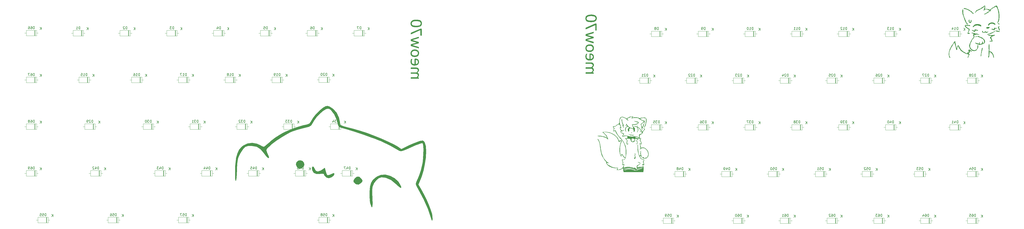
<source format=gbr>
%TF.GenerationSoftware,KiCad,Pcbnew,8.0.8*%
%TF.CreationDate,2025-03-06T07:07:31-06:00*%
%TF.ProjectId,keyboardv2,6b657962-6f61-4726-9476-322e6b696361,rev?*%
%TF.SameCoordinates,Original*%
%TF.FileFunction,Legend,Bot*%
%TF.FilePolarity,Positive*%
%FSLAX46Y46*%
G04 Gerber Fmt 4.6, Leading zero omitted, Abs format (unit mm)*
G04 Created by KiCad (PCBNEW 8.0.8) date 2025-03-06 07:07:31*
%MOMM*%
%LPD*%
G01*
G04 APERTURE LIST*
%ADD10C,0.100000*%
%ADD11C,0.150000*%
%ADD12C,0.120000*%
%ADD13C,0.000000*%
G04 APERTURE END LIST*
D10*
G36*
X283255297Y-100465767D02*
G01*
X283208891Y-100479200D01*
X283175918Y-100524385D01*
X283155158Y-100609870D01*
X283149052Y-100747867D01*
X283155158Y-100888307D01*
X283175918Y-100976234D01*
X283208891Y-101022641D01*
X283256518Y-101036074D01*
X285142073Y-101036074D01*
X285395680Y-101052236D01*
X285499889Y-101070268D01*
X285733995Y-101153244D01*
X285779547Y-101180177D01*
X285951066Y-101358637D01*
X285959065Y-101373129D01*
X286020800Y-101617508D01*
X286021347Y-101646681D01*
X285962195Y-101892927D01*
X285869917Y-102041133D01*
X285696824Y-102234315D01*
X285513527Y-102401612D01*
X285425395Y-102474664D01*
X283256518Y-102474664D01*
X283208891Y-102489319D01*
X283175918Y-102535725D01*
X283155158Y-102622431D01*
X283149052Y-102760428D01*
X283155158Y-102895983D01*
X283175918Y-102985132D01*
X283208891Y-103030317D01*
X283256518Y-103041308D01*
X285142073Y-103041308D01*
X285395680Y-103059201D01*
X285499889Y-103079165D01*
X285733995Y-103165676D01*
X285779547Y-103192738D01*
X285951066Y-103369051D01*
X285959065Y-103383248D01*
X286020800Y-103627419D01*
X286021347Y-103656800D01*
X285962195Y-103902474D01*
X285869917Y-104051252D01*
X285696824Y-104245650D01*
X285513527Y-104412375D01*
X285425395Y-104484783D01*
X283256518Y-104484783D01*
X283208891Y-104498216D01*
X283175918Y-104543401D01*
X283155158Y-104628886D01*
X283149052Y-104769326D01*
X283155158Y-104907323D01*
X283175918Y-104995251D01*
X283208891Y-105039214D01*
X283255297Y-105051426D01*
X286325430Y-105051426D01*
X286371836Y-105041657D01*
X286406030Y-105000135D01*
X286426791Y-104920756D01*
X286431675Y-104793750D01*
X286426791Y-104667965D01*
X286406030Y-104591029D01*
X286371836Y-104551950D01*
X286325430Y-104539738D01*
X285919987Y-104539738D01*
X286110546Y-104361942D01*
X286274322Y-104172263D01*
X286366951Y-104032934D01*
X286469508Y-103801469D01*
X286509694Y-103551617D01*
X286509833Y-103535900D01*
X286487899Y-103290741D01*
X286463427Y-103191517D01*
X286363025Y-102966838D01*
X286332757Y-102921629D01*
X286160051Y-102743580D01*
X286131257Y-102722571D01*
X285916354Y-102602433D01*
X285872359Y-102584574D01*
X286052808Y-102416103D01*
X286169114Y-102291482D01*
X286320059Y-102097034D01*
X286365730Y-102024036D01*
X286468863Y-101795428D01*
X286475639Y-101772466D01*
X286509833Y-101527002D01*
X286486756Y-101267703D01*
X286404809Y-101025083D01*
X286264245Y-100821751D01*
X286123929Y-100697798D01*
X285907159Y-100579473D01*
X285712380Y-100519500D01*
X285470274Y-100479200D01*
X285215346Y-100465767D01*
X283255297Y-100465767D01*
G37*
G36*
X285115037Y-96826003D02*
G01*
X285367886Y-96847041D01*
X285623232Y-96902264D01*
X285639651Y-96907158D01*
X285869917Y-97001182D01*
X286082408Y-97144064D01*
X286094543Y-97154458D01*
X286267612Y-97345082D01*
X286393818Y-97565383D01*
X286439023Y-97682249D01*
X286493518Y-97926882D01*
X286509833Y-98184539D01*
X286505626Y-98309990D01*
X286467642Y-98565894D01*
X286390154Y-98800031D01*
X286358593Y-98867465D01*
X286222285Y-99083648D01*
X286045772Y-99268977D01*
X285942789Y-99349545D01*
X285726729Y-99475916D01*
X285498668Y-99565732D01*
X285289940Y-99619828D01*
X285041882Y-99656193D01*
X284774488Y-99668314D01*
X284544333Y-99660489D01*
X284285334Y-99629674D01*
X284030768Y-99569396D01*
X283933405Y-99535777D01*
X283704818Y-99426599D01*
X283498319Y-99273862D01*
X283447104Y-99223582D01*
X283293098Y-99025063D01*
X283178361Y-98791482D01*
X283126411Y-98622615D01*
X283083593Y-98374317D01*
X283070894Y-98123478D01*
X283075531Y-97962220D01*
X283103867Y-97709486D01*
X283120811Y-97615300D01*
X283177139Y-97367546D01*
X283179736Y-97358365D01*
X283261403Y-97126967D01*
X283324906Y-97015837D01*
X283365206Y-96985306D01*
X283411613Y-96968209D01*
X283471452Y-96959661D01*
X283550831Y-96955997D01*
X283657077Y-96960882D01*
X283725465Y-96976758D01*
X283762101Y-97006067D01*
X283774313Y-97047588D01*
X283737677Y-97169710D01*
X283657077Y-97376095D01*
X283637717Y-97433346D01*
X283575255Y-97674071D01*
X283553674Y-97809168D01*
X283539840Y-98064860D01*
X283555501Y-98292130D01*
X283621661Y-98536248D01*
X283687123Y-98659694D01*
X283858577Y-98848879D01*
X283994467Y-98934832D01*
X284228605Y-99019849D01*
X284456972Y-99058318D01*
X284712206Y-99071140D01*
X285161613Y-99071140D01*
X285260649Y-99063058D01*
X285502331Y-99006416D01*
X285581558Y-98974130D01*
X285788095Y-98841552D01*
X285846714Y-98784689D01*
X285985932Y-98576549D01*
X286028344Y-98462037D01*
X286060426Y-98208963D01*
X286048973Y-98039621D01*
X285976043Y-97794185D01*
X285821068Y-97592250D01*
X285653819Y-97483843D01*
X285406523Y-97410112D01*
X285161613Y-97395634D01*
X285161613Y-99071140D01*
X284712206Y-99071140D01*
X284712206Y-97045146D01*
X284768382Y-96892494D01*
X284957670Y-96825327D01*
X285059031Y-96825327D01*
X285115037Y-96826003D01*
G37*
G36*
X285038153Y-93112947D02*
G01*
X285283391Y-93142241D01*
X285529198Y-93199542D01*
X285624599Y-93231253D01*
X285851155Y-93335469D01*
X286060426Y-93482864D01*
X286113740Y-93531655D01*
X286274492Y-93725566D01*
X286395039Y-93955474D01*
X286450530Y-94122570D01*
X286496269Y-94369408D01*
X286509833Y-94619814D01*
X286501743Y-94810858D01*
X286459267Y-95074240D01*
X286380384Y-95309800D01*
X286328607Y-95417191D01*
X286191089Y-95626305D01*
X286018905Y-95803171D01*
X285913067Y-95884933D01*
X285693566Y-96011350D01*
X285464474Y-96098705D01*
X285278980Y-96145931D01*
X285016629Y-96184858D01*
X284761054Y-96196402D01*
X284544466Y-96189060D01*
X284297852Y-96160147D01*
X284051529Y-96103590D01*
X283956098Y-96072260D01*
X283729186Y-95969037D01*
X283519079Y-95822710D01*
X283466052Y-95773919D01*
X283306001Y-95580008D01*
X283185688Y-95350100D01*
X283130197Y-95182907D01*
X283084458Y-94935640D01*
X283070894Y-94684539D01*
X283072052Y-94657672D01*
X283559379Y-94657672D01*
X283578079Y-94877829D01*
X283657077Y-95110742D01*
X283740882Y-95236909D01*
X283923301Y-95401391D01*
X284081515Y-95483738D01*
X284316532Y-95555264D01*
X284549174Y-95590069D01*
X284797691Y-95601671D01*
X285038153Y-95589327D01*
X285288619Y-95545495D01*
X285461113Y-95489185D01*
X285676965Y-95372082D01*
X285789965Y-95275397D01*
X285930978Y-95075327D01*
X285995843Y-94890589D01*
X286021347Y-94644239D01*
X286002414Y-94423247D01*
X285922429Y-94189947D01*
X285839024Y-94064124D01*
X285654983Y-93901740D01*
X285495934Y-93820229D01*
X285260531Y-93749089D01*
X285028806Y-93714284D01*
X284783036Y-93702682D01*
X284539944Y-93714757D01*
X284288444Y-93757637D01*
X284116152Y-93812567D01*
X283901319Y-93929828D01*
X283789636Y-94026113D01*
X283648528Y-94227805D01*
X283584540Y-94412883D01*
X283559379Y-94657672D01*
X283072052Y-94657672D01*
X283079061Y-94495022D01*
X283121937Y-94232785D01*
X283201564Y-93996995D01*
X283254128Y-93888817D01*
X283392468Y-93678882D01*
X283564264Y-93502403D01*
X283670520Y-93420583D01*
X283890176Y-93293747D01*
X284118696Y-93205648D01*
X284304779Y-93157241D01*
X284567617Y-93117342D01*
X284823336Y-93105509D01*
X285038153Y-93112947D01*
G37*
G36*
X286332757Y-87992285D02*
G01*
X286274139Y-87999612D01*
X286189875Y-88022815D01*
X283272394Y-88932620D01*
X283210112Y-88965592D01*
X283172255Y-89027874D01*
X283153936Y-89136562D01*
X283149052Y-89307532D01*
X283155158Y-89485830D01*
X283175918Y-89601845D01*
X283212555Y-89665348D01*
X283269952Y-89695879D01*
X285463252Y-90344343D01*
X285493783Y-90351671D01*
X285463252Y-90358998D01*
X283269952Y-90959835D01*
X283208891Y-90992808D01*
X283172255Y-91059975D01*
X283153936Y-91174769D01*
X283149052Y-91348181D01*
X283155158Y-91521594D01*
X283175918Y-91631503D01*
X283213776Y-91695006D01*
X283272394Y-91725537D01*
X286189875Y-92629235D01*
X286274139Y-92653659D01*
X286332757Y-92659766D01*
X286381606Y-92646332D01*
X286412136Y-92599926D01*
X286428012Y-92511999D01*
X286431675Y-92377665D01*
X286426791Y-92223792D01*
X286409694Y-92134643D01*
X286375500Y-92089458D01*
X286322987Y-92065034D01*
X283804844Y-91320094D01*
X283774313Y-91312766D01*
X283804844Y-91306660D01*
X286322987Y-90622780D01*
X286375500Y-90600798D01*
X286409694Y-90554392D01*
X286426791Y-90470128D01*
X286431675Y-90330910D01*
X286426791Y-90195355D01*
X286409694Y-90111091D01*
X286376721Y-90067128D01*
X286330315Y-90046367D01*
X283804844Y-89307532D01*
X283774313Y-89300205D01*
X283804844Y-89296542D01*
X286322987Y-88562592D01*
X286375500Y-88540610D01*
X286409694Y-88491761D01*
X286426791Y-88402613D01*
X286431675Y-88256067D01*
X286428012Y-88124176D01*
X286410915Y-88044797D01*
X286380384Y-88004497D01*
X286332757Y-87992285D01*
G37*
G36*
X287346365Y-84600973D02*
G01*
X287231571Y-84605858D01*
X287133874Y-84619291D01*
X287043504Y-84643715D01*
X286951913Y-84679130D01*
X283282164Y-86280142D01*
X283216218Y-86322885D01*
X283174697Y-86388830D01*
X283153936Y-86490191D01*
X283149052Y-86640401D01*
X283158821Y-86823583D01*
X283191794Y-86917616D01*
X283245527Y-86943262D01*
X283323685Y-86918837D01*
X287076476Y-85236004D01*
X287076476Y-87369465D01*
X287146086Y-87467163D01*
X287341480Y-87500135D01*
X287457495Y-87491587D01*
X287539317Y-87464720D01*
X287588165Y-87424420D01*
X287604041Y-87369465D01*
X287604041Y-84779270D01*
X287593050Y-84696227D01*
X287551529Y-84641273D01*
X287470929Y-84611964D01*
X287346365Y-84600973D01*
G37*
G36*
X285590569Y-80974143D02*
G01*
X285847520Y-80985783D01*
X286117796Y-81010008D01*
X286368172Y-81046018D01*
X286597876Y-81095349D01*
X286849502Y-81177680D01*
X287087467Y-81295146D01*
X287192353Y-81364583D01*
X287385142Y-81542132D01*
X287530768Y-81756765D01*
X287616983Y-81970085D01*
X287667411Y-82215440D01*
X287682199Y-82466290D01*
X287668868Y-82702767D01*
X287616368Y-82962409D01*
X287513671Y-83208789D01*
X287421317Y-83352358D01*
X287250156Y-83540520D01*
X287039840Y-83696053D01*
X287020564Y-83707479D01*
X286792945Y-83820102D01*
X286561224Y-83901699D01*
X286305890Y-83963499D01*
X286142601Y-83991305D01*
X285886396Y-84022228D01*
X285616668Y-84040206D01*
X285365555Y-84045320D01*
X285162524Y-84042744D01*
X284905573Y-84031295D01*
X284635297Y-84007467D01*
X284384920Y-83972047D01*
X284155120Y-83922814D01*
X283903113Y-83840862D01*
X283664404Y-83724141D01*
X283559890Y-83654288D01*
X283367319Y-83476135D01*
X283221103Y-83261301D01*
X283135584Y-83048414D01*
X283085563Y-82804357D01*
X283070894Y-82555439D01*
X283072794Y-82521245D01*
X283559379Y-82521245D01*
X283575906Y-82709584D01*
X283659519Y-82941343D01*
X283770282Y-83081391D01*
X283980698Y-83227107D01*
X284068597Y-83266677D01*
X284309091Y-83342645D01*
X284554669Y-83389528D01*
X284644944Y-83401550D01*
X284891166Y-83424590D01*
X285137850Y-83436762D01*
X285408298Y-83440819D01*
X285592091Y-83438529D01*
X285856331Y-83426508D01*
X286106832Y-83404183D01*
X286186746Y-83393669D01*
X286428541Y-83345003D01*
X286673476Y-83261301D01*
X286878232Y-83145935D01*
X287054495Y-82974315D01*
X287163123Y-82749963D01*
X287193713Y-82500484D01*
X287192640Y-82449769D01*
X287149749Y-82203729D01*
X287141274Y-82179039D01*
X287011752Y-81968035D01*
X286974185Y-81930597D01*
X286768730Y-81792180D01*
X286661198Y-81744284D01*
X286418242Y-81671280D01*
X286198423Y-81630369D01*
X285946853Y-81600449D01*
X285861959Y-81593413D01*
X285606172Y-81580056D01*
X285344795Y-81576025D01*
X285115262Y-81579513D01*
X284864858Y-81591901D01*
X284683557Y-81609032D01*
X284437433Y-81649298D01*
X284317887Y-81677348D01*
X284078396Y-81759207D01*
X284009557Y-81790880D01*
X283799959Y-81932620D01*
X283758342Y-81973049D01*
X283621661Y-82182969D01*
X283588817Y-82278448D01*
X283559379Y-82521245D01*
X283072794Y-82521245D01*
X283084128Y-82317288D01*
X283136248Y-82056649D01*
X283238200Y-81810498D01*
X283331089Y-81666319D01*
X283502765Y-81477240D01*
X283713252Y-81320791D01*
X283732526Y-81309142D01*
X283959804Y-81194854D01*
X284190714Y-81112994D01*
X284444760Y-81052124D01*
X284607763Y-81024733D01*
X284864182Y-80994272D01*
X285134898Y-80976562D01*
X285387537Y-80971524D01*
X285590569Y-80974143D01*
G37*
G36*
X212106245Y-102539218D02*
G01*
X212059839Y-102552651D01*
X212026866Y-102597836D01*
X212006106Y-102683321D01*
X212000000Y-102821318D01*
X212006106Y-102961758D01*
X212026866Y-103049685D01*
X212059839Y-103096092D01*
X212107466Y-103109525D01*
X213993021Y-103109525D01*
X214246628Y-103125687D01*
X214350837Y-103143719D01*
X214584943Y-103226695D01*
X214630495Y-103253628D01*
X214802014Y-103432088D01*
X214810013Y-103446580D01*
X214871748Y-103690959D01*
X214872295Y-103720132D01*
X214813143Y-103966378D01*
X214720865Y-104114584D01*
X214547772Y-104307766D01*
X214364475Y-104475063D01*
X214276343Y-104548115D01*
X212107466Y-104548115D01*
X212059839Y-104562770D01*
X212026866Y-104609176D01*
X212006106Y-104695882D01*
X212000000Y-104833879D01*
X212006106Y-104969434D01*
X212026866Y-105058583D01*
X212059839Y-105103768D01*
X212107466Y-105114759D01*
X213993021Y-105114759D01*
X214246628Y-105132652D01*
X214350837Y-105152616D01*
X214584943Y-105239127D01*
X214630495Y-105266189D01*
X214802014Y-105442502D01*
X214810013Y-105456699D01*
X214871748Y-105700870D01*
X214872295Y-105730251D01*
X214813143Y-105975925D01*
X214720865Y-106124703D01*
X214547772Y-106319101D01*
X214364475Y-106485826D01*
X214276343Y-106558234D01*
X212107466Y-106558234D01*
X212059839Y-106571667D01*
X212026866Y-106616852D01*
X212006106Y-106702337D01*
X212000000Y-106842777D01*
X212006106Y-106980774D01*
X212026866Y-107068702D01*
X212059839Y-107112665D01*
X212106245Y-107124877D01*
X215176378Y-107124877D01*
X215222784Y-107115108D01*
X215256978Y-107073586D01*
X215277739Y-106994207D01*
X215282623Y-106867201D01*
X215277739Y-106741416D01*
X215256978Y-106664480D01*
X215222784Y-106625401D01*
X215176378Y-106613189D01*
X214770935Y-106613189D01*
X214961494Y-106435393D01*
X215125270Y-106245714D01*
X215217899Y-106106385D01*
X215320456Y-105874920D01*
X215360642Y-105625068D01*
X215360781Y-105609351D01*
X215338847Y-105364192D01*
X215314375Y-105264968D01*
X215213973Y-105040289D01*
X215183705Y-104995080D01*
X215010999Y-104817031D01*
X214982205Y-104796022D01*
X214767302Y-104675884D01*
X214723307Y-104658025D01*
X214903756Y-104489554D01*
X215020062Y-104364933D01*
X215171007Y-104170485D01*
X215216678Y-104097487D01*
X215319811Y-103868879D01*
X215326587Y-103845917D01*
X215360781Y-103600453D01*
X215337704Y-103341154D01*
X215255757Y-103098534D01*
X215115193Y-102895202D01*
X214974877Y-102771249D01*
X214758107Y-102652924D01*
X214563328Y-102592951D01*
X214321222Y-102552651D01*
X214066294Y-102539218D01*
X212106245Y-102539218D01*
G37*
G36*
X213965985Y-98899454D02*
G01*
X214218834Y-98920492D01*
X214474180Y-98975715D01*
X214490599Y-98980609D01*
X214720865Y-99074633D01*
X214933356Y-99217515D01*
X214945491Y-99227909D01*
X215118560Y-99418533D01*
X215244766Y-99638834D01*
X215289971Y-99755700D01*
X215344466Y-100000333D01*
X215360781Y-100257990D01*
X215356574Y-100383441D01*
X215318590Y-100639345D01*
X215241102Y-100873482D01*
X215209541Y-100940916D01*
X215073233Y-101157099D01*
X214896720Y-101342428D01*
X214793737Y-101422996D01*
X214577677Y-101549367D01*
X214349616Y-101639183D01*
X214140888Y-101693279D01*
X213892830Y-101729644D01*
X213625436Y-101741765D01*
X213395281Y-101733940D01*
X213136282Y-101703125D01*
X212881716Y-101642847D01*
X212784353Y-101609228D01*
X212555766Y-101500050D01*
X212349267Y-101347313D01*
X212298052Y-101297033D01*
X212144046Y-101098514D01*
X212029309Y-100864933D01*
X211977359Y-100696066D01*
X211934541Y-100447768D01*
X211921842Y-100196929D01*
X211926479Y-100035671D01*
X211954815Y-99782937D01*
X211971759Y-99688751D01*
X212028087Y-99440997D01*
X212030684Y-99431816D01*
X212112351Y-99200418D01*
X212175854Y-99089288D01*
X212216154Y-99058757D01*
X212262561Y-99041660D01*
X212322400Y-99033112D01*
X212401779Y-99029448D01*
X212508025Y-99034333D01*
X212576413Y-99050209D01*
X212613049Y-99079518D01*
X212625261Y-99121039D01*
X212588625Y-99243161D01*
X212508025Y-99449546D01*
X212488665Y-99506797D01*
X212426203Y-99747522D01*
X212404622Y-99882619D01*
X212390788Y-100138311D01*
X212406449Y-100365581D01*
X212472609Y-100609699D01*
X212538071Y-100733145D01*
X212709525Y-100922330D01*
X212845415Y-101008283D01*
X213079553Y-101093300D01*
X213307920Y-101131769D01*
X213563154Y-101144591D01*
X214012561Y-101144591D01*
X214111597Y-101136509D01*
X214353279Y-101079867D01*
X214432506Y-101047581D01*
X214639043Y-100915003D01*
X214697662Y-100858140D01*
X214836880Y-100650000D01*
X214879292Y-100535488D01*
X214911374Y-100282414D01*
X214899921Y-100113072D01*
X214826991Y-99867636D01*
X214672016Y-99665701D01*
X214504767Y-99557294D01*
X214257471Y-99483563D01*
X214012561Y-99469085D01*
X214012561Y-101144591D01*
X213563154Y-101144591D01*
X213563154Y-99118597D01*
X213619330Y-98965945D01*
X213808618Y-98898778D01*
X213909979Y-98898778D01*
X213965985Y-98899454D01*
G37*
G36*
X213889101Y-95186398D02*
G01*
X214134339Y-95215692D01*
X214380146Y-95272993D01*
X214475547Y-95304704D01*
X214702103Y-95408920D01*
X214911374Y-95556315D01*
X214964688Y-95605106D01*
X215125440Y-95799017D01*
X215245987Y-96028925D01*
X215301478Y-96196021D01*
X215347217Y-96442859D01*
X215360781Y-96693265D01*
X215352691Y-96884309D01*
X215310215Y-97147691D01*
X215231332Y-97383251D01*
X215179555Y-97490642D01*
X215042037Y-97699756D01*
X214869853Y-97876622D01*
X214764015Y-97958384D01*
X214544514Y-98084801D01*
X214315422Y-98172156D01*
X214129928Y-98219382D01*
X213867577Y-98258309D01*
X213612002Y-98269853D01*
X213395414Y-98262511D01*
X213148800Y-98233598D01*
X212902477Y-98177041D01*
X212807046Y-98145711D01*
X212580134Y-98042488D01*
X212370027Y-97896161D01*
X212317000Y-97847370D01*
X212156949Y-97653459D01*
X212036636Y-97423551D01*
X211981145Y-97256358D01*
X211935406Y-97009091D01*
X211921842Y-96757990D01*
X211923000Y-96731123D01*
X212410327Y-96731123D01*
X212429027Y-96951280D01*
X212508025Y-97184193D01*
X212591830Y-97310360D01*
X212774249Y-97474842D01*
X212932463Y-97557189D01*
X213167480Y-97628715D01*
X213400122Y-97663520D01*
X213648639Y-97675122D01*
X213889101Y-97662778D01*
X214139567Y-97618946D01*
X214312061Y-97562636D01*
X214527913Y-97445533D01*
X214640913Y-97348848D01*
X214781926Y-97148778D01*
X214846791Y-96964040D01*
X214872295Y-96717690D01*
X214853362Y-96496698D01*
X214773377Y-96263398D01*
X214689972Y-96137575D01*
X214505931Y-95975191D01*
X214346882Y-95893680D01*
X214111479Y-95822540D01*
X213879754Y-95787735D01*
X213633984Y-95776133D01*
X213390892Y-95788208D01*
X213139392Y-95831088D01*
X212967100Y-95886018D01*
X212752267Y-96003279D01*
X212640584Y-96099564D01*
X212499476Y-96301256D01*
X212435488Y-96486334D01*
X212410327Y-96731123D01*
X211923000Y-96731123D01*
X211930009Y-96568473D01*
X211972885Y-96306236D01*
X212052512Y-96070446D01*
X212105076Y-95962268D01*
X212243416Y-95752333D01*
X212415212Y-95575854D01*
X212521468Y-95494034D01*
X212741124Y-95367198D01*
X212969644Y-95279099D01*
X213155727Y-95230692D01*
X213418565Y-95190793D01*
X213674284Y-95178960D01*
X213889101Y-95186398D01*
G37*
G36*
X215183705Y-90065736D02*
G01*
X215125087Y-90073063D01*
X215040823Y-90096266D01*
X212123342Y-91006071D01*
X212061060Y-91039043D01*
X212023203Y-91101325D01*
X212004884Y-91210013D01*
X212000000Y-91380983D01*
X212006106Y-91559281D01*
X212026866Y-91675296D01*
X212063503Y-91738799D01*
X212120900Y-91769330D01*
X214314200Y-92417794D01*
X214344731Y-92425122D01*
X214314200Y-92432449D01*
X212120900Y-93033286D01*
X212059839Y-93066259D01*
X212023203Y-93133426D01*
X212004884Y-93248220D01*
X212000000Y-93421632D01*
X212006106Y-93595045D01*
X212026866Y-93704954D01*
X212064724Y-93768457D01*
X212123342Y-93798988D01*
X215040823Y-94702686D01*
X215125087Y-94727110D01*
X215183705Y-94733217D01*
X215232554Y-94719783D01*
X215263084Y-94673377D01*
X215278960Y-94585450D01*
X215282623Y-94451116D01*
X215277739Y-94297243D01*
X215260642Y-94208094D01*
X215226448Y-94162909D01*
X215173935Y-94138485D01*
X212655792Y-93393545D01*
X212625261Y-93386217D01*
X212655792Y-93380111D01*
X215173935Y-92696231D01*
X215226448Y-92674249D01*
X215260642Y-92627843D01*
X215277739Y-92543579D01*
X215282623Y-92404361D01*
X215277739Y-92268806D01*
X215260642Y-92184542D01*
X215227669Y-92140579D01*
X215181263Y-92119818D01*
X212655792Y-91380983D01*
X212625261Y-91373656D01*
X212655792Y-91369993D01*
X215173935Y-90636043D01*
X215226448Y-90614061D01*
X215260642Y-90565212D01*
X215277739Y-90476064D01*
X215282623Y-90329518D01*
X215278960Y-90197627D01*
X215261863Y-90118248D01*
X215231332Y-90077948D01*
X215183705Y-90065736D01*
G37*
G36*
X216197313Y-86674424D02*
G01*
X216082519Y-86679309D01*
X215984822Y-86692742D01*
X215894452Y-86717166D01*
X215802861Y-86752581D01*
X212133112Y-88353593D01*
X212067166Y-88396336D01*
X212025645Y-88462281D01*
X212004884Y-88563642D01*
X212000000Y-88713852D01*
X212009769Y-88897034D01*
X212042742Y-88991067D01*
X212096475Y-89016713D01*
X212174633Y-88992288D01*
X215927424Y-87309455D01*
X215927424Y-89442916D01*
X215997034Y-89540614D01*
X216192428Y-89573586D01*
X216308443Y-89565038D01*
X216390265Y-89538171D01*
X216439113Y-89497871D01*
X216454989Y-89442916D01*
X216454989Y-86852721D01*
X216443998Y-86769678D01*
X216402477Y-86714724D01*
X216321877Y-86685415D01*
X216197313Y-86674424D01*
G37*
G36*
X214441517Y-83047594D02*
G01*
X214698468Y-83059234D01*
X214968744Y-83083459D01*
X215219120Y-83119469D01*
X215448824Y-83168800D01*
X215700450Y-83251131D01*
X215938415Y-83368597D01*
X216043301Y-83438034D01*
X216236090Y-83615583D01*
X216381716Y-83830216D01*
X216467931Y-84043536D01*
X216518359Y-84288891D01*
X216533147Y-84539741D01*
X216519816Y-84776218D01*
X216467316Y-85035860D01*
X216364619Y-85282240D01*
X216272265Y-85425809D01*
X216101104Y-85613971D01*
X215890788Y-85769504D01*
X215871512Y-85780930D01*
X215643893Y-85893553D01*
X215412172Y-85975150D01*
X215156838Y-86036950D01*
X214993549Y-86064756D01*
X214737344Y-86095679D01*
X214467616Y-86113657D01*
X214216503Y-86118771D01*
X214013472Y-86116195D01*
X213756521Y-86104746D01*
X213486245Y-86080918D01*
X213235868Y-86045498D01*
X213006068Y-85996265D01*
X212754061Y-85914313D01*
X212515352Y-85797592D01*
X212410838Y-85727739D01*
X212218267Y-85549586D01*
X212072051Y-85334752D01*
X211986532Y-85121865D01*
X211936511Y-84877808D01*
X211921842Y-84628890D01*
X211923742Y-84594696D01*
X212410327Y-84594696D01*
X212426854Y-84783035D01*
X212510467Y-85014794D01*
X212621230Y-85154842D01*
X212831646Y-85300558D01*
X212919545Y-85340128D01*
X213160039Y-85416096D01*
X213405617Y-85462979D01*
X213495892Y-85475001D01*
X213742114Y-85498041D01*
X213988798Y-85510213D01*
X214259246Y-85514270D01*
X214443039Y-85511980D01*
X214707279Y-85499959D01*
X214957780Y-85477634D01*
X215037694Y-85467120D01*
X215279489Y-85418454D01*
X215524424Y-85334752D01*
X215729180Y-85219386D01*
X215905443Y-85047766D01*
X216014071Y-84823414D01*
X216044661Y-84573935D01*
X216043588Y-84523220D01*
X216000697Y-84277180D01*
X215992222Y-84252490D01*
X215862700Y-84041486D01*
X215825133Y-84004048D01*
X215619678Y-83865631D01*
X215512146Y-83817735D01*
X215269190Y-83744731D01*
X215049371Y-83703820D01*
X214797801Y-83673900D01*
X214712907Y-83666864D01*
X214457120Y-83653507D01*
X214195743Y-83649476D01*
X213966210Y-83652964D01*
X213715806Y-83665352D01*
X213534505Y-83682483D01*
X213288381Y-83722749D01*
X213168835Y-83750799D01*
X212929344Y-83832658D01*
X212860505Y-83864331D01*
X212650907Y-84006071D01*
X212609290Y-84046500D01*
X212472609Y-84256420D01*
X212439765Y-84351899D01*
X212410327Y-84594696D01*
X211923742Y-84594696D01*
X211935076Y-84390739D01*
X211987196Y-84130100D01*
X212089148Y-83883949D01*
X212182037Y-83739770D01*
X212353713Y-83550691D01*
X212564200Y-83394242D01*
X212583474Y-83382593D01*
X212810752Y-83268305D01*
X213041662Y-83186445D01*
X213295708Y-83125575D01*
X213458711Y-83098184D01*
X213715130Y-83067723D01*
X213985846Y-83050013D01*
X214238485Y-83044975D01*
X214441517Y-83047594D01*
G37*
D11*
X130284285Y-144012319D02*
X130284285Y-143012319D01*
X130284285Y-143012319D02*
X130046190Y-143012319D01*
X130046190Y-143012319D02*
X129903333Y-143059938D01*
X129903333Y-143059938D02*
X129808095Y-143155176D01*
X129808095Y-143155176D02*
X129760476Y-143250414D01*
X129760476Y-143250414D02*
X129712857Y-143440890D01*
X129712857Y-143440890D02*
X129712857Y-143583747D01*
X129712857Y-143583747D02*
X129760476Y-143774223D01*
X129760476Y-143774223D02*
X129808095Y-143869461D01*
X129808095Y-143869461D02*
X129903333Y-143964700D01*
X129903333Y-143964700D02*
X130046190Y-144012319D01*
X130046190Y-144012319D02*
X130284285Y-144012319D01*
X128855714Y-143345652D02*
X128855714Y-144012319D01*
X129093809Y-142964700D02*
X129331904Y-143678985D01*
X129331904Y-143678985D02*
X128712857Y-143678985D01*
X127903333Y-143345652D02*
X127903333Y-144012319D01*
X128141428Y-142964700D02*
X128379523Y-143678985D01*
X128379523Y-143678985D02*
X127760476Y-143678985D01*
X133141904Y-144332319D02*
X133141904Y-143332319D01*
X132570476Y-144332319D02*
X132999047Y-143760890D01*
X132570476Y-143332319D02*
X133141904Y-143903747D01*
X441799285Y-144289819D02*
X441799285Y-143289819D01*
X441799285Y-143289819D02*
X441561190Y-143289819D01*
X441561190Y-143289819D02*
X441418333Y-143337438D01*
X441418333Y-143337438D02*
X441323095Y-143432676D01*
X441323095Y-143432676D02*
X441275476Y-143527914D01*
X441275476Y-143527914D02*
X441227857Y-143718390D01*
X441227857Y-143718390D02*
X441227857Y-143861247D01*
X441227857Y-143861247D02*
X441275476Y-144051723D01*
X441275476Y-144051723D02*
X441323095Y-144146961D01*
X441323095Y-144146961D02*
X441418333Y-144242200D01*
X441418333Y-144242200D02*
X441561190Y-144289819D01*
X441561190Y-144289819D02*
X441799285Y-144289819D01*
X440323095Y-143289819D02*
X440799285Y-143289819D01*
X440799285Y-143289819D02*
X440846904Y-143766009D01*
X440846904Y-143766009D02*
X440799285Y-143718390D01*
X440799285Y-143718390D02*
X440704047Y-143670771D01*
X440704047Y-143670771D02*
X440465952Y-143670771D01*
X440465952Y-143670771D02*
X440370714Y-143718390D01*
X440370714Y-143718390D02*
X440323095Y-143766009D01*
X440323095Y-143766009D02*
X440275476Y-143861247D01*
X440275476Y-143861247D02*
X440275476Y-144099342D01*
X440275476Y-144099342D02*
X440323095Y-144194580D01*
X440323095Y-144194580D02*
X440370714Y-144242200D01*
X440370714Y-144242200D02*
X440465952Y-144289819D01*
X440465952Y-144289819D02*
X440704047Y-144289819D01*
X440704047Y-144289819D02*
X440799285Y-144242200D01*
X440799285Y-144242200D02*
X440846904Y-144194580D01*
X439418333Y-143623152D02*
X439418333Y-144289819D01*
X439656428Y-143242200D02*
X439894523Y-143956485D01*
X439894523Y-143956485D02*
X439275476Y-143956485D01*
X444656904Y-144609819D02*
X444656904Y-143609819D01*
X444085476Y-144609819D02*
X444514047Y-144038390D01*
X444085476Y-143609819D02*
X444656904Y-144181247D01*
X384649285Y-163339819D02*
X384649285Y-162339819D01*
X384649285Y-162339819D02*
X384411190Y-162339819D01*
X384411190Y-162339819D02*
X384268333Y-162387438D01*
X384268333Y-162387438D02*
X384173095Y-162482676D01*
X384173095Y-162482676D02*
X384125476Y-162577914D01*
X384125476Y-162577914D02*
X384077857Y-162768390D01*
X384077857Y-162768390D02*
X384077857Y-162911247D01*
X384077857Y-162911247D02*
X384125476Y-163101723D01*
X384125476Y-163101723D02*
X384173095Y-163196961D01*
X384173095Y-163196961D02*
X384268333Y-163292200D01*
X384268333Y-163292200D02*
X384411190Y-163339819D01*
X384411190Y-163339819D02*
X384649285Y-163339819D01*
X383220714Y-162339819D02*
X383411190Y-162339819D01*
X383411190Y-162339819D02*
X383506428Y-162387438D01*
X383506428Y-162387438D02*
X383554047Y-162435057D01*
X383554047Y-162435057D02*
X383649285Y-162577914D01*
X383649285Y-162577914D02*
X383696904Y-162768390D01*
X383696904Y-162768390D02*
X383696904Y-163149342D01*
X383696904Y-163149342D02*
X383649285Y-163244580D01*
X383649285Y-163244580D02*
X383601666Y-163292200D01*
X383601666Y-163292200D02*
X383506428Y-163339819D01*
X383506428Y-163339819D02*
X383315952Y-163339819D01*
X383315952Y-163339819D02*
X383220714Y-163292200D01*
X383220714Y-163292200D02*
X383173095Y-163244580D01*
X383173095Y-163244580D02*
X383125476Y-163149342D01*
X383125476Y-163149342D02*
X383125476Y-162911247D01*
X383125476Y-162911247D02*
X383173095Y-162816009D01*
X383173095Y-162816009D02*
X383220714Y-162768390D01*
X383220714Y-162768390D02*
X383315952Y-162720771D01*
X383315952Y-162720771D02*
X383506428Y-162720771D01*
X383506428Y-162720771D02*
X383601666Y-162768390D01*
X383601666Y-162768390D02*
X383649285Y-162816009D01*
X383649285Y-162816009D02*
X383696904Y-162911247D01*
X382744523Y-162435057D02*
X382696904Y-162387438D01*
X382696904Y-162387438D02*
X382601666Y-162339819D01*
X382601666Y-162339819D02*
X382363571Y-162339819D01*
X382363571Y-162339819D02*
X382268333Y-162387438D01*
X382268333Y-162387438D02*
X382220714Y-162435057D01*
X382220714Y-162435057D02*
X382173095Y-162530295D01*
X382173095Y-162530295D02*
X382173095Y-162625533D01*
X382173095Y-162625533D02*
X382220714Y-162768390D01*
X382220714Y-162768390D02*
X382792142Y-163339819D01*
X382792142Y-163339819D02*
X382173095Y-163339819D01*
X387506904Y-163659819D02*
X387506904Y-162659819D01*
X386935476Y-163659819D02*
X387364047Y-163088390D01*
X386935476Y-162659819D02*
X387506904Y-163231247D01*
X63584285Y-163062319D02*
X63584285Y-162062319D01*
X63584285Y-162062319D02*
X63346190Y-162062319D01*
X63346190Y-162062319D02*
X63203333Y-162109938D01*
X63203333Y-162109938D02*
X63108095Y-162205176D01*
X63108095Y-162205176D02*
X63060476Y-162300414D01*
X63060476Y-162300414D02*
X63012857Y-162490890D01*
X63012857Y-162490890D02*
X63012857Y-162633747D01*
X63012857Y-162633747D02*
X63060476Y-162824223D01*
X63060476Y-162824223D02*
X63108095Y-162919461D01*
X63108095Y-162919461D02*
X63203333Y-163014700D01*
X63203333Y-163014700D02*
X63346190Y-163062319D01*
X63346190Y-163062319D02*
X63584285Y-163062319D01*
X62108095Y-162062319D02*
X62584285Y-162062319D01*
X62584285Y-162062319D02*
X62631904Y-162538509D01*
X62631904Y-162538509D02*
X62584285Y-162490890D01*
X62584285Y-162490890D02*
X62489047Y-162443271D01*
X62489047Y-162443271D02*
X62250952Y-162443271D01*
X62250952Y-162443271D02*
X62155714Y-162490890D01*
X62155714Y-162490890D02*
X62108095Y-162538509D01*
X62108095Y-162538509D02*
X62060476Y-162633747D01*
X62060476Y-162633747D02*
X62060476Y-162871842D01*
X62060476Y-162871842D02*
X62108095Y-162967080D01*
X62108095Y-162967080D02*
X62155714Y-163014700D01*
X62155714Y-163014700D02*
X62250952Y-163062319D01*
X62250952Y-163062319D02*
X62489047Y-163062319D01*
X62489047Y-163062319D02*
X62584285Y-163014700D01*
X62584285Y-163014700D02*
X62631904Y-162967080D01*
X61155714Y-162062319D02*
X61631904Y-162062319D01*
X61631904Y-162062319D02*
X61679523Y-162538509D01*
X61679523Y-162538509D02*
X61631904Y-162490890D01*
X61631904Y-162490890D02*
X61536666Y-162443271D01*
X61536666Y-162443271D02*
X61298571Y-162443271D01*
X61298571Y-162443271D02*
X61203333Y-162490890D01*
X61203333Y-162490890D02*
X61155714Y-162538509D01*
X61155714Y-162538509D02*
X61108095Y-162633747D01*
X61108095Y-162633747D02*
X61108095Y-162871842D01*
X61108095Y-162871842D02*
X61155714Y-162967080D01*
X61155714Y-162967080D02*
X61203333Y-163014700D01*
X61203333Y-163014700D02*
X61298571Y-163062319D01*
X61298571Y-163062319D02*
X61536666Y-163062319D01*
X61536666Y-163062319D02*
X61631904Y-163014700D01*
X61631904Y-163014700D02*
X61679523Y-162967080D01*
X66441904Y-163382319D02*
X66441904Y-162382319D01*
X65870476Y-163382319D02*
X66299047Y-162810890D01*
X65870476Y-162382319D02*
X66441904Y-162953747D01*
X403699285Y-163339819D02*
X403699285Y-162339819D01*
X403699285Y-162339819D02*
X403461190Y-162339819D01*
X403461190Y-162339819D02*
X403318333Y-162387438D01*
X403318333Y-162387438D02*
X403223095Y-162482676D01*
X403223095Y-162482676D02*
X403175476Y-162577914D01*
X403175476Y-162577914D02*
X403127857Y-162768390D01*
X403127857Y-162768390D02*
X403127857Y-162911247D01*
X403127857Y-162911247D02*
X403175476Y-163101723D01*
X403175476Y-163101723D02*
X403223095Y-163196961D01*
X403223095Y-163196961D02*
X403318333Y-163292200D01*
X403318333Y-163292200D02*
X403461190Y-163339819D01*
X403461190Y-163339819D02*
X403699285Y-163339819D01*
X402270714Y-162339819D02*
X402461190Y-162339819D01*
X402461190Y-162339819D02*
X402556428Y-162387438D01*
X402556428Y-162387438D02*
X402604047Y-162435057D01*
X402604047Y-162435057D02*
X402699285Y-162577914D01*
X402699285Y-162577914D02*
X402746904Y-162768390D01*
X402746904Y-162768390D02*
X402746904Y-163149342D01*
X402746904Y-163149342D02*
X402699285Y-163244580D01*
X402699285Y-163244580D02*
X402651666Y-163292200D01*
X402651666Y-163292200D02*
X402556428Y-163339819D01*
X402556428Y-163339819D02*
X402365952Y-163339819D01*
X402365952Y-163339819D02*
X402270714Y-163292200D01*
X402270714Y-163292200D02*
X402223095Y-163244580D01*
X402223095Y-163244580D02*
X402175476Y-163149342D01*
X402175476Y-163149342D02*
X402175476Y-162911247D01*
X402175476Y-162911247D02*
X402223095Y-162816009D01*
X402223095Y-162816009D02*
X402270714Y-162768390D01*
X402270714Y-162768390D02*
X402365952Y-162720771D01*
X402365952Y-162720771D02*
X402556428Y-162720771D01*
X402556428Y-162720771D02*
X402651666Y-162768390D01*
X402651666Y-162768390D02*
X402699285Y-162816009D01*
X402699285Y-162816009D02*
X402746904Y-162911247D01*
X401842142Y-162339819D02*
X401223095Y-162339819D01*
X401223095Y-162339819D02*
X401556428Y-162720771D01*
X401556428Y-162720771D02*
X401413571Y-162720771D01*
X401413571Y-162720771D02*
X401318333Y-162768390D01*
X401318333Y-162768390D02*
X401270714Y-162816009D01*
X401270714Y-162816009D02*
X401223095Y-162911247D01*
X401223095Y-162911247D02*
X401223095Y-163149342D01*
X401223095Y-163149342D02*
X401270714Y-163244580D01*
X401270714Y-163244580D02*
X401318333Y-163292200D01*
X401318333Y-163292200D02*
X401413571Y-163339819D01*
X401413571Y-163339819D02*
X401699285Y-163339819D01*
X401699285Y-163339819D02*
X401794523Y-163292200D01*
X401794523Y-163292200D02*
X401842142Y-163244580D01*
X406556904Y-163659819D02*
X406556904Y-162659819D01*
X405985476Y-163659819D02*
X406414047Y-163088390D01*
X405985476Y-162659819D02*
X406556904Y-163231247D01*
X58834285Y-144012319D02*
X58834285Y-143012319D01*
X58834285Y-143012319D02*
X58596190Y-143012319D01*
X58596190Y-143012319D02*
X58453333Y-143059938D01*
X58453333Y-143059938D02*
X58358095Y-143155176D01*
X58358095Y-143155176D02*
X58310476Y-143250414D01*
X58310476Y-143250414D02*
X58262857Y-143440890D01*
X58262857Y-143440890D02*
X58262857Y-143583747D01*
X58262857Y-143583747D02*
X58310476Y-143774223D01*
X58310476Y-143774223D02*
X58358095Y-143869461D01*
X58358095Y-143869461D02*
X58453333Y-143964700D01*
X58453333Y-143964700D02*
X58596190Y-144012319D01*
X58596190Y-144012319D02*
X58834285Y-144012319D01*
X57405714Y-143012319D02*
X57596190Y-143012319D01*
X57596190Y-143012319D02*
X57691428Y-143059938D01*
X57691428Y-143059938D02*
X57739047Y-143107557D01*
X57739047Y-143107557D02*
X57834285Y-143250414D01*
X57834285Y-143250414D02*
X57881904Y-143440890D01*
X57881904Y-143440890D02*
X57881904Y-143821842D01*
X57881904Y-143821842D02*
X57834285Y-143917080D01*
X57834285Y-143917080D02*
X57786666Y-143964700D01*
X57786666Y-143964700D02*
X57691428Y-144012319D01*
X57691428Y-144012319D02*
X57500952Y-144012319D01*
X57500952Y-144012319D02*
X57405714Y-143964700D01*
X57405714Y-143964700D02*
X57358095Y-143917080D01*
X57358095Y-143917080D02*
X57310476Y-143821842D01*
X57310476Y-143821842D02*
X57310476Y-143583747D01*
X57310476Y-143583747D02*
X57358095Y-143488509D01*
X57358095Y-143488509D02*
X57405714Y-143440890D01*
X57405714Y-143440890D02*
X57500952Y-143393271D01*
X57500952Y-143393271D02*
X57691428Y-143393271D01*
X57691428Y-143393271D02*
X57786666Y-143440890D01*
X57786666Y-143440890D02*
X57834285Y-143488509D01*
X57834285Y-143488509D02*
X57881904Y-143583747D01*
X56834285Y-144012319D02*
X56643809Y-144012319D01*
X56643809Y-144012319D02*
X56548571Y-143964700D01*
X56548571Y-143964700D02*
X56500952Y-143917080D01*
X56500952Y-143917080D02*
X56405714Y-143774223D01*
X56405714Y-143774223D02*
X56358095Y-143583747D01*
X56358095Y-143583747D02*
X56358095Y-143202795D01*
X56358095Y-143202795D02*
X56405714Y-143107557D01*
X56405714Y-143107557D02*
X56453333Y-143059938D01*
X56453333Y-143059938D02*
X56548571Y-143012319D01*
X56548571Y-143012319D02*
X56739047Y-143012319D01*
X56739047Y-143012319D02*
X56834285Y-143059938D01*
X56834285Y-143059938D02*
X56881904Y-143107557D01*
X56881904Y-143107557D02*
X56929523Y-143202795D01*
X56929523Y-143202795D02*
X56929523Y-143440890D01*
X56929523Y-143440890D02*
X56881904Y-143536128D01*
X56881904Y-143536128D02*
X56834285Y-143583747D01*
X56834285Y-143583747D02*
X56739047Y-143631366D01*
X56739047Y-143631366D02*
X56548571Y-143631366D01*
X56548571Y-143631366D02*
X56453333Y-143583747D01*
X56453333Y-143583747D02*
X56405714Y-143536128D01*
X56405714Y-143536128D02*
X56358095Y-143440890D01*
X61691904Y-144332319D02*
X61691904Y-143332319D01*
X61120476Y-144332319D02*
X61549047Y-143760890D01*
X61120476Y-143332319D02*
X61691904Y-143903747D01*
X441799285Y-106189819D02*
X441799285Y-105189819D01*
X441799285Y-105189819D02*
X441561190Y-105189819D01*
X441561190Y-105189819D02*
X441418333Y-105237438D01*
X441418333Y-105237438D02*
X441323095Y-105332676D01*
X441323095Y-105332676D02*
X441275476Y-105427914D01*
X441275476Y-105427914D02*
X441227857Y-105618390D01*
X441227857Y-105618390D02*
X441227857Y-105761247D01*
X441227857Y-105761247D02*
X441275476Y-105951723D01*
X441275476Y-105951723D02*
X441323095Y-106046961D01*
X441323095Y-106046961D02*
X441418333Y-106142200D01*
X441418333Y-106142200D02*
X441561190Y-106189819D01*
X441561190Y-106189819D02*
X441799285Y-106189819D01*
X440846904Y-105285057D02*
X440799285Y-105237438D01*
X440799285Y-105237438D02*
X440704047Y-105189819D01*
X440704047Y-105189819D02*
X440465952Y-105189819D01*
X440465952Y-105189819D02*
X440370714Y-105237438D01*
X440370714Y-105237438D02*
X440323095Y-105285057D01*
X440323095Y-105285057D02*
X440275476Y-105380295D01*
X440275476Y-105380295D02*
X440275476Y-105475533D01*
X440275476Y-105475533D02*
X440323095Y-105618390D01*
X440323095Y-105618390D02*
X440894523Y-106189819D01*
X440894523Y-106189819D02*
X440275476Y-106189819D01*
X439704047Y-105618390D02*
X439799285Y-105570771D01*
X439799285Y-105570771D02*
X439846904Y-105523152D01*
X439846904Y-105523152D02*
X439894523Y-105427914D01*
X439894523Y-105427914D02*
X439894523Y-105380295D01*
X439894523Y-105380295D02*
X439846904Y-105285057D01*
X439846904Y-105285057D02*
X439799285Y-105237438D01*
X439799285Y-105237438D02*
X439704047Y-105189819D01*
X439704047Y-105189819D02*
X439513571Y-105189819D01*
X439513571Y-105189819D02*
X439418333Y-105237438D01*
X439418333Y-105237438D02*
X439370714Y-105285057D01*
X439370714Y-105285057D02*
X439323095Y-105380295D01*
X439323095Y-105380295D02*
X439323095Y-105427914D01*
X439323095Y-105427914D02*
X439370714Y-105523152D01*
X439370714Y-105523152D02*
X439418333Y-105570771D01*
X439418333Y-105570771D02*
X439513571Y-105618390D01*
X439513571Y-105618390D02*
X439704047Y-105618390D01*
X439704047Y-105618390D02*
X439799285Y-105666009D01*
X439799285Y-105666009D02*
X439846904Y-105713628D01*
X439846904Y-105713628D02*
X439894523Y-105808866D01*
X439894523Y-105808866D02*
X439894523Y-105999342D01*
X439894523Y-105999342D02*
X439846904Y-106094580D01*
X439846904Y-106094580D02*
X439799285Y-106142200D01*
X439799285Y-106142200D02*
X439704047Y-106189819D01*
X439704047Y-106189819D02*
X439513571Y-106189819D01*
X439513571Y-106189819D02*
X439418333Y-106142200D01*
X439418333Y-106142200D02*
X439370714Y-106094580D01*
X439370714Y-106094580D02*
X439323095Y-105999342D01*
X439323095Y-105999342D02*
X439323095Y-105808866D01*
X439323095Y-105808866D02*
X439370714Y-105713628D01*
X439370714Y-105713628D02*
X439418333Y-105666009D01*
X439418333Y-105666009D02*
X439513571Y-105618390D01*
X444656904Y-106509819D02*
X444656904Y-105509819D01*
X444085476Y-106509819D02*
X444514047Y-105938390D01*
X444085476Y-105509819D02*
X444656904Y-106081247D01*
X398949285Y-144289819D02*
X398949285Y-143289819D01*
X398949285Y-143289819D02*
X398711190Y-143289819D01*
X398711190Y-143289819D02*
X398568333Y-143337438D01*
X398568333Y-143337438D02*
X398473095Y-143432676D01*
X398473095Y-143432676D02*
X398425476Y-143527914D01*
X398425476Y-143527914D02*
X398377857Y-143718390D01*
X398377857Y-143718390D02*
X398377857Y-143861247D01*
X398377857Y-143861247D02*
X398425476Y-144051723D01*
X398425476Y-144051723D02*
X398473095Y-144146961D01*
X398473095Y-144146961D02*
X398568333Y-144242200D01*
X398568333Y-144242200D02*
X398711190Y-144289819D01*
X398711190Y-144289819D02*
X398949285Y-144289819D01*
X397473095Y-143289819D02*
X397949285Y-143289819D01*
X397949285Y-143289819D02*
X397996904Y-143766009D01*
X397996904Y-143766009D02*
X397949285Y-143718390D01*
X397949285Y-143718390D02*
X397854047Y-143670771D01*
X397854047Y-143670771D02*
X397615952Y-143670771D01*
X397615952Y-143670771D02*
X397520714Y-143718390D01*
X397520714Y-143718390D02*
X397473095Y-143766009D01*
X397473095Y-143766009D02*
X397425476Y-143861247D01*
X397425476Y-143861247D02*
X397425476Y-144099342D01*
X397425476Y-144099342D02*
X397473095Y-144194580D01*
X397473095Y-144194580D02*
X397520714Y-144242200D01*
X397520714Y-144242200D02*
X397615952Y-144289819D01*
X397615952Y-144289819D02*
X397854047Y-144289819D01*
X397854047Y-144289819D02*
X397949285Y-144242200D01*
X397949285Y-144242200D02*
X397996904Y-144194580D01*
X397044523Y-143385057D02*
X396996904Y-143337438D01*
X396996904Y-143337438D02*
X396901666Y-143289819D01*
X396901666Y-143289819D02*
X396663571Y-143289819D01*
X396663571Y-143289819D02*
X396568333Y-143337438D01*
X396568333Y-143337438D02*
X396520714Y-143385057D01*
X396520714Y-143385057D02*
X396473095Y-143480295D01*
X396473095Y-143480295D02*
X396473095Y-143575533D01*
X396473095Y-143575533D02*
X396520714Y-143718390D01*
X396520714Y-143718390D02*
X397092142Y-144289819D01*
X397092142Y-144289819D02*
X396473095Y-144289819D01*
X401806904Y-144609819D02*
X401806904Y-143609819D01*
X401235476Y-144609819D02*
X401664047Y-144038390D01*
X401235476Y-143609819D02*
X401806904Y-144181247D01*
X420349285Y-144289819D02*
X420349285Y-143289819D01*
X420349285Y-143289819D02*
X420111190Y-143289819D01*
X420111190Y-143289819D02*
X419968333Y-143337438D01*
X419968333Y-143337438D02*
X419873095Y-143432676D01*
X419873095Y-143432676D02*
X419825476Y-143527914D01*
X419825476Y-143527914D02*
X419777857Y-143718390D01*
X419777857Y-143718390D02*
X419777857Y-143861247D01*
X419777857Y-143861247D02*
X419825476Y-144051723D01*
X419825476Y-144051723D02*
X419873095Y-144146961D01*
X419873095Y-144146961D02*
X419968333Y-144242200D01*
X419968333Y-144242200D02*
X420111190Y-144289819D01*
X420111190Y-144289819D02*
X420349285Y-144289819D01*
X418873095Y-143289819D02*
X419349285Y-143289819D01*
X419349285Y-143289819D02*
X419396904Y-143766009D01*
X419396904Y-143766009D02*
X419349285Y-143718390D01*
X419349285Y-143718390D02*
X419254047Y-143670771D01*
X419254047Y-143670771D02*
X419015952Y-143670771D01*
X419015952Y-143670771D02*
X418920714Y-143718390D01*
X418920714Y-143718390D02*
X418873095Y-143766009D01*
X418873095Y-143766009D02*
X418825476Y-143861247D01*
X418825476Y-143861247D02*
X418825476Y-144099342D01*
X418825476Y-144099342D02*
X418873095Y-144194580D01*
X418873095Y-144194580D02*
X418920714Y-144242200D01*
X418920714Y-144242200D02*
X419015952Y-144289819D01*
X419015952Y-144289819D02*
X419254047Y-144289819D01*
X419254047Y-144289819D02*
X419349285Y-144242200D01*
X419349285Y-144242200D02*
X419396904Y-144194580D01*
X418492142Y-143289819D02*
X417873095Y-143289819D01*
X417873095Y-143289819D02*
X418206428Y-143670771D01*
X418206428Y-143670771D02*
X418063571Y-143670771D01*
X418063571Y-143670771D02*
X417968333Y-143718390D01*
X417968333Y-143718390D02*
X417920714Y-143766009D01*
X417920714Y-143766009D02*
X417873095Y-143861247D01*
X417873095Y-143861247D02*
X417873095Y-144099342D01*
X417873095Y-144099342D02*
X417920714Y-144194580D01*
X417920714Y-144194580D02*
X417968333Y-144242200D01*
X417968333Y-144242200D02*
X418063571Y-144289819D01*
X418063571Y-144289819D02*
X418349285Y-144289819D01*
X418349285Y-144289819D02*
X418444523Y-144242200D01*
X418444523Y-144242200D02*
X418492142Y-144194580D01*
X423206904Y-144609819D02*
X423206904Y-143609819D01*
X422635476Y-144609819D02*
X423064047Y-144038390D01*
X422635476Y-143609819D02*
X423206904Y-144181247D01*
X149294285Y-144012319D02*
X149294285Y-143012319D01*
X149294285Y-143012319D02*
X149056190Y-143012319D01*
X149056190Y-143012319D02*
X148913333Y-143059938D01*
X148913333Y-143059938D02*
X148818095Y-143155176D01*
X148818095Y-143155176D02*
X148770476Y-143250414D01*
X148770476Y-143250414D02*
X148722857Y-143440890D01*
X148722857Y-143440890D02*
X148722857Y-143583747D01*
X148722857Y-143583747D02*
X148770476Y-143774223D01*
X148770476Y-143774223D02*
X148818095Y-143869461D01*
X148818095Y-143869461D02*
X148913333Y-143964700D01*
X148913333Y-143964700D02*
X149056190Y-144012319D01*
X149056190Y-144012319D02*
X149294285Y-144012319D01*
X147865714Y-143345652D02*
X147865714Y-144012319D01*
X148103809Y-142964700D02*
X148341904Y-143678985D01*
X148341904Y-143678985D02*
X147722857Y-143678985D01*
X146865714Y-143012319D02*
X147341904Y-143012319D01*
X147341904Y-143012319D02*
X147389523Y-143488509D01*
X147389523Y-143488509D02*
X147341904Y-143440890D01*
X147341904Y-143440890D02*
X147246666Y-143393271D01*
X147246666Y-143393271D02*
X147008571Y-143393271D01*
X147008571Y-143393271D02*
X146913333Y-143440890D01*
X146913333Y-143440890D02*
X146865714Y-143488509D01*
X146865714Y-143488509D02*
X146818095Y-143583747D01*
X146818095Y-143583747D02*
X146818095Y-143821842D01*
X146818095Y-143821842D02*
X146865714Y-143917080D01*
X146865714Y-143917080D02*
X146913333Y-143964700D01*
X146913333Y-143964700D02*
X147008571Y-144012319D01*
X147008571Y-144012319D02*
X147246666Y-144012319D01*
X147246666Y-144012319D02*
X147341904Y-143964700D01*
X147341904Y-143964700D02*
X147389523Y-143917080D01*
X152151904Y-144332319D02*
X152151904Y-143332319D01*
X151580476Y-144332319D02*
X152009047Y-143760890D01*
X151580476Y-143332319D02*
X152151904Y-143903747D01*
X120734285Y-105912319D02*
X120734285Y-104912319D01*
X120734285Y-104912319D02*
X120496190Y-104912319D01*
X120496190Y-104912319D02*
X120353333Y-104959938D01*
X120353333Y-104959938D02*
X120258095Y-105055176D01*
X120258095Y-105055176D02*
X120210476Y-105150414D01*
X120210476Y-105150414D02*
X120162857Y-105340890D01*
X120162857Y-105340890D02*
X120162857Y-105483747D01*
X120162857Y-105483747D02*
X120210476Y-105674223D01*
X120210476Y-105674223D02*
X120258095Y-105769461D01*
X120258095Y-105769461D02*
X120353333Y-105864700D01*
X120353333Y-105864700D02*
X120496190Y-105912319D01*
X120496190Y-105912319D02*
X120734285Y-105912319D01*
X119210476Y-105912319D02*
X119781904Y-105912319D01*
X119496190Y-105912319D02*
X119496190Y-104912319D01*
X119496190Y-104912319D02*
X119591428Y-105055176D01*
X119591428Y-105055176D02*
X119686666Y-105150414D01*
X119686666Y-105150414D02*
X119781904Y-105198033D01*
X118877142Y-104912319D02*
X118210476Y-104912319D01*
X118210476Y-104912319D02*
X118639047Y-105912319D01*
X123591904Y-106232319D02*
X123591904Y-105232319D01*
X123020476Y-106232319D02*
X123449047Y-105660890D01*
X123020476Y-105232319D02*
X123591904Y-105803747D01*
X331773094Y-87139819D02*
X331773094Y-86139819D01*
X331773094Y-86139819D02*
X331534999Y-86139819D01*
X331534999Y-86139819D02*
X331392142Y-86187438D01*
X331392142Y-86187438D02*
X331296904Y-86282676D01*
X331296904Y-86282676D02*
X331249285Y-86377914D01*
X331249285Y-86377914D02*
X331201666Y-86568390D01*
X331201666Y-86568390D02*
X331201666Y-86711247D01*
X331201666Y-86711247D02*
X331249285Y-86901723D01*
X331249285Y-86901723D02*
X331296904Y-86996961D01*
X331296904Y-86996961D02*
X331392142Y-87092200D01*
X331392142Y-87092200D02*
X331534999Y-87139819D01*
X331534999Y-87139819D02*
X331773094Y-87139819D01*
X330725475Y-87139819D02*
X330534999Y-87139819D01*
X330534999Y-87139819D02*
X330439761Y-87092200D01*
X330439761Y-87092200D02*
X330392142Y-87044580D01*
X330392142Y-87044580D02*
X330296904Y-86901723D01*
X330296904Y-86901723D02*
X330249285Y-86711247D01*
X330249285Y-86711247D02*
X330249285Y-86330295D01*
X330249285Y-86330295D02*
X330296904Y-86235057D01*
X330296904Y-86235057D02*
X330344523Y-86187438D01*
X330344523Y-86187438D02*
X330439761Y-86139819D01*
X330439761Y-86139819D02*
X330630237Y-86139819D01*
X330630237Y-86139819D02*
X330725475Y-86187438D01*
X330725475Y-86187438D02*
X330773094Y-86235057D01*
X330773094Y-86235057D02*
X330820713Y-86330295D01*
X330820713Y-86330295D02*
X330820713Y-86568390D01*
X330820713Y-86568390D02*
X330773094Y-86663628D01*
X330773094Y-86663628D02*
X330725475Y-86711247D01*
X330725475Y-86711247D02*
X330630237Y-86758866D01*
X330630237Y-86758866D02*
X330439761Y-86758866D01*
X330439761Y-86758866D02*
X330344523Y-86711247D01*
X330344523Y-86711247D02*
X330296904Y-86663628D01*
X330296904Y-86663628D02*
X330249285Y-86568390D01*
X335106904Y-87459819D02*
X335106904Y-86459819D01*
X334535476Y-87459819D02*
X334964047Y-86888390D01*
X334535476Y-86459819D02*
X335106904Y-87031247D01*
X313199285Y-125239819D02*
X313199285Y-124239819D01*
X313199285Y-124239819D02*
X312961190Y-124239819D01*
X312961190Y-124239819D02*
X312818333Y-124287438D01*
X312818333Y-124287438D02*
X312723095Y-124382676D01*
X312723095Y-124382676D02*
X312675476Y-124477914D01*
X312675476Y-124477914D02*
X312627857Y-124668390D01*
X312627857Y-124668390D02*
X312627857Y-124811247D01*
X312627857Y-124811247D02*
X312675476Y-125001723D01*
X312675476Y-125001723D02*
X312723095Y-125096961D01*
X312723095Y-125096961D02*
X312818333Y-125192200D01*
X312818333Y-125192200D02*
X312961190Y-125239819D01*
X312961190Y-125239819D02*
X313199285Y-125239819D01*
X312294523Y-124239819D02*
X311675476Y-124239819D01*
X311675476Y-124239819D02*
X312008809Y-124620771D01*
X312008809Y-124620771D02*
X311865952Y-124620771D01*
X311865952Y-124620771D02*
X311770714Y-124668390D01*
X311770714Y-124668390D02*
X311723095Y-124716009D01*
X311723095Y-124716009D02*
X311675476Y-124811247D01*
X311675476Y-124811247D02*
X311675476Y-125049342D01*
X311675476Y-125049342D02*
X311723095Y-125144580D01*
X311723095Y-125144580D02*
X311770714Y-125192200D01*
X311770714Y-125192200D02*
X311865952Y-125239819D01*
X311865952Y-125239819D02*
X312151666Y-125239819D01*
X312151666Y-125239819D02*
X312246904Y-125192200D01*
X312246904Y-125192200D02*
X312294523Y-125144580D01*
X310770714Y-124239819D02*
X311246904Y-124239819D01*
X311246904Y-124239819D02*
X311294523Y-124716009D01*
X311294523Y-124716009D02*
X311246904Y-124668390D01*
X311246904Y-124668390D02*
X311151666Y-124620771D01*
X311151666Y-124620771D02*
X310913571Y-124620771D01*
X310913571Y-124620771D02*
X310818333Y-124668390D01*
X310818333Y-124668390D02*
X310770714Y-124716009D01*
X310770714Y-124716009D02*
X310723095Y-124811247D01*
X310723095Y-124811247D02*
X310723095Y-125049342D01*
X310723095Y-125049342D02*
X310770714Y-125144580D01*
X310770714Y-125144580D02*
X310818333Y-125192200D01*
X310818333Y-125192200D02*
X310913571Y-125239819D01*
X310913571Y-125239819D02*
X311151666Y-125239819D01*
X311151666Y-125239819D02*
X311246904Y-125192200D01*
X311246904Y-125192200D02*
X311294523Y-125144580D01*
X316056904Y-125559819D02*
X316056904Y-124559819D01*
X315485476Y-125559819D02*
X315914047Y-124988390D01*
X315485476Y-124559819D02*
X316056904Y-125131247D01*
X389399285Y-87139819D02*
X389399285Y-86139819D01*
X389399285Y-86139819D02*
X389161190Y-86139819D01*
X389161190Y-86139819D02*
X389018333Y-86187438D01*
X389018333Y-86187438D02*
X388923095Y-86282676D01*
X388923095Y-86282676D02*
X388875476Y-86377914D01*
X388875476Y-86377914D02*
X388827857Y-86568390D01*
X388827857Y-86568390D02*
X388827857Y-86711247D01*
X388827857Y-86711247D02*
X388875476Y-86901723D01*
X388875476Y-86901723D02*
X388923095Y-86996961D01*
X388923095Y-86996961D02*
X389018333Y-87092200D01*
X389018333Y-87092200D02*
X389161190Y-87139819D01*
X389161190Y-87139819D02*
X389399285Y-87139819D01*
X387875476Y-87139819D02*
X388446904Y-87139819D01*
X388161190Y-87139819D02*
X388161190Y-86139819D01*
X388161190Y-86139819D02*
X388256428Y-86282676D01*
X388256428Y-86282676D02*
X388351666Y-86377914D01*
X388351666Y-86377914D02*
X388446904Y-86425533D01*
X387494523Y-86235057D02*
X387446904Y-86187438D01*
X387446904Y-86187438D02*
X387351666Y-86139819D01*
X387351666Y-86139819D02*
X387113571Y-86139819D01*
X387113571Y-86139819D02*
X387018333Y-86187438D01*
X387018333Y-86187438D02*
X386970714Y-86235057D01*
X386970714Y-86235057D02*
X386923095Y-86330295D01*
X386923095Y-86330295D02*
X386923095Y-86425533D01*
X386923095Y-86425533D02*
X386970714Y-86568390D01*
X386970714Y-86568390D02*
X387542142Y-87139819D01*
X387542142Y-87139819D02*
X386923095Y-87139819D01*
X392256904Y-87459819D02*
X392256904Y-86459819D01*
X391685476Y-87459819D02*
X392114047Y-86888390D01*
X391685476Y-86459819D02*
X392256904Y-87031247D01*
X134608094Y-86862319D02*
X134608094Y-85862319D01*
X134608094Y-85862319D02*
X134369999Y-85862319D01*
X134369999Y-85862319D02*
X134227142Y-85909938D01*
X134227142Y-85909938D02*
X134131904Y-86005176D01*
X134131904Y-86005176D02*
X134084285Y-86100414D01*
X134084285Y-86100414D02*
X134036666Y-86290890D01*
X134036666Y-86290890D02*
X134036666Y-86433747D01*
X134036666Y-86433747D02*
X134084285Y-86624223D01*
X134084285Y-86624223D02*
X134131904Y-86719461D01*
X134131904Y-86719461D02*
X134227142Y-86814700D01*
X134227142Y-86814700D02*
X134369999Y-86862319D01*
X134369999Y-86862319D02*
X134608094Y-86862319D01*
X133179523Y-86195652D02*
X133179523Y-86862319D01*
X133417618Y-85814700D02*
X133655713Y-86528985D01*
X133655713Y-86528985D02*
X133036666Y-86528985D01*
X137941904Y-87182319D02*
X137941904Y-86182319D01*
X137370476Y-87182319D02*
X137799047Y-86610890D01*
X137370476Y-86182319D02*
X137941904Y-86753747D01*
X125484285Y-124962319D02*
X125484285Y-123962319D01*
X125484285Y-123962319D02*
X125246190Y-123962319D01*
X125246190Y-123962319D02*
X125103333Y-124009938D01*
X125103333Y-124009938D02*
X125008095Y-124105176D01*
X125008095Y-124105176D02*
X124960476Y-124200414D01*
X124960476Y-124200414D02*
X124912857Y-124390890D01*
X124912857Y-124390890D02*
X124912857Y-124533747D01*
X124912857Y-124533747D02*
X124960476Y-124724223D01*
X124960476Y-124724223D02*
X125008095Y-124819461D01*
X125008095Y-124819461D02*
X125103333Y-124914700D01*
X125103333Y-124914700D02*
X125246190Y-124962319D01*
X125246190Y-124962319D02*
X125484285Y-124962319D01*
X124579523Y-123962319D02*
X123960476Y-123962319D01*
X123960476Y-123962319D02*
X124293809Y-124343271D01*
X124293809Y-124343271D02*
X124150952Y-124343271D01*
X124150952Y-124343271D02*
X124055714Y-124390890D01*
X124055714Y-124390890D02*
X124008095Y-124438509D01*
X124008095Y-124438509D02*
X123960476Y-124533747D01*
X123960476Y-124533747D02*
X123960476Y-124771842D01*
X123960476Y-124771842D02*
X124008095Y-124867080D01*
X124008095Y-124867080D02*
X124055714Y-124914700D01*
X124055714Y-124914700D02*
X124150952Y-124962319D01*
X124150952Y-124962319D02*
X124436666Y-124962319D01*
X124436666Y-124962319D02*
X124531904Y-124914700D01*
X124531904Y-124914700D02*
X124579523Y-124867080D01*
X123008095Y-124962319D02*
X123579523Y-124962319D01*
X123293809Y-124962319D02*
X123293809Y-123962319D01*
X123293809Y-123962319D02*
X123389047Y-124105176D01*
X123389047Y-124105176D02*
X123484285Y-124200414D01*
X123484285Y-124200414D02*
X123579523Y-124248033D01*
X128341904Y-125282319D02*
X128341904Y-124282319D01*
X127770476Y-125282319D02*
X128199047Y-124710890D01*
X127770476Y-124282319D02*
X128341904Y-124853747D01*
X111234285Y-144012319D02*
X111234285Y-143012319D01*
X111234285Y-143012319D02*
X110996190Y-143012319D01*
X110996190Y-143012319D02*
X110853333Y-143059938D01*
X110853333Y-143059938D02*
X110758095Y-143155176D01*
X110758095Y-143155176D02*
X110710476Y-143250414D01*
X110710476Y-143250414D02*
X110662857Y-143440890D01*
X110662857Y-143440890D02*
X110662857Y-143583747D01*
X110662857Y-143583747D02*
X110710476Y-143774223D01*
X110710476Y-143774223D02*
X110758095Y-143869461D01*
X110758095Y-143869461D02*
X110853333Y-143964700D01*
X110853333Y-143964700D02*
X110996190Y-144012319D01*
X110996190Y-144012319D02*
X111234285Y-144012319D01*
X109805714Y-143345652D02*
X109805714Y-144012319D01*
X110043809Y-142964700D02*
X110281904Y-143678985D01*
X110281904Y-143678985D02*
X109662857Y-143678985D01*
X109377142Y-143012319D02*
X108758095Y-143012319D01*
X108758095Y-143012319D02*
X109091428Y-143393271D01*
X109091428Y-143393271D02*
X108948571Y-143393271D01*
X108948571Y-143393271D02*
X108853333Y-143440890D01*
X108853333Y-143440890D02*
X108805714Y-143488509D01*
X108805714Y-143488509D02*
X108758095Y-143583747D01*
X108758095Y-143583747D02*
X108758095Y-143821842D01*
X108758095Y-143821842D02*
X108805714Y-143917080D01*
X108805714Y-143917080D02*
X108853333Y-143964700D01*
X108853333Y-143964700D02*
X108948571Y-144012319D01*
X108948571Y-144012319D02*
X109234285Y-144012319D01*
X109234285Y-144012319D02*
X109329523Y-143964700D01*
X109329523Y-143964700D02*
X109377142Y-143917080D01*
X114091904Y-144332319D02*
X114091904Y-143332319D01*
X113520476Y-144332319D02*
X113949047Y-143760890D01*
X113520476Y-143332319D02*
X114091904Y-143903747D01*
X139794285Y-105912319D02*
X139794285Y-104912319D01*
X139794285Y-104912319D02*
X139556190Y-104912319D01*
X139556190Y-104912319D02*
X139413333Y-104959938D01*
X139413333Y-104959938D02*
X139318095Y-105055176D01*
X139318095Y-105055176D02*
X139270476Y-105150414D01*
X139270476Y-105150414D02*
X139222857Y-105340890D01*
X139222857Y-105340890D02*
X139222857Y-105483747D01*
X139222857Y-105483747D02*
X139270476Y-105674223D01*
X139270476Y-105674223D02*
X139318095Y-105769461D01*
X139318095Y-105769461D02*
X139413333Y-105864700D01*
X139413333Y-105864700D02*
X139556190Y-105912319D01*
X139556190Y-105912319D02*
X139794285Y-105912319D01*
X138270476Y-105912319D02*
X138841904Y-105912319D01*
X138556190Y-105912319D02*
X138556190Y-104912319D01*
X138556190Y-104912319D02*
X138651428Y-105055176D01*
X138651428Y-105055176D02*
X138746666Y-105150414D01*
X138746666Y-105150414D02*
X138841904Y-105198033D01*
X137699047Y-105340890D02*
X137794285Y-105293271D01*
X137794285Y-105293271D02*
X137841904Y-105245652D01*
X137841904Y-105245652D02*
X137889523Y-105150414D01*
X137889523Y-105150414D02*
X137889523Y-105102795D01*
X137889523Y-105102795D02*
X137841904Y-105007557D01*
X137841904Y-105007557D02*
X137794285Y-104959938D01*
X137794285Y-104959938D02*
X137699047Y-104912319D01*
X137699047Y-104912319D02*
X137508571Y-104912319D01*
X137508571Y-104912319D02*
X137413333Y-104959938D01*
X137413333Y-104959938D02*
X137365714Y-105007557D01*
X137365714Y-105007557D02*
X137318095Y-105102795D01*
X137318095Y-105102795D02*
X137318095Y-105150414D01*
X137318095Y-105150414D02*
X137365714Y-105245652D01*
X137365714Y-105245652D02*
X137413333Y-105293271D01*
X137413333Y-105293271D02*
X137508571Y-105340890D01*
X137508571Y-105340890D02*
X137699047Y-105340890D01*
X137699047Y-105340890D02*
X137794285Y-105388509D01*
X137794285Y-105388509D02*
X137841904Y-105436128D01*
X137841904Y-105436128D02*
X137889523Y-105531366D01*
X137889523Y-105531366D02*
X137889523Y-105721842D01*
X137889523Y-105721842D02*
X137841904Y-105817080D01*
X137841904Y-105817080D02*
X137794285Y-105864700D01*
X137794285Y-105864700D02*
X137699047Y-105912319D01*
X137699047Y-105912319D02*
X137508571Y-105912319D01*
X137508571Y-105912319D02*
X137413333Y-105864700D01*
X137413333Y-105864700D02*
X137365714Y-105817080D01*
X137365714Y-105817080D02*
X137318095Y-105721842D01*
X137318095Y-105721842D02*
X137318095Y-105531366D01*
X137318095Y-105531366D02*
X137365714Y-105436128D01*
X137365714Y-105436128D02*
X137413333Y-105388509D01*
X137413333Y-105388509D02*
X137508571Y-105340890D01*
X142651904Y-106232319D02*
X142651904Y-105232319D01*
X142080476Y-106232319D02*
X142509047Y-105660890D01*
X142080476Y-105232319D02*
X142651904Y-105803747D01*
X360849285Y-144289819D02*
X360849285Y-143289819D01*
X360849285Y-143289819D02*
X360611190Y-143289819D01*
X360611190Y-143289819D02*
X360468333Y-143337438D01*
X360468333Y-143337438D02*
X360373095Y-143432676D01*
X360373095Y-143432676D02*
X360325476Y-143527914D01*
X360325476Y-143527914D02*
X360277857Y-143718390D01*
X360277857Y-143718390D02*
X360277857Y-143861247D01*
X360277857Y-143861247D02*
X360325476Y-144051723D01*
X360325476Y-144051723D02*
X360373095Y-144146961D01*
X360373095Y-144146961D02*
X360468333Y-144242200D01*
X360468333Y-144242200D02*
X360611190Y-144289819D01*
X360611190Y-144289819D02*
X360849285Y-144289819D01*
X359373095Y-143289819D02*
X359849285Y-143289819D01*
X359849285Y-143289819D02*
X359896904Y-143766009D01*
X359896904Y-143766009D02*
X359849285Y-143718390D01*
X359849285Y-143718390D02*
X359754047Y-143670771D01*
X359754047Y-143670771D02*
X359515952Y-143670771D01*
X359515952Y-143670771D02*
X359420714Y-143718390D01*
X359420714Y-143718390D02*
X359373095Y-143766009D01*
X359373095Y-143766009D02*
X359325476Y-143861247D01*
X359325476Y-143861247D02*
X359325476Y-144099342D01*
X359325476Y-144099342D02*
X359373095Y-144194580D01*
X359373095Y-144194580D02*
X359420714Y-144242200D01*
X359420714Y-144242200D02*
X359515952Y-144289819D01*
X359515952Y-144289819D02*
X359754047Y-144289819D01*
X359754047Y-144289819D02*
X359849285Y-144242200D01*
X359849285Y-144242200D02*
X359896904Y-144194580D01*
X358706428Y-143289819D02*
X358611190Y-143289819D01*
X358611190Y-143289819D02*
X358515952Y-143337438D01*
X358515952Y-143337438D02*
X358468333Y-143385057D01*
X358468333Y-143385057D02*
X358420714Y-143480295D01*
X358420714Y-143480295D02*
X358373095Y-143670771D01*
X358373095Y-143670771D02*
X358373095Y-143908866D01*
X358373095Y-143908866D02*
X358420714Y-144099342D01*
X358420714Y-144099342D02*
X358468333Y-144194580D01*
X358468333Y-144194580D02*
X358515952Y-144242200D01*
X358515952Y-144242200D02*
X358611190Y-144289819D01*
X358611190Y-144289819D02*
X358706428Y-144289819D01*
X358706428Y-144289819D02*
X358801666Y-144242200D01*
X358801666Y-144242200D02*
X358849285Y-144194580D01*
X358849285Y-144194580D02*
X358896904Y-144099342D01*
X358896904Y-144099342D02*
X358944523Y-143908866D01*
X358944523Y-143908866D02*
X358944523Y-143670771D01*
X358944523Y-143670771D02*
X358896904Y-143480295D01*
X358896904Y-143480295D02*
X358849285Y-143385057D01*
X358849285Y-143385057D02*
X358801666Y-143337438D01*
X358801666Y-143337438D02*
X358706428Y-143289819D01*
X363706904Y-144609819D02*
X363706904Y-143609819D01*
X363135476Y-144609819D02*
X363564047Y-144038390D01*
X363135476Y-143609819D02*
X363706904Y-144181247D01*
X403709285Y-106189819D02*
X403709285Y-105189819D01*
X403709285Y-105189819D02*
X403471190Y-105189819D01*
X403471190Y-105189819D02*
X403328333Y-105237438D01*
X403328333Y-105237438D02*
X403233095Y-105332676D01*
X403233095Y-105332676D02*
X403185476Y-105427914D01*
X403185476Y-105427914D02*
X403137857Y-105618390D01*
X403137857Y-105618390D02*
X403137857Y-105761247D01*
X403137857Y-105761247D02*
X403185476Y-105951723D01*
X403185476Y-105951723D02*
X403233095Y-106046961D01*
X403233095Y-106046961D02*
X403328333Y-106142200D01*
X403328333Y-106142200D02*
X403471190Y-106189819D01*
X403471190Y-106189819D02*
X403709285Y-106189819D01*
X402756904Y-105285057D02*
X402709285Y-105237438D01*
X402709285Y-105237438D02*
X402614047Y-105189819D01*
X402614047Y-105189819D02*
X402375952Y-105189819D01*
X402375952Y-105189819D02*
X402280714Y-105237438D01*
X402280714Y-105237438D02*
X402233095Y-105285057D01*
X402233095Y-105285057D02*
X402185476Y-105380295D01*
X402185476Y-105380295D02*
X402185476Y-105475533D01*
X402185476Y-105475533D02*
X402233095Y-105618390D01*
X402233095Y-105618390D02*
X402804523Y-106189819D01*
X402804523Y-106189819D02*
X402185476Y-106189819D01*
X401328333Y-105189819D02*
X401518809Y-105189819D01*
X401518809Y-105189819D02*
X401614047Y-105237438D01*
X401614047Y-105237438D02*
X401661666Y-105285057D01*
X401661666Y-105285057D02*
X401756904Y-105427914D01*
X401756904Y-105427914D02*
X401804523Y-105618390D01*
X401804523Y-105618390D02*
X401804523Y-105999342D01*
X401804523Y-105999342D02*
X401756904Y-106094580D01*
X401756904Y-106094580D02*
X401709285Y-106142200D01*
X401709285Y-106142200D02*
X401614047Y-106189819D01*
X401614047Y-106189819D02*
X401423571Y-106189819D01*
X401423571Y-106189819D02*
X401328333Y-106142200D01*
X401328333Y-106142200D02*
X401280714Y-106094580D01*
X401280714Y-106094580D02*
X401233095Y-105999342D01*
X401233095Y-105999342D02*
X401233095Y-105761247D01*
X401233095Y-105761247D02*
X401280714Y-105666009D01*
X401280714Y-105666009D02*
X401328333Y-105618390D01*
X401328333Y-105618390D02*
X401423571Y-105570771D01*
X401423571Y-105570771D02*
X401614047Y-105570771D01*
X401614047Y-105570771D02*
X401709285Y-105618390D01*
X401709285Y-105618390D02*
X401756904Y-105666009D01*
X401756904Y-105666009D02*
X401804523Y-105761247D01*
X406566904Y-106509819D02*
X406566904Y-105509819D01*
X405995476Y-106509819D02*
X406424047Y-105938390D01*
X405995476Y-105509819D02*
X406566904Y-106081247D01*
X187384285Y-144012319D02*
X187384285Y-143012319D01*
X187384285Y-143012319D02*
X187146190Y-143012319D01*
X187146190Y-143012319D02*
X187003333Y-143059938D01*
X187003333Y-143059938D02*
X186908095Y-143155176D01*
X186908095Y-143155176D02*
X186860476Y-143250414D01*
X186860476Y-143250414D02*
X186812857Y-143440890D01*
X186812857Y-143440890D02*
X186812857Y-143583747D01*
X186812857Y-143583747D02*
X186860476Y-143774223D01*
X186860476Y-143774223D02*
X186908095Y-143869461D01*
X186908095Y-143869461D02*
X187003333Y-143964700D01*
X187003333Y-143964700D02*
X187146190Y-144012319D01*
X187146190Y-144012319D02*
X187384285Y-144012319D01*
X185955714Y-143345652D02*
X185955714Y-144012319D01*
X186193809Y-142964700D02*
X186431904Y-143678985D01*
X186431904Y-143678985D02*
X185812857Y-143678985D01*
X185527142Y-143012319D02*
X184860476Y-143012319D01*
X184860476Y-143012319D02*
X185289047Y-144012319D01*
X190241904Y-144332319D02*
X190241904Y-143332319D01*
X189670476Y-144332319D02*
X190099047Y-143760890D01*
X189670476Y-143332319D02*
X190241904Y-143903747D01*
X163584285Y-124962319D02*
X163584285Y-123962319D01*
X163584285Y-123962319D02*
X163346190Y-123962319D01*
X163346190Y-123962319D02*
X163203333Y-124009938D01*
X163203333Y-124009938D02*
X163108095Y-124105176D01*
X163108095Y-124105176D02*
X163060476Y-124200414D01*
X163060476Y-124200414D02*
X163012857Y-124390890D01*
X163012857Y-124390890D02*
X163012857Y-124533747D01*
X163012857Y-124533747D02*
X163060476Y-124724223D01*
X163060476Y-124724223D02*
X163108095Y-124819461D01*
X163108095Y-124819461D02*
X163203333Y-124914700D01*
X163203333Y-124914700D02*
X163346190Y-124962319D01*
X163346190Y-124962319D02*
X163584285Y-124962319D01*
X162679523Y-123962319D02*
X162060476Y-123962319D01*
X162060476Y-123962319D02*
X162393809Y-124343271D01*
X162393809Y-124343271D02*
X162250952Y-124343271D01*
X162250952Y-124343271D02*
X162155714Y-124390890D01*
X162155714Y-124390890D02*
X162108095Y-124438509D01*
X162108095Y-124438509D02*
X162060476Y-124533747D01*
X162060476Y-124533747D02*
X162060476Y-124771842D01*
X162060476Y-124771842D02*
X162108095Y-124867080D01*
X162108095Y-124867080D02*
X162155714Y-124914700D01*
X162155714Y-124914700D02*
X162250952Y-124962319D01*
X162250952Y-124962319D02*
X162536666Y-124962319D01*
X162536666Y-124962319D02*
X162631904Y-124914700D01*
X162631904Y-124914700D02*
X162679523Y-124867080D01*
X161727142Y-123962319D02*
X161108095Y-123962319D01*
X161108095Y-123962319D02*
X161441428Y-124343271D01*
X161441428Y-124343271D02*
X161298571Y-124343271D01*
X161298571Y-124343271D02*
X161203333Y-124390890D01*
X161203333Y-124390890D02*
X161155714Y-124438509D01*
X161155714Y-124438509D02*
X161108095Y-124533747D01*
X161108095Y-124533747D02*
X161108095Y-124771842D01*
X161108095Y-124771842D02*
X161155714Y-124867080D01*
X161155714Y-124867080D02*
X161203333Y-124914700D01*
X161203333Y-124914700D02*
X161298571Y-124962319D01*
X161298571Y-124962319D02*
X161584285Y-124962319D01*
X161584285Y-124962319D02*
X161679523Y-124914700D01*
X161679523Y-124914700D02*
X161727142Y-124867080D01*
X166441904Y-125282319D02*
X166441904Y-124282319D01*
X165870476Y-125282319D02*
X166299047Y-124710890D01*
X165870476Y-124282319D02*
X166441904Y-124853747D01*
X346599285Y-106189819D02*
X346599285Y-105189819D01*
X346599285Y-105189819D02*
X346361190Y-105189819D01*
X346361190Y-105189819D02*
X346218333Y-105237438D01*
X346218333Y-105237438D02*
X346123095Y-105332676D01*
X346123095Y-105332676D02*
X346075476Y-105427914D01*
X346075476Y-105427914D02*
X346027857Y-105618390D01*
X346027857Y-105618390D02*
X346027857Y-105761247D01*
X346027857Y-105761247D02*
X346075476Y-105951723D01*
X346075476Y-105951723D02*
X346123095Y-106046961D01*
X346123095Y-106046961D02*
X346218333Y-106142200D01*
X346218333Y-106142200D02*
X346361190Y-106189819D01*
X346361190Y-106189819D02*
X346599285Y-106189819D01*
X345646904Y-105285057D02*
X345599285Y-105237438D01*
X345599285Y-105237438D02*
X345504047Y-105189819D01*
X345504047Y-105189819D02*
X345265952Y-105189819D01*
X345265952Y-105189819D02*
X345170714Y-105237438D01*
X345170714Y-105237438D02*
X345123095Y-105285057D01*
X345123095Y-105285057D02*
X345075476Y-105380295D01*
X345075476Y-105380295D02*
X345075476Y-105475533D01*
X345075476Y-105475533D02*
X345123095Y-105618390D01*
X345123095Y-105618390D02*
X345694523Y-106189819D01*
X345694523Y-106189819D02*
X345075476Y-106189819D01*
X344742142Y-105189819D02*
X344123095Y-105189819D01*
X344123095Y-105189819D02*
X344456428Y-105570771D01*
X344456428Y-105570771D02*
X344313571Y-105570771D01*
X344313571Y-105570771D02*
X344218333Y-105618390D01*
X344218333Y-105618390D02*
X344170714Y-105666009D01*
X344170714Y-105666009D02*
X344123095Y-105761247D01*
X344123095Y-105761247D02*
X344123095Y-105999342D01*
X344123095Y-105999342D02*
X344170714Y-106094580D01*
X344170714Y-106094580D02*
X344218333Y-106142200D01*
X344218333Y-106142200D02*
X344313571Y-106189819D01*
X344313571Y-106189819D02*
X344599285Y-106189819D01*
X344599285Y-106189819D02*
X344694523Y-106142200D01*
X344694523Y-106142200D02*
X344742142Y-106094580D01*
X349456904Y-106509819D02*
X349456904Y-105509819D01*
X348885476Y-106509819D02*
X349314047Y-105938390D01*
X348885476Y-105509819D02*
X349456904Y-106081247D01*
X389399285Y-125239819D02*
X389399285Y-124239819D01*
X389399285Y-124239819D02*
X389161190Y-124239819D01*
X389161190Y-124239819D02*
X389018333Y-124287438D01*
X389018333Y-124287438D02*
X388923095Y-124382676D01*
X388923095Y-124382676D02*
X388875476Y-124477914D01*
X388875476Y-124477914D02*
X388827857Y-124668390D01*
X388827857Y-124668390D02*
X388827857Y-124811247D01*
X388827857Y-124811247D02*
X388875476Y-125001723D01*
X388875476Y-125001723D02*
X388923095Y-125096961D01*
X388923095Y-125096961D02*
X389018333Y-125192200D01*
X389018333Y-125192200D02*
X389161190Y-125239819D01*
X389161190Y-125239819D02*
X389399285Y-125239819D01*
X388494523Y-124239819D02*
X387875476Y-124239819D01*
X387875476Y-124239819D02*
X388208809Y-124620771D01*
X388208809Y-124620771D02*
X388065952Y-124620771D01*
X388065952Y-124620771D02*
X387970714Y-124668390D01*
X387970714Y-124668390D02*
X387923095Y-124716009D01*
X387923095Y-124716009D02*
X387875476Y-124811247D01*
X387875476Y-124811247D02*
X387875476Y-125049342D01*
X387875476Y-125049342D02*
X387923095Y-125144580D01*
X387923095Y-125144580D02*
X387970714Y-125192200D01*
X387970714Y-125192200D02*
X388065952Y-125239819D01*
X388065952Y-125239819D02*
X388351666Y-125239819D01*
X388351666Y-125239819D02*
X388446904Y-125192200D01*
X388446904Y-125192200D02*
X388494523Y-125144580D01*
X387399285Y-125239819D02*
X387208809Y-125239819D01*
X387208809Y-125239819D02*
X387113571Y-125192200D01*
X387113571Y-125192200D02*
X387065952Y-125144580D01*
X387065952Y-125144580D02*
X386970714Y-125001723D01*
X386970714Y-125001723D02*
X386923095Y-124811247D01*
X386923095Y-124811247D02*
X386923095Y-124430295D01*
X386923095Y-124430295D02*
X386970714Y-124335057D01*
X386970714Y-124335057D02*
X387018333Y-124287438D01*
X387018333Y-124287438D02*
X387113571Y-124239819D01*
X387113571Y-124239819D02*
X387304047Y-124239819D01*
X387304047Y-124239819D02*
X387399285Y-124287438D01*
X387399285Y-124287438D02*
X387446904Y-124335057D01*
X387446904Y-124335057D02*
X387494523Y-124430295D01*
X387494523Y-124430295D02*
X387494523Y-124668390D01*
X387494523Y-124668390D02*
X387446904Y-124763628D01*
X387446904Y-124763628D02*
X387399285Y-124811247D01*
X387399285Y-124811247D02*
X387304047Y-124858866D01*
X387304047Y-124858866D02*
X387113571Y-124858866D01*
X387113571Y-124858866D02*
X387018333Y-124811247D01*
X387018333Y-124811247D02*
X386970714Y-124763628D01*
X386970714Y-124763628D02*
X386923095Y-124668390D01*
X392256904Y-125559819D02*
X392256904Y-124559819D01*
X391685476Y-125559819D02*
X392114047Y-124988390D01*
X391685476Y-124559819D02*
X392256904Y-125131247D01*
X365599285Y-106189819D02*
X365599285Y-105189819D01*
X365599285Y-105189819D02*
X365361190Y-105189819D01*
X365361190Y-105189819D02*
X365218333Y-105237438D01*
X365218333Y-105237438D02*
X365123095Y-105332676D01*
X365123095Y-105332676D02*
X365075476Y-105427914D01*
X365075476Y-105427914D02*
X365027857Y-105618390D01*
X365027857Y-105618390D02*
X365027857Y-105761247D01*
X365027857Y-105761247D02*
X365075476Y-105951723D01*
X365075476Y-105951723D02*
X365123095Y-106046961D01*
X365123095Y-106046961D02*
X365218333Y-106142200D01*
X365218333Y-106142200D02*
X365361190Y-106189819D01*
X365361190Y-106189819D02*
X365599285Y-106189819D01*
X364646904Y-105285057D02*
X364599285Y-105237438D01*
X364599285Y-105237438D02*
X364504047Y-105189819D01*
X364504047Y-105189819D02*
X364265952Y-105189819D01*
X364265952Y-105189819D02*
X364170714Y-105237438D01*
X364170714Y-105237438D02*
X364123095Y-105285057D01*
X364123095Y-105285057D02*
X364075476Y-105380295D01*
X364075476Y-105380295D02*
X364075476Y-105475533D01*
X364075476Y-105475533D02*
X364123095Y-105618390D01*
X364123095Y-105618390D02*
X364694523Y-106189819D01*
X364694523Y-106189819D02*
X364075476Y-106189819D01*
X363218333Y-105523152D02*
X363218333Y-106189819D01*
X363456428Y-105142200D02*
X363694523Y-105856485D01*
X363694523Y-105856485D02*
X363075476Y-105856485D01*
X368456904Y-106509819D02*
X368456904Y-105509819D01*
X367885476Y-106509819D02*
X368314047Y-105938390D01*
X367885476Y-105509819D02*
X368456904Y-106081247D01*
X191758094Y-86862319D02*
X191758094Y-85862319D01*
X191758094Y-85862319D02*
X191519999Y-85862319D01*
X191519999Y-85862319D02*
X191377142Y-85909938D01*
X191377142Y-85909938D02*
X191281904Y-86005176D01*
X191281904Y-86005176D02*
X191234285Y-86100414D01*
X191234285Y-86100414D02*
X191186666Y-86290890D01*
X191186666Y-86290890D02*
X191186666Y-86433747D01*
X191186666Y-86433747D02*
X191234285Y-86624223D01*
X191234285Y-86624223D02*
X191281904Y-86719461D01*
X191281904Y-86719461D02*
X191377142Y-86814700D01*
X191377142Y-86814700D02*
X191519999Y-86862319D01*
X191519999Y-86862319D02*
X191758094Y-86862319D01*
X190853332Y-85862319D02*
X190186666Y-85862319D01*
X190186666Y-85862319D02*
X190615237Y-86862319D01*
X195091904Y-87182319D02*
X195091904Y-86182319D01*
X194520476Y-87182319D02*
X194949047Y-86610890D01*
X194520476Y-86182319D02*
X195091904Y-86753747D01*
X422749285Y-106189819D02*
X422749285Y-105189819D01*
X422749285Y-105189819D02*
X422511190Y-105189819D01*
X422511190Y-105189819D02*
X422368333Y-105237438D01*
X422368333Y-105237438D02*
X422273095Y-105332676D01*
X422273095Y-105332676D02*
X422225476Y-105427914D01*
X422225476Y-105427914D02*
X422177857Y-105618390D01*
X422177857Y-105618390D02*
X422177857Y-105761247D01*
X422177857Y-105761247D02*
X422225476Y-105951723D01*
X422225476Y-105951723D02*
X422273095Y-106046961D01*
X422273095Y-106046961D02*
X422368333Y-106142200D01*
X422368333Y-106142200D02*
X422511190Y-106189819D01*
X422511190Y-106189819D02*
X422749285Y-106189819D01*
X421796904Y-105285057D02*
X421749285Y-105237438D01*
X421749285Y-105237438D02*
X421654047Y-105189819D01*
X421654047Y-105189819D02*
X421415952Y-105189819D01*
X421415952Y-105189819D02*
X421320714Y-105237438D01*
X421320714Y-105237438D02*
X421273095Y-105285057D01*
X421273095Y-105285057D02*
X421225476Y-105380295D01*
X421225476Y-105380295D02*
X421225476Y-105475533D01*
X421225476Y-105475533D02*
X421273095Y-105618390D01*
X421273095Y-105618390D02*
X421844523Y-106189819D01*
X421844523Y-106189819D02*
X421225476Y-106189819D01*
X420892142Y-105189819D02*
X420225476Y-105189819D01*
X420225476Y-105189819D02*
X420654047Y-106189819D01*
X425606904Y-106509819D02*
X425606904Y-105509819D01*
X425035476Y-106509819D02*
X425464047Y-105938390D01*
X425035476Y-105509819D02*
X425606904Y-106081247D01*
X322749285Y-144289819D02*
X322749285Y-143289819D01*
X322749285Y-143289819D02*
X322511190Y-143289819D01*
X322511190Y-143289819D02*
X322368333Y-143337438D01*
X322368333Y-143337438D02*
X322273095Y-143432676D01*
X322273095Y-143432676D02*
X322225476Y-143527914D01*
X322225476Y-143527914D02*
X322177857Y-143718390D01*
X322177857Y-143718390D02*
X322177857Y-143861247D01*
X322177857Y-143861247D02*
X322225476Y-144051723D01*
X322225476Y-144051723D02*
X322273095Y-144146961D01*
X322273095Y-144146961D02*
X322368333Y-144242200D01*
X322368333Y-144242200D02*
X322511190Y-144289819D01*
X322511190Y-144289819D02*
X322749285Y-144289819D01*
X321320714Y-143623152D02*
X321320714Y-144289819D01*
X321558809Y-143242200D02*
X321796904Y-143956485D01*
X321796904Y-143956485D02*
X321177857Y-143956485D01*
X320654047Y-143718390D02*
X320749285Y-143670771D01*
X320749285Y-143670771D02*
X320796904Y-143623152D01*
X320796904Y-143623152D02*
X320844523Y-143527914D01*
X320844523Y-143527914D02*
X320844523Y-143480295D01*
X320844523Y-143480295D02*
X320796904Y-143385057D01*
X320796904Y-143385057D02*
X320749285Y-143337438D01*
X320749285Y-143337438D02*
X320654047Y-143289819D01*
X320654047Y-143289819D02*
X320463571Y-143289819D01*
X320463571Y-143289819D02*
X320368333Y-143337438D01*
X320368333Y-143337438D02*
X320320714Y-143385057D01*
X320320714Y-143385057D02*
X320273095Y-143480295D01*
X320273095Y-143480295D02*
X320273095Y-143527914D01*
X320273095Y-143527914D02*
X320320714Y-143623152D01*
X320320714Y-143623152D02*
X320368333Y-143670771D01*
X320368333Y-143670771D02*
X320463571Y-143718390D01*
X320463571Y-143718390D02*
X320654047Y-143718390D01*
X320654047Y-143718390D02*
X320749285Y-143766009D01*
X320749285Y-143766009D02*
X320796904Y-143813628D01*
X320796904Y-143813628D02*
X320844523Y-143908866D01*
X320844523Y-143908866D02*
X320844523Y-144099342D01*
X320844523Y-144099342D02*
X320796904Y-144194580D01*
X320796904Y-144194580D02*
X320749285Y-144242200D01*
X320749285Y-144242200D02*
X320654047Y-144289819D01*
X320654047Y-144289819D02*
X320463571Y-144289819D01*
X320463571Y-144289819D02*
X320368333Y-144242200D01*
X320368333Y-144242200D02*
X320320714Y-144194580D01*
X320320714Y-144194580D02*
X320273095Y-144099342D01*
X320273095Y-144099342D02*
X320273095Y-143908866D01*
X320273095Y-143908866D02*
X320320714Y-143813628D01*
X320320714Y-143813628D02*
X320368333Y-143766009D01*
X320368333Y-143766009D02*
X320463571Y-143718390D01*
X325606904Y-144609819D02*
X325606904Y-143609819D01*
X325035476Y-144609819D02*
X325464047Y-144038390D01*
X325035476Y-143609819D02*
X325606904Y-144181247D01*
X341799285Y-144289819D02*
X341799285Y-143289819D01*
X341799285Y-143289819D02*
X341561190Y-143289819D01*
X341561190Y-143289819D02*
X341418333Y-143337438D01*
X341418333Y-143337438D02*
X341323095Y-143432676D01*
X341323095Y-143432676D02*
X341275476Y-143527914D01*
X341275476Y-143527914D02*
X341227857Y-143718390D01*
X341227857Y-143718390D02*
X341227857Y-143861247D01*
X341227857Y-143861247D02*
X341275476Y-144051723D01*
X341275476Y-144051723D02*
X341323095Y-144146961D01*
X341323095Y-144146961D02*
X341418333Y-144242200D01*
X341418333Y-144242200D02*
X341561190Y-144289819D01*
X341561190Y-144289819D02*
X341799285Y-144289819D01*
X340370714Y-143623152D02*
X340370714Y-144289819D01*
X340608809Y-143242200D02*
X340846904Y-143956485D01*
X340846904Y-143956485D02*
X340227857Y-143956485D01*
X339799285Y-144289819D02*
X339608809Y-144289819D01*
X339608809Y-144289819D02*
X339513571Y-144242200D01*
X339513571Y-144242200D02*
X339465952Y-144194580D01*
X339465952Y-144194580D02*
X339370714Y-144051723D01*
X339370714Y-144051723D02*
X339323095Y-143861247D01*
X339323095Y-143861247D02*
X339323095Y-143480295D01*
X339323095Y-143480295D02*
X339370714Y-143385057D01*
X339370714Y-143385057D02*
X339418333Y-143337438D01*
X339418333Y-143337438D02*
X339513571Y-143289819D01*
X339513571Y-143289819D02*
X339704047Y-143289819D01*
X339704047Y-143289819D02*
X339799285Y-143337438D01*
X339799285Y-143337438D02*
X339846904Y-143385057D01*
X339846904Y-143385057D02*
X339894523Y-143480295D01*
X339894523Y-143480295D02*
X339894523Y-143718390D01*
X339894523Y-143718390D02*
X339846904Y-143813628D01*
X339846904Y-143813628D02*
X339799285Y-143861247D01*
X339799285Y-143861247D02*
X339704047Y-143908866D01*
X339704047Y-143908866D02*
X339513571Y-143908866D01*
X339513571Y-143908866D02*
X339418333Y-143861247D01*
X339418333Y-143861247D02*
X339370714Y-143813628D01*
X339370714Y-143813628D02*
X339323095Y-143718390D01*
X344656904Y-144609819D02*
X344656904Y-143609819D01*
X344085476Y-144609819D02*
X344514047Y-144038390D01*
X344085476Y-143609819D02*
X344656904Y-144181247D01*
X177884285Y-163062319D02*
X177884285Y-162062319D01*
X177884285Y-162062319D02*
X177646190Y-162062319D01*
X177646190Y-162062319D02*
X177503333Y-162109938D01*
X177503333Y-162109938D02*
X177408095Y-162205176D01*
X177408095Y-162205176D02*
X177360476Y-162300414D01*
X177360476Y-162300414D02*
X177312857Y-162490890D01*
X177312857Y-162490890D02*
X177312857Y-162633747D01*
X177312857Y-162633747D02*
X177360476Y-162824223D01*
X177360476Y-162824223D02*
X177408095Y-162919461D01*
X177408095Y-162919461D02*
X177503333Y-163014700D01*
X177503333Y-163014700D02*
X177646190Y-163062319D01*
X177646190Y-163062319D02*
X177884285Y-163062319D01*
X176408095Y-162062319D02*
X176884285Y-162062319D01*
X176884285Y-162062319D02*
X176931904Y-162538509D01*
X176931904Y-162538509D02*
X176884285Y-162490890D01*
X176884285Y-162490890D02*
X176789047Y-162443271D01*
X176789047Y-162443271D02*
X176550952Y-162443271D01*
X176550952Y-162443271D02*
X176455714Y-162490890D01*
X176455714Y-162490890D02*
X176408095Y-162538509D01*
X176408095Y-162538509D02*
X176360476Y-162633747D01*
X176360476Y-162633747D02*
X176360476Y-162871842D01*
X176360476Y-162871842D02*
X176408095Y-162967080D01*
X176408095Y-162967080D02*
X176455714Y-163014700D01*
X176455714Y-163014700D02*
X176550952Y-163062319D01*
X176550952Y-163062319D02*
X176789047Y-163062319D01*
X176789047Y-163062319D02*
X176884285Y-163014700D01*
X176884285Y-163014700D02*
X176931904Y-162967080D01*
X175789047Y-162490890D02*
X175884285Y-162443271D01*
X175884285Y-162443271D02*
X175931904Y-162395652D01*
X175931904Y-162395652D02*
X175979523Y-162300414D01*
X175979523Y-162300414D02*
X175979523Y-162252795D01*
X175979523Y-162252795D02*
X175931904Y-162157557D01*
X175931904Y-162157557D02*
X175884285Y-162109938D01*
X175884285Y-162109938D02*
X175789047Y-162062319D01*
X175789047Y-162062319D02*
X175598571Y-162062319D01*
X175598571Y-162062319D02*
X175503333Y-162109938D01*
X175503333Y-162109938D02*
X175455714Y-162157557D01*
X175455714Y-162157557D02*
X175408095Y-162252795D01*
X175408095Y-162252795D02*
X175408095Y-162300414D01*
X175408095Y-162300414D02*
X175455714Y-162395652D01*
X175455714Y-162395652D02*
X175503333Y-162443271D01*
X175503333Y-162443271D02*
X175598571Y-162490890D01*
X175598571Y-162490890D02*
X175789047Y-162490890D01*
X175789047Y-162490890D02*
X175884285Y-162538509D01*
X175884285Y-162538509D02*
X175931904Y-162586128D01*
X175931904Y-162586128D02*
X175979523Y-162681366D01*
X175979523Y-162681366D02*
X175979523Y-162871842D01*
X175979523Y-162871842D02*
X175931904Y-162967080D01*
X175931904Y-162967080D02*
X175884285Y-163014700D01*
X175884285Y-163014700D02*
X175789047Y-163062319D01*
X175789047Y-163062319D02*
X175598571Y-163062319D01*
X175598571Y-163062319D02*
X175503333Y-163014700D01*
X175503333Y-163014700D02*
X175455714Y-162967080D01*
X175455714Y-162967080D02*
X175408095Y-162871842D01*
X175408095Y-162871842D02*
X175408095Y-162681366D01*
X175408095Y-162681366D02*
X175455714Y-162586128D01*
X175455714Y-162586128D02*
X175503333Y-162538509D01*
X175503333Y-162538509D02*
X175598571Y-162490890D01*
X180741904Y-163382319D02*
X180741904Y-162382319D01*
X180170476Y-163382319D02*
X180599047Y-162810890D01*
X180170476Y-162382319D02*
X180741904Y-162953747D01*
X408459285Y-87139819D02*
X408459285Y-86139819D01*
X408459285Y-86139819D02*
X408221190Y-86139819D01*
X408221190Y-86139819D02*
X408078333Y-86187438D01*
X408078333Y-86187438D02*
X407983095Y-86282676D01*
X407983095Y-86282676D02*
X407935476Y-86377914D01*
X407935476Y-86377914D02*
X407887857Y-86568390D01*
X407887857Y-86568390D02*
X407887857Y-86711247D01*
X407887857Y-86711247D02*
X407935476Y-86901723D01*
X407935476Y-86901723D02*
X407983095Y-86996961D01*
X407983095Y-86996961D02*
X408078333Y-87092200D01*
X408078333Y-87092200D02*
X408221190Y-87139819D01*
X408221190Y-87139819D02*
X408459285Y-87139819D01*
X406935476Y-87139819D02*
X407506904Y-87139819D01*
X407221190Y-87139819D02*
X407221190Y-86139819D01*
X407221190Y-86139819D02*
X407316428Y-86282676D01*
X407316428Y-86282676D02*
X407411666Y-86377914D01*
X407411666Y-86377914D02*
X407506904Y-86425533D01*
X406602142Y-86139819D02*
X405983095Y-86139819D01*
X405983095Y-86139819D02*
X406316428Y-86520771D01*
X406316428Y-86520771D02*
X406173571Y-86520771D01*
X406173571Y-86520771D02*
X406078333Y-86568390D01*
X406078333Y-86568390D02*
X406030714Y-86616009D01*
X406030714Y-86616009D02*
X405983095Y-86711247D01*
X405983095Y-86711247D02*
X405983095Y-86949342D01*
X405983095Y-86949342D02*
X406030714Y-87044580D01*
X406030714Y-87044580D02*
X406078333Y-87092200D01*
X406078333Y-87092200D02*
X406173571Y-87139819D01*
X406173571Y-87139819D02*
X406459285Y-87139819D01*
X406459285Y-87139819D02*
X406554523Y-87092200D01*
X406554523Y-87092200D02*
X406602142Y-87044580D01*
X411316904Y-87459819D02*
X411316904Y-86459819D01*
X410745476Y-87459819D02*
X411174047Y-86888390D01*
X410745476Y-86459819D02*
X411316904Y-87031247D01*
X144534285Y-124962319D02*
X144534285Y-123962319D01*
X144534285Y-123962319D02*
X144296190Y-123962319D01*
X144296190Y-123962319D02*
X144153333Y-124009938D01*
X144153333Y-124009938D02*
X144058095Y-124105176D01*
X144058095Y-124105176D02*
X144010476Y-124200414D01*
X144010476Y-124200414D02*
X143962857Y-124390890D01*
X143962857Y-124390890D02*
X143962857Y-124533747D01*
X143962857Y-124533747D02*
X144010476Y-124724223D01*
X144010476Y-124724223D02*
X144058095Y-124819461D01*
X144058095Y-124819461D02*
X144153333Y-124914700D01*
X144153333Y-124914700D02*
X144296190Y-124962319D01*
X144296190Y-124962319D02*
X144534285Y-124962319D01*
X143629523Y-123962319D02*
X143010476Y-123962319D01*
X143010476Y-123962319D02*
X143343809Y-124343271D01*
X143343809Y-124343271D02*
X143200952Y-124343271D01*
X143200952Y-124343271D02*
X143105714Y-124390890D01*
X143105714Y-124390890D02*
X143058095Y-124438509D01*
X143058095Y-124438509D02*
X143010476Y-124533747D01*
X143010476Y-124533747D02*
X143010476Y-124771842D01*
X143010476Y-124771842D02*
X143058095Y-124867080D01*
X143058095Y-124867080D02*
X143105714Y-124914700D01*
X143105714Y-124914700D02*
X143200952Y-124962319D01*
X143200952Y-124962319D02*
X143486666Y-124962319D01*
X143486666Y-124962319D02*
X143581904Y-124914700D01*
X143581904Y-124914700D02*
X143629523Y-124867080D01*
X142629523Y-124057557D02*
X142581904Y-124009938D01*
X142581904Y-124009938D02*
X142486666Y-123962319D01*
X142486666Y-123962319D02*
X142248571Y-123962319D01*
X142248571Y-123962319D02*
X142153333Y-124009938D01*
X142153333Y-124009938D02*
X142105714Y-124057557D01*
X142105714Y-124057557D02*
X142058095Y-124152795D01*
X142058095Y-124152795D02*
X142058095Y-124248033D01*
X142058095Y-124248033D02*
X142105714Y-124390890D01*
X142105714Y-124390890D02*
X142677142Y-124962319D01*
X142677142Y-124962319D02*
X142058095Y-124962319D01*
X147391904Y-125282319D02*
X147391904Y-124282319D01*
X146820476Y-125282319D02*
X147249047Y-124710890D01*
X146820476Y-124282319D02*
X147391904Y-124853747D01*
X158834285Y-105912319D02*
X158834285Y-104912319D01*
X158834285Y-104912319D02*
X158596190Y-104912319D01*
X158596190Y-104912319D02*
X158453333Y-104959938D01*
X158453333Y-104959938D02*
X158358095Y-105055176D01*
X158358095Y-105055176D02*
X158310476Y-105150414D01*
X158310476Y-105150414D02*
X158262857Y-105340890D01*
X158262857Y-105340890D02*
X158262857Y-105483747D01*
X158262857Y-105483747D02*
X158310476Y-105674223D01*
X158310476Y-105674223D02*
X158358095Y-105769461D01*
X158358095Y-105769461D02*
X158453333Y-105864700D01*
X158453333Y-105864700D02*
X158596190Y-105912319D01*
X158596190Y-105912319D02*
X158834285Y-105912319D01*
X157310476Y-105912319D02*
X157881904Y-105912319D01*
X157596190Y-105912319D02*
X157596190Y-104912319D01*
X157596190Y-104912319D02*
X157691428Y-105055176D01*
X157691428Y-105055176D02*
X157786666Y-105150414D01*
X157786666Y-105150414D02*
X157881904Y-105198033D01*
X156834285Y-105912319D02*
X156643809Y-105912319D01*
X156643809Y-105912319D02*
X156548571Y-105864700D01*
X156548571Y-105864700D02*
X156500952Y-105817080D01*
X156500952Y-105817080D02*
X156405714Y-105674223D01*
X156405714Y-105674223D02*
X156358095Y-105483747D01*
X156358095Y-105483747D02*
X156358095Y-105102795D01*
X156358095Y-105102795D02*
X156405714Y-105007557D01*
X156405714Y-105007557D02*
X156453333Y-104959938D01*
X156453333Y-104959938D02*
X156548571Y-104912319D01*
X156548571Y-104912319D02*
X156739047Y-104912319D01*
X156739047Y-104912319D02*
X156834285Y-104959938D01*
X156834285Y-104959938D02*
X156881904Y-105007557D01*
X156881904Y-105007557D02*
X156929523Y-105102795D01*
X156929523Y-105102795D02*
X156929523Y-105340890D01*
X156929523Y-105340890D02*
X156881904Y-105436128D01*
X156881904Y-105436128D02*
X156834285Y-105483747D01*
X156834285Y-105483747D02*
X156739047Y-105531366D01*
X156739047Y-105531366D02*
X156548571Y-105531366D01*
X156548571Y-105531366D02*
X156453333Y-105483747D01*
X156453333Y-105483747D02*
X156405714Y-105436128D01*
X156405714Y-105436128D02*
X156358095Y-105340890D01*
X161691904Y-106232319D02*
X161691904Y-105232319D01*
X161120476Y-106232319D02*
X161549047Y-105660890D01*
X161120476Y-105232319D02*
X161691904Y-105803747D01*
X120734285Y-163062319D02*
X120734285Y-162062319D01*
X120734285Y-162062319D02*
X120496190Y-162062319D01*
X120496190Y-162062319D02*
X120353333Y-162109938D01*
X120353333Y-162109938D02*
X120258095Y-162205176D01*
X120258095Y-162205176D02*
X120210476Y-162300414D01*
X120210476Y-162300414D02*
X120162857Y-162490890D01*
X120162857Y-162490890D02*
X120162857Y-162633747D01*
X120162857Y-162633747D02*
X120210476Y-162824223D01*
X120210476Y-162824223D02*
X120258095Y-162919461D01*
X120258095Y-162919461D02*
X120353333Y-163014700D01*
X120353333Y-163014700D02*
X120496190Y-163062319D01*
X120496190Y-163062319D02*
X120734285Y-163062319D01*
X119258095Y-162062319D02*
X119734285Y-162062319D01*
X119734285Y-162062319D02*
X119781904Y-162538509D01*
X119781904Y-162538509D02*
X119734285Y-162490890D01*
X119734285Y-162490890D02*
X119639047Y-162443271D01*
X119639047Y-162443271D02*
X119400952Y-162443271D01*
X119400952Y-162443271D02*
X119305714Y-162490890D01*
X119305714Y-162490890D02*
X119258095Y-162538509D01*
X119258095Y-162538509D02*
X119210476Y-162633747D01*
X119210476Y-162633747D02*
X119210476Y-162871842D01*
X119210476Y-162871842D02*
X119258095Y-162967080D01*
X119258095Y-162967080D02*
X119305714Y-163014700D01*
X119305714Y-163014700D02*
X119400952Y-163062319D01*
X119400952Y-163062319D02*
X119639047Y-163062319D01*
X119639047Y-163062319D02*
X119734285Y-163014700D01*
X119734285Y-163014700D02*
X119781904Y-162967080D01*
X118877142Y-162062319D02*
X118210476Y-162062319D01*
X118210476Y-162062319D02*
X118639047Y-163062319D01*
X123591904Y-163382319D02*
X123591904Y-162382319D01*
X123020476Y-163382319D02*
X123449047Y-162810890D01*
X123020476Y-162382319D02*
X123591904Y-162953747D01*
X422749285Y-163339819D02*
X422749285Y-162339819D01*
X422749285Y-162339819D02*
X422511190Y-162339819D01*
X422511190Y-162339819D02*
X422368333Y-162387438D01*
X422368333Y-162387438D02*
X422273095Y-162482676D01*
X422273095Y-162482676D02*
X422225476Y-162577914D01*
X422225476Y-162577914D02*
X422177857Y-162768390D01*
X422177857Y-162768390D02*
X422177857Y-162911247D01*
X422177857Y-162911247D02*
X422225476Y-163101723D01*
X422225476Y-163101723D02*
X422273095Y-163196961D01*
X422273095Y-163196961D02*
X422368333Y-163292200D01*
X422368333Y-163292200D02*
X422511190Y-163339819D01*
X422511190Y-163339819D02*
X422749285Y-163339819D01*
X421320714Y-162339819D02*
X421511190Y-162339819D01*
X421511190Y-162339819D02*
X421606428Y-162387438D01*
X421606428Y-162387438D02*
X421654047Y-162435057D01*
X421654047Y-162435057D02*
X421749285Y-162577914D01*
X421749285Y-162577914D02*
X421796904Y-162768390D01*
X421796904Y-162768390D02*
X421796904Y-163149342D01*
X421796904Y-163149342D02*
X421749285Y-163244580D01*
X421749285Y-163244580D02*
X421701666Y-163292200D01*
X421701666Y-163292200D02*
X421606428Y-163339819D01*
X421606428Y-163339819D02*
X421415952Y-163339819D01*
X421415952Y-163339819D02*
X421320714Y-163292200D01*
X421320714Y-163292200D02*
X421273095Y-163244580D01*
X421273095Y-163244580D02*
X421225476Y-163149342D01*
X421225476Y-163149342D02*
X421225476Y-162911247D01*
X421225476Y-162911247D02*
X421273095Y-162816009D01*
X421273095Y-162816009D02*
X421320714Y-162768390D01*
X421320714Y-162768390D02*
X421415952Y-162720771D01*
X421415952Y-162720771D02*
X421606428Y-162720771D01*
X421606428Y-162720771D02*
X421701666Y-162768390D01*
X421701666Y-162768390D02*
X421749285Y-162816009D01*
X421749285Y-162816009D02*
X421796904Y-162911247D01*
X420368333Y-162673152D02*
X420368333Y-163339819D01*
X420606428Y-162292200D02*
X420844523Y-163006485D01*
X420844523Y-163006485D02*
X420225476Y-163006485D01*
X425606904Y-163659819D02*
X425606904Y-162659819D01*
X425035476Y-163659819D02*
X425464047Y-163088390D01*
X425035476Y-162659819D02*
X425606904Y-163231247D01*
X106434285Y-124962319D02*
X106434285Y-123962319D01*
X106434285Y-123962319D02*
X106196190Y-123962319D01*
X106196190Y-123962319D02*
X106053333Y-124009938D01*
X106053333Y-124009938D02*
X105958095Y-124105176D01*
X105958095Y-124105176D02*
X105910476Y-124200414D01*
X105910476Y-124200414D02*
X105862857Y-124390890D01*
X105862857Y-124390890D02*
X105862857Y-124533747D01*
X105862857Y-124533747D02*
X105910476Y-124724223D01*
X105910476Y-124724223D02*
X105958095Y-124819461D01*
X105958095Y-124819461D02*
X106053333Y-124914700D01*
X106053333Y-124914700D02*
X106196190Y-124962319D01*
X106196190Y-124962319D02*
X106434285Y-124962319D01*
X105529523Y-123962319D02*
X104910476Y-123962319D01*
X104910476Y-123962319D02*
X105243809Y-124343271D01*
X105243809Y-124343271D02*
X105100952Y-124343271D01*
X105100952Y-124343271D02*
X105005714Y-124390890D01*
X105005714Y-124390890D02*
X104958095Y-124438509D01*
X104958095Y-124438509D02*
X104910476Y-124533747D01*
X104910476Y-124533747D02*
X104910476Y-124771842D01*
X104910476Y-124771842D02*
X104958095Y-124867080D01*
X104958095Y-124867080D02*
X105005714Y-124914700D01*
X105005714Y-124914700D02*
X105100952Y-124962319D01*
X105100952Y-124962319D02*
X105386666Y-124962319D01*
X105386666Y-124962319D02*
X105481904Y-124914700D01*
X105481904Y-124914700D02*
X105529523Y-124867080D01*
X104291428Y-123962319D02*
X104196190Y-123962319D01*
X104196190Y-123962319D02*
X104100952Y-124009938D01*
X104100952Y-124009938D02*
X104053333Y-124057557D01*
X104053333Y-124057557D02*
X104005714Y-124152795D01*
X104005714Y-124152795D02*
X103958095Y-124343271D01*
X103958095Y-124343271D02*
X103958095Y-124581366D01*
X103958095Y-124581366D02*
X104005714Y-124771842D01*
X104005714Y-124771842D02*
X104053333Y-124867080D01*
X104053333Y-124867080D02*
X104100952Y-124914700D01*
X104100952Y-124914700D02*
X104196190Y-124962319D01*
X104196190Y-124962319D02*
X104291428Y-124962319D01*
X104291428Y-124962319D02*
X104386666Y-124914700D01*
X104386666Y-124914700D02*
X104434285Y-124867080D01*
X104434285Y-124867080D02*
X104481904Y-124771842D01*
X104481904Y-124771842D02*
X104529523Y-124581366D01*
X104529523Y-124581366D02*
X104529523Y-124343271D01*
X104529523Y-124343271D02*
X104481904Y-124152795D01*
X104481904Y-124152795D02*
X104434285Y-124057557D01*
X104434285Y-124057557D02*
X104386666Y-124009938D01*
X104386666Y-124009938D02*
X104291428Y-123962319D01*
X109291904Y-125282319D02*
X109291904Y-124282319D01*
X108720476Y-125282319D02*
X109149047Y-124710890D01*
X108720476Y-124282319D02*
X109291904Y-124853747D01*
X370349285Y-125239819D02*
X370349285Y-124239819D01*
X370349285Y-124239819D02*
X370111190Y-124239819D01*
X370111190Y-124239819D02*
X369968333Y-124287438D01*
X369968333Y-124287438D02*
X369873095Y-124382676D01*
X369873095Y-124382676D02*
X369825476Y-124477914D01*
X369825476Y-124477914D02*
X369777857Y-124668390D01*
X369777857Y-124668390D02*
X369777857Y-124811247D01*
X369777857Y-124811247D02*
X369825476Y-125001723D01*
X369825476Y-125001723D02*
X369873095Y-125096961D01*
X369873095Y-125096961D02*
X369968333Y-125192200D01*
X369968333Y-125192200D02*
X370111190Y-125239819D01*
X370111190Y-125239819D02*
X370349285Y-125239819D01*
X369444523Y-124239819D02*
X368825476Y-124239819D01*
X368825476Y-124239819D02*
X369158809Y-124620771D01*
X369158809Y-124620771D02*
X369015952Y-124620771D01*
X369015952Y-124620771D02*
X368920714Y-124668390D01*
X368920714Y-124668390D02*
X368873095Y-124716009D01*
X368873095Y-124716009D02*
X368825476Y-124811247D01*
X368825476Y-124811247D02*
X368825476Y-125049342D01*
X368825476Y-125049342D02*
X368873095Y-125144580D01*
X368873095Y-125144580D02*
X368920714Y-125192200D01*
X368920714Y-125192200D02*
X369015952Y-125239819D01*
X369015952Y-125239819D02*
X369301666Y-125239819D01*
X369301666Y-125239819D02*
X369396904Y-125192200D01*
X369396904Y-125192200D02*
X369444523Y-125144580D01*
X368254047Y-124668390D02*
X368349285Y-124620771D01*
X368349285Y-124620771D02*
X368396904Y-124573152D01*
X368396904Y-124573152D02*
X368444523Y-124477914D01*
X368444523Y-124477914D02*
X368444523Y-124430295D01*
X368444523Y-124430295D02*
X368396904Y-124335057D01*
X368396904Y-124335057D02*
X368349285Y-124287438D01*
X368349285Y-124287438D02*
X368254047Y-124239819D01*
X368254047Y-124239819D02*
X368063571Y-124239819D01*
X368063571Y-124239819D02*
X367968333Y-124287438D01*
X367968333Y-124287438D02*
X367920714Y-124335057D01*
X367920714Y-124335057D02*
X367873095Y-124430295D01*
X367873095Y-124430295D02*
X367873095Y-124477914D01*
X367873095Y-124477914D02*
X367920714Y-124573152D01*
X367920714Y-124573152D02*
X367968333Y-124620771D01*
X367968333Y-124620771D02*
X368063571Y-124668390D01*
X368063571Y-124668390D02*
X368254047Y-124668390D01*
X368254047Y-124668390D02*
X368349285Y-124716009D01*
X368349285Y-124716009D02*
X368396904Y-124763628D01*
X368396904Y-124763628D02*
X368444523Y-124858866D01*
X368444523Y-124858866D02*
X368444523Y-125049342D01*
X368444523Y-125049342D02*
X368396904Y-125144580D01*
X368396904Y-125144580D02*
X368349285Y-125192200D01*
X368349285Y-125192200D02*
X368254047Y-125239819D01*
X368254047Y-125239819D02*
X368063571Y-125239819D01*
X368063571Y-125239819D02*
X367968333Y-125192200D01*
X367968333Y-125192200D02*
X367920714Y-125144580D01*
X367920714Y-125144580D02*
X367873095Y-125049342D01*
X367873095Y-125049342D02*
X367873095Y-124858866D01*
X367873095Y-124858866D02*
X367920714Y-124763628D01*
X367920714Y-124763628D02*
X367968333Y-124716009D01*
X367968333Y-124716009D02*
X368063571Y-124668390D01*
X373206904Y-125559819D02*
X373206904Y-124559819D01*
X372635476Y-125559819D02*
X373064047Y-124988390D01*
X372635476Y-124559819D02*
X373206904Y-125131247D01*
X312713094Y-87139819D02*
X312713094Y-86139819D01*
X312713094Y-86139819D02*
X312474999Y-86139819D01*
X312474999Y-86139819D02*
X312332142Y-86187438D01*
X312332142Y-86187438D02*
X312236904Y-86282676D01*
X312236904Y-86282676D02*
X312189285Y-86377914D01*
X312189285Y-86377914D02*
X312141666Y-86568390D01*
X312141666Y-86568390D02*
X312141666Y-86711247D01*
X312141666Y-86711247D02*
X312189285Y-86901723D01*
X312189285Y-86901723D02*
X312236904Y-86996961D01*
X312236904Y-86996961D02*
X312332142Y-87092200D01*
X312332142Y-87092200D02*
X312474999Y-87139819D01*
X312474999Y-87139819D02*
X312713094Y-87139819D01*
X311570237Y-86568390D02*
X311665475Y-86520771D01*
X311665475Y-86520771D02*
X311713094Y-86473152D01*
X311713094Y-86473152D02*
X311760713Y-86377914D01*
X311760713Y-86377914D02*
X311760713Y-86330295D01*
X311760713Y-86330295D02*
X311713094Y-86235057D01*
X311713094Y-86235057D02*
X311665475Y-86187438D01*
X311665475Y-86187438D02*
X311570237Y-86139819D01*
X311570237Y-86139819D02*
X311379761Y-86139819D01*
X311379761Y-86139819D02*
X311284523Y-86187438D01*
X311284523Y-86187438D02*
X311236904Y-86235057D01*
X311236904Y-86235057D02*
X311189285Y-86330295D01*
X311189285Y-86330295D02*
X311189285Y-86377914D01*
X311189285Y-86377914D02*
X311236904Y-86473152D01*
X311236904Y-86473152D02*
X311284523Y-86520771D01*
X311284523Y-86520771D02*
X311379761Y-86568390D01*
X311379761Y-86568390D02*
X311570237Y-86568390D01*
X311570237Y-86568390D02*
X311665475Y-86616009D01*
X311665475Y-86616009D02*
X311713094Y-86663628D01*
X311713094Y-86663628D02*
X311760713Y-86758866D01*
X311760713Y-86758866D02*
X311760713Y-86949342D01*
X311760713Y-86949342D02*
X311713094Y-87044580D01*
X311713094Y-87044580D02*
X311665475Y-87092200D01*
X311665475Y-87092200D02*
X311570237Y-87139819D01*
X311570237Y-87139819D02*
X311379761Y-87139819D01*
X311379761Y-87139819D02*
X311284523Y-87092200D01*
X311284523Y-87092200D02*
X311236904Y-87044580D01*
X311236904Y-87044580D02*
X311189285Y-86949342D01*
X311189285Y-86949342D02*
X311189285Y-86758866D01*
X311189285Y-86758866D02*
X311236904Y-86663628D01*
X311236904Y-86663628D02*
X311284523Y-86616009D01*
X311284523Y-86616009D02*
X311379761Y-86568390D01*
X316046904Y-87459819D02*
X316046904Y-86459819D01*
X315475476Y-87459819D02*
X315904047Y-86888390D01*
X315475476Y-86459819D02*
X316046904Y-87031247D01*
X351299285Y-125239819D02*
X351299285Y-124239819D01*
X351299285Y-124239819D02*
X351061190Y-124239819D01*
X351061190Y-124239819D02*
X350918333Y-124287438D01*
X350918333Y-124287438D02*
X350823095Y-124382676D01*
X350823095Y-124382676D02*
X350775476Y-124477914D01*
X350775476Y-124477914D02*
X350727857Y-124668390D01*
X350727857Y-124668390D02*
X350727857Y-124811247D01*
X350727857Y-124811247D02*
X350775476Y-125001723D01*
X350775476Y-125001723D02*
X350823095Y-125096961D01*
X350823095Y-125096961D02*
X350918333Y-125192200D01*
X350918333Y-125192200D02*
X351061190Y-125239819D01*
X351061190Y-125239819D02*
X351299285Y-125239819D01*
X350394523Y-124239819D02*
X349775476Y-124239819D01*
X349775476Y-124239819D02*
X350108809Y-124620771D01*
X350108809Y-124620771D02*
X349965952Y-124620771D01*
X349965952Y-124620771D02*
X349870714Y-124668390D01*
X349870714Y-124668390D02*
X349823095Y-124716009D01*
X349823095Y-124716009D02*
X349775476Y-124811247D01*
X349775476Y-124811247D02*
X349775476Y-125049342D01*
X349775476Y-125049342D02*
X349823095Y-125144580D01*
X349823095Y-125144580D02*
X349870714Y-125192200D01*
X349870714Y-125192200D02*
X349965952Y-125239819D01*
X349965952Y-125239819D02*
X350251666Y-125239819D01*
X350251666Y-125239819D02*
X350346904Y-125192200D01*
X350346904Y-125192200D02*
X350394523Y-125144580D01*
X349442142Y-124239819D02*
X348775476Y-124239819D01*
X348775476Y-124239819D02*
X349204047Y-125239819D01*
X354156904Y-125559819D02*
X354156904Y-124559819D01*
X353585476Y-125559819D02*
X354014047Y-124988390D01*
X353585476Y-124559819D02*
X354156904Y-125131247D01*
X58834285Y-124962319D02*
X58834285Y-123962319D01*
X58834285Y-123962319D02*
X58596190Y-123962319D01*
X58596190Y-123962319D02*
X58453333Y-124009938D01*
X58453333Y-124009938D02*
X58358095Y-124105176D01*
X58358095Y-124105176D02*
X58310476Y-124200414D01*
X58310476Y-124200414D02*
X58262857Y-124390890D01*
X58262857Y-124390890D02*
X58262857Y-124533747D01*
X58262857Y-124533747D02*
X58310476Y-124724223D01*
X58310476Y-124724223D02*
X58358095Y-124819461D01*
X58358095Y-124819461D02*
X58453333Y-124914700D01*
X58453333Y-124914700D02*
X58596190Y-124962319D01*
X58596190Y-124962319D02*
X58834285Y-124962319D01*
X57405714Y-123962319D02*
X57596190Y-123962319D01*
X57596190Y-123962319D02*
X57691428Y-124009938D01*
X57691428Y-124009938D02*
X57739047Y-124057557D01*
X57739047Y-124057557D02*
X57834285Y-124200414D01*
X57834285Y-124200414D02*
X57881904Y-124390890D01*
X57881904Y-124390890D02*
X57881904Y-124771842D01*
X57881904Y-124771842D02*
X57834285Y-124867080D01*
X57834285Y-124867080D02*
X57786666Y-124914700D01*
X57786666Y-124914700D02*
X57691428Y-124962319D01*
X57691428Y-124962319D02*
X57500952Y-124962319D01*
X57500952Y-124962319D02*
X57405714Y-124914700D01*
X57405714Y-124914700D02*
X57358095Y-124867080D01*
X57358095Y-124867080D02*
X57310476Y-124771842D01*
X57310476Y-124771842D02*
X57310476Y-124533747D01*
X57310476Y-124533747D02*
X57358095Y-124438509D01*
X57358095Y-124438509D02*
X57405714Y-124390890D01*
X57405714Y-124390890D02*
X57500952Y-124343271D01*
X57500952Y-124343271D02*
X57691428Y-124343271D01*
X57691428Y-124343271D02*
X57786666Y-124390890D01*
X57786666Y-124390890D02*
X57834285Y-124438509D01*
X57834285Y-124438509D02*
X57881904Y-124533747D01*
X56739047Y-124390890D02*
X56834285Y-124343271D01*
X56834285Y-124343271D02*
X56881904Y-124295652D01*
X56881904Y-124295652D02*
X56929523Y-124200414D01*
X56929523Y-124200414D02*
X56929523Y-124152795D01*
X56929523Y-124152795D02*
X56881904Y-124057557D01*
X56881904Y-124057557D02*
X56834285Y-124009938D01*
X56834285Y-124009938D02*
X56739047Y-123962319D01*
X56739047Y-123962319D02*
X56548571Y-123962319D01*
X56548571Y-123962319D02*
X56453333Y-124009938D01*
X56453333Y-124009938D02*
X56405714Y-124057557D01*
X56405714Y-124057557D02*
X56358095Y-124152795D01*
X56358095Y-124152795D02*
X56358095Y-124200414D01*
X56358095Y-124200414D02*
X56405714Y-124295652D01*
X56405714Y-124295652D02*
X56453333Y-124343271D01*
X56453333Y-124343271D02*
X56548571Y-124390890D01*
X56548571Y-124390890D02*
X56739047Y-124390890D01*
X56739047Y-124390890D02*
X56834285Y-124438509D01*
X56834285Y-124438509D02*
X56881904Y-124486128D01*
X56881904Y-124486128D02*
X56929523Y-124581366D01*
X56929523Y-124581366D02*
X56929523Y-124771842D01*
X56929523Y-124771842D02*
X56881904Y-124867080D01*
X56881904Y-124867080D02*
X56834285Y-124914700D01*
X56834285Y-124914700D02*
X56739047Y-124962319D01*
X56739047Y-124962319D02*
X56548571Y-124962319D01*
X56548571Y-124962319D02*
X56453333Y-124914700D01*
X56453333Y-124914700D02*
X56405714Y-124867080D01*
X56405714Y-124867080D02*
X56358095Y-124771842D01*
X56358095Y-124771842D02*
X56358095Y-124581366D01*
X56358095Y-124581366D02*
X56405714Y-124486128D01*
X56405714Y-124486128D02*
X56453333Y-124438509D01*
X56453333Y-124438509D02*
X56548571Y-124390890D01*
X61691904Y-125282319D02*
X61691904Y-124282319D01*
X61120476Y-125282319D02*
X61549047Y-124710890D01*
X61120476Y-124282319D02*
X61691904Y-124853747D01*
X58834285Y-86812319D02*
X58834285Y-85812319D01*
X58834285Y-85812319D02*
X58596190Y-85812319D01*
X58596190Y-85812319D02*
X58453333Y-85859938D01*
X58453333Y-85859938D02*
X58358095Y-85955176D01*
X58358095Y-85955176D02*
X58310476Y-86050414D01*
X58310476Y-86050414D02*
X58262857Y-86240890D01*
X58262857Y-86240890D02*
X58262857Y-86383747D01*
X58262857Y-86383747D02*
X58310476Y-86574223D01*
X58310476Y-86574223D02*
X58358095Y-86669461D01*
X58358095Y-86669461D02*
X58453333Y-86764700D01*
X58453333Y-86764700D02*
X58596190Y-86812319D01*
X58596190Y-86812319D02*
X58834285Y-86812319D01*
X57405714Y-85812319D02*
X57596190Y-85812319D01*
X57596190Y-85812319D02*
X57691428Y-85859938D01*
X57691428Y-85859938D02*
X57739047Y-85907557D01*
X57739047Y-85907557D02*
X57834285Y-86050414D01*
X57834285Y-86050414D02*
X57881904Y-86240890D01*
X57881904Y-86240890D02*
X57881904Y-86621842D01*
X57881904Y-86621842D02*
X57834285Y-86717080D01*
X57834285Y-86717080D02*
X57786666Y-86764700D01*
X57786666Y-86764700D02*
X57691428Y-86812319D01*
X57691428Y-86812319D02*
X57500952Y-86812319D01*
X57500952Y-86812319D02*
X57405714Y-86764700D01*
X57405714Y-86764700D02*
X57358095Y-86717080D01*
X57358095Y-86717080D02*
X57310476Y-86621842D01*
X57310476Y-86621842D02*
X57310476Y-86383747D01*
X57310476Y-86383747D02*
X57358095Y-86288509D01*
X57358095Y-86288509D02*
X57405714Y-86240890D01*
X57405714Y-86240890D02*
X57500952Y-86193271D01*
X57500952Y-86193271D02*
X57691428Y-86193271D01*
X57691428Y-86193271D02*
X57786666Y-86240890D01*
X57786666Y-86240890D02*
X57834285Y-86288509D01*
X57834285Y-86288509D02*
X57881904Y-86383747D01*
X56453333Y-85812319D02*
X56643809Y-85812319D01*
X56643809Y-85812319D02*
X56739047Y-85859938D01*
X56739047Y-85859938D02*
X56786666Y-85907557D01*
X56786666Y-85907557D02*
X56881904Y-86050414D01*
X56881904Y-86050414D02*
X56929523Y-86240890D01*
X56929523Y-86240890D02*
X56929523Y-86621842D01*
X56929523Y-86621842D02*
X56881904Y-86717080D01*
X56881904Y-86717080D02*
X56834285Y-86764700D01*
X56834285Y-86764700D02*
X56739047Y-86812319D01*
X56739047Y-86812319D02*
X56548571Y-86812319D01*
X56548571Y-86812319D02*
X56453333Y-86764700D01*
X56453333Y-86764700D02*
X56405714Y-86717080D01*
X56405714Y-86717080D02*
X56358095Y-86621842D01*
X56358095Y-86621842D02*
X56358095Y-86383747D01*
X56358095Y-86383747D02*
X56405714Y-86288509D01*
X56405714Y-86288509D02*
X56453333Y-86240890D01*
X56453333Y-86240890D02*
X56548571Y-86193271D01*
X56548571Y-86193271D02*
X56739047Y-86193271D01*
X56739047Y-86193271D02*
X56834285Y-86240890D01*
X56834285Y-86240890D02*
X56881904Y-86288509D01*
X56881904Y-86288509D02*
X56929523Y-86383747D01*
X61691904Y-87132319D02*
X61691904Y-86132319D01*
X61120476Y-87132319D02*
X61549047Y-86560890D01*
X61120476Y-86132319D02*
X61691904Y-86703747D01*
X177884285Y-105862319D02*
X177884285Y-104862319D01*
X177884285Y-104862319D02*
X177646190Y-104862319D01*
X177646190Y-104862319D02*
X177503333Y-104909938D01*
X177503333Y-104909938D02*
X177408095Y-105005176D01*
X177408095Y-105005176D02*
X177360476Y-105100414D01*
X177360476Y-105100414D02*
X177312857Y-105290890D01*
X177312857Y-105290890D02*
X177312857Y-105433747D01*
X177312857Y-105433747D02*
X177360476Y-105624223D01*
X177360476Y-105624223D02*
X177408095Y-105719461D01*
X177408095Y-105719461D02*
X177503333Y-105814700D01*
X177503333Y-105814700D02*
X177646190Y-105862319D01*
X177646190Y-105862319D02*
X177884285Y-105862319D01*
X176931904Y-104957557D02*
X176884285Y-104909938D01*
X176884285Y-104909938D02*
X176789047Y-104862319D01*
X176789047Y-104862319D02*
X176550952Y-104862319D01*
X176550952Y-104862319D02*
X176455714Y-104909938D01*
X176455714Y-104909938D02*
X176408095Y-104957557D01*
X176408095Y-104957557D02*
X176360476Y-105052795D01*
X176360476Y-105052795D02*
X176360476Y-105148033D01*
X176360476Y-105148033D02*
X176408095Y-105290890D01*
X176408095Y-105290890D02*
X176979523Y-105862319D01*
X176979523Y-105862319D02*
X176360476Y-105862319D01*
X175741428Y-104862319D02*
X175646190Y-104862319D01*
X175646190Y-104862319D02*
X175550952Y-104909938D01*
X175550952Y-104909938D02*
X175503333Y-104957557D01*
X175503333Y-104957557D02*
X175455714Y-105052795D01*
X175455714Y-105052795D02*
X175408095Y-105243271D01*
X175408095Y-105243271D02*
X175408095Y-105481366D01*
X175408095Y-105481366D02*
X175455714Y-105671842D01*
X175455714Y-105671842D02*
X175503333Y-105767080D01*
X175503333Y-105767080D02*
X175550952Y-105814700D01*
X175550952Y-105814700D02*
X175646190Y-105862319D01*
X175646190Y-105862319D02*
X175741428Y-105862319D01*
X175741428Y-105862319D02*
X175836666Y-105814700D01*
X175836666Y-105814700D02*
X175884285Y-105767080D01*
X175884285Y-105767080D02*
X175931904Y-105671842D01*
X175931904Y-105671842D02*
X175979523Y-105481366D01*
X175979523Y-105481366D02*
X175979523Y-105243271D01*
X175979523Y-105243271D02*
X175931904Y-105052795D01*
X175931904Y-105052795D02*
X175884285Y-104957557D01*
X175884285Y-104957557D02*
X175836666Y-104909938D01*
X175836666Y-104909938D02*
X175741428Y-104862319D01*
X180741904Y-106182319D02*
X180741904Y-105182319D01*
X180170476Y-106182319D02*
X180599047Y-105610890D01*
X180170476Y-105182319D02*
X180741904Y-105753747D01*
X82634285Y-124962319D02*
X82634285Y-123962319D01*
X82634285Y-123962319D02*
X82396190Y-123962319D01*
X82396190Y-123962319D02*
X82253333Y-124009938D01*
X82253333Y-124009938D02*
X82158095Y-124105176D01*
X82158095Y-124105176D02*
X82110476Y-124200414D01*
X82110476Y-124200414D02*
X82062857Y-124390890D01*
X82062857Y-124390890D02*
X82062857Y-124533747D01*
X82062857Y-124533747D02*
X82110476Y-124724223D01*
X82110476Y-124724223D02*
X82158095Y-124819461D01*
X82158095Y-124819461D02*
X82253333Y-124914700D01*
X82253333Y-124914700D02*
X82396190Y-124962319D01*
X82396190Y-124962319D02*
X82634285Y-124962319D01*
X81681904Y-124057557D02*
X81634285Y-124009938D01*
X81634285Y-124009938D02*
X81539047Y-123962319D01*
X81539047Y-123962319D02*
X81300952Y-123962319D01*
X81300952Y-123962319D02*
X81205714Y-124009938D01*
X81205714Y-124009938D02*
X81158095Y-124057557D01*
X81158095Y-124057557D02*
X81110476Y-124152795D01*
X81110476Y-124152795D02*
X81110476Y-124248033D01*
X81110476Y-124248033D02*
X81158095Y-124390890D01*
X81158095Y-124390890D02*
X81729523Y-124962319D01*
X81729523Y-124962319D02*
X81110476Y-124962319D01*
X80634285Y-124962319D02*
X80443809Y-124962319D01*
X80443809Y-124962319D02*
X80348571Y-124914700D01*
X80348571Y-124914700D02*
X80300952Y-124867080D01*
X80300952Y-124867080D02*
X80205714Y-124724223D01*
X80205714Y-124724223D02*
X80158095Y-124533747D01*
X80158095Y-124533747D02*
X80158095Y-124152795D01*
X80158095Y-124152795D02*
X80205714Y-124057557D01*
X80205714Y-124057557D02*
X80253333Y-124009938D01*
X80253333Y-124009938D02*
X80348571Y-123962319D01*
X80348571Y-123962319D02*
X80539047Y-123962319D01*
X80539047Y-123962319D02*
X80634285Y-124009938D01*
X80634285Y-124009938D02*
X80681904Y-124057557D01*
X80681904Y-124057557D02*
X80729523Y-124152795D01*
X80729523Y-124152795D02*
X80729523Y-124390890D01*
X80729523Y-124390890D02*
X80681904Y-124486128D01*
X80681904Y-124486128D02*
X80634285Y-124533747D01*
X80634285Y-124533747D02*
X80539047Y-124581366D01*
X80539047Y-124581366D02*
X80348571Y-124581366D01*
X80348571Y-124581366D02*
X80253333Y-124533747D01*
X80253333Y-124533747D02*
X80205714Y-124486128D01*
X80205714Y-124486128D02*
X80158095Y-124390890D01*
X85491904Y-125282319D02*
X85491904Y-124282319D01*
X84920476Y-125282319D02*
X85349047Y-124710890D01*
X84920476Y-124282319D02*
X85491904Y-124853747D01*
X346549285Y-163339819D02*
X346549285Y-162339819D01*
X346549285Y-162339819D02*
X346311190Y-162339819D01*
X346311190Y-162339819D02*
X346168333Y-162387438D01*
X346168333Y-162387438D02*
X346073095Y-162482676D01*
X346073095Y-162482676D02*
X346025476Y-162577914D01*
X346025476Y-162577914D02*
X345977857Y-162768390D01*
X345977857Y-162768390D02*
X345977857Y-162911247D01*
X345977857Y-162911247D02*
X346025476Y-163101723D01*
X346025476Y-163101723D02*
X346073095Y-163196961D01*
X346073095Y-163196961D02*
X346168333Y-163292200D01*
X346168333Y-163292200D02*
X346311190Y-163339819D01*
X346311190Y-163339819D02*
X346549285Y-163339819D01*
X345120714Y-162339819D02*
X345311190Y-162339819D01*
X345311190Y-162339819D02*
X345406428Y-162387438D01*
X345406428Y-162387438D02*
X345454047Y-162435057D01*
X345454047Y-162435057D02*
X345549285Y-162577914D01*
X345549285Y-162577914D02*
X345596904Y-162768390D01*
X345596904Y-162768390D02*
X345596904Y-163149342D01*
X345596904Y-163149342D02*
X345549285Y-163244580D01*
X345549285Y-163244580D02*
X345501666Y-163292200D01*
X345501666Y-163292200D02*
X345406428Y-163339819D01*
X345406428Y-163339819D02*
X345215952Y-163339819D01*
X345215952Y-163339819D02*
X345120714Y-163292200D01*
X345120714Y-163292200D02*
X345073095Y-163244580D01*
X345073095Y-163244580D02*
X345025476Y-163149342D01*
X345025476Y-163149342D02*
X345025476Y-162911247D01*
X345025476Y-162911247D02*
X345073095Y-162816009D01*
X345073095Y-162816009D02*
X345120714Y-162768390D01*
X345120714Y-162768390D02*
X345215952Y-162720771D01*
X345215952Y-162720771D02*
X345406428Y-162720771D01*
X345406428Y-162720771D02*
X345501666Y-162768390D01*
X345501666Y-162768390D02*
X345549285Y-162816009D01*
X345549285Y-162816009D02*
X345596904Y-162911247D01*
X344406428Y-162339819D02*
X344311190Y-162339819D01*
X344311190Y-162339819D02*
X344215952Y-162387438D01*
X344215952Y-162387438D02*
X344168333Y-162435057D01*
X344168333Y-162435057D02*
X344120714Y-162530295D01*
X344120714Y-162530295D02*
X344073095Y-162720771D01*
X344073095Y-162720771D02*
X344073095Y-162958866D01*
X344073095Y-162958866D02*
X344120714Y-163149342D01*
X344120714Y-163149342D02*
X344168333Y-163244580D01*
X344168333Y-163244580D02*
X344215952Y-163292200D01*
X344215952Y-163292200D02*
X344311190Y-163339819D01*
X344311190Y-163339819D02*
X344406428Y-163339819D01*
X344406428Y-163339819D02*
X344501666Y-163292200D01*
X344501666Y-163292200D02*
X344549285Y-163244580D01*
X344549285Y-163244580D02*
X344596904Y-163149342D01*
X344596904Y-163149342D02*
X344644523Y-162958866D01*
X344644523Y-162958866D02*
X344644523Y-162720771D01*
X344644523Y-162720771D02*
X344596904Y-162530295D01*
X344596904Y-162530295D02*
X344549285Y-162435057D01*
X344549285Y-162435057D02*
X344501666Y-162387438D01*
X344501666Y-162387438D02*
X344406428Y-162339819D01*
X349406904Y-163659819D02*
X349406904Y-162659819D01*
X348835476Y-163659819D02*
X349264047Y-163088390D01*
X348835476Y-162659819D02*
X349406904Y-163231247D01*
X332249285Y-125239819D02*
X332249285Y-124239819D01*
X332249285Y-124239819D02*
X332011190Y-124239819D01*
X332011190Y-124239819D02*
X331868333Y-124287438D01*
X331868333Y-124287438D02*
X331773095Y-124382676D01*
X331773095Y-124382676D02*
X331725476Y-124477914D01*
X331725476Y-124477914D02*
X331677857Y-124668390D01*
X331677857Y-124668390D02*
X331677857Y-124811247D01*
X331677857Y-124811247D02*
X331725476Y-125001723D01*
X331725476Y-125001723D02*
X331773095Y-125096961D01*
X331773095Y-125096961D02*
X331868333Y-125192200D01*
X331868333Y-125192200D02*
X332011190Y-125239819D01*
X332011190Y-125239819D02*
X332249285Y-125239819D01*
X331344523Y-124239819D02*
X330725476Y-124239819D01*
X330725476Y-124239819D02*
X331058809Y-124620771D01*
X331058809Y-124620771D02*
X330915952Y-124620771D01*
X330915952Y-124620771D02*
X330820714Y-124668390D01*
X330820714Y-124668390D02*
X330773095Y-124716009D01*
X330773095Y-124716009D02*
X330725476Y-124811247D01*
X330725476Y-124811247D02*
X330725476Y-125049342D01*
X330725476Y-125049342D02*
X330773095Y-125144580D01*
X330773095Y-125144580D02*
X330820714Y-125192200D01*
X330820714Y-125192200D02*
X330915952Y-125239819D01*
X330915952Y-125239819D02*
X331201666Y-125239819D01*
X331201666Y-125239819D02*
X331296904Y-125192200D01*
X331296904Y-125192200D02*
X331344523Y-125144580D01*
X329868333Y-124239819D02*
X330058809Y-124239819D01*
X330058809Y-124239819D02*
X330154047Y-124287438D01*
X330154047Y-124287438D02*
X330201666Y-124335057D01*
X330201666Y-124335057D02*
X330296904Y-124477914D01*
X330296904Y-124477914D02*
X330344523Y-124668390D01*
X330344523Y-124668390D02*
X330344523Y-125049342D01*
X330344523Y-125049342D02*
X330296904Y-125144580D01*
X330296904Y-125144580D02*
X330249285Y-125192200D01*
X330249285Y-125192200D02*
X330154047Y-125239819D01*
X330154047Y-125239819D02*
X329963571Y-125239819D01*
X329963571Y-125239819D02*
X329868333Y-125192200D01*
X329868333Y-125192200D02*
X329820714Y-125144580D01*
X329820714Y-125144580D02*
X329773095Y-125049342D01*
X329773095Y-125049342D02*
X329773095Y-124811247D01*
X329773095Y-124811247D02*
X329820714Y-124716009D01*
X329820714Y-124716009D02*
X329868333Y-124668390D01*
X329868333Y-124668390D02*
X329963571Y-124620771D01*
X329963571Y-124620771D02*
X330154047Y-124620771D01*
X330154047Y-124620771D02*
X330249285Y-124668390D01*
X330249285Y-124668390D02*
X330296904Y-124716009D01*
X330296904Y-124716009D02*
X330344523Y-124811247D01*
X335106904Y-125559819D02*
X335106904Y-124559819D01*
X334535476Y-125559819D02*
X334964047Y-124988390D01*
X334535476Y-124559819D02*
X335106904Y-125131247D01*
X80284285Y-105912319D02*
X80284285Y-104912319D01*
X80284285Y-104912319D02*
X80046190Y-104912319D01*
X80046190Y-104912319D02*
X79903333Y-104959938D01*
X79903333Y-104959938D02*
X79808095Y-105055176D01*
X79808095Y-105055176D02*
X79760476Y-105150414D01*
X79760476Y-105150414D02*
X79712857Y-105340890D01*
X79712857Y-105340890D02*
X79712857Y-105483747D01*
X79712857Y-105483747D02*
X79760476Y-105674223D01*
X79760476Y-105674223D02*
X79808095Y-105769461D01*
X79808095Y-105769461D02*
X79903333Y-105864700D01*
X79903333Y-105864700D02*
X80046190Y-105912319D01*
X80046190Y-105912319D02*
X80284285Y-105912319D01*
X78760476Y-105912319D02*
X79331904Y-105912319D01*
X79046190Y-105912319D02*
X79046190Y-104912319D01*
X79046190Y-104912319D02*
X79141428Y-105055176D01*
X79141428Y-105055176D02*
X79236666Y-105150414D01*
X79236666Y-105150414D02*
X79331904Y-105198033D01*
X77855714Y-104912319D02*
X78331904Y-104912319D01*
X78331904Y-104912319D02*
X78379523Y-105388509D01*
X78379523Y-105388509D02*
X78331904Y-105340890D01*
X78331904Y-105340890D02*
X78236666Y-105293271D01*
X78236666Y-105293271D02*
X77998571Y-105293271D01*
X77998571Y-105293271D02*
X77903333Y-105340890D01*
X77903333Y-105340890D02*
X77855714Y-105388509D01*
X77855714Y-105388509D02*
X77808095Y-105483747D01*
X77808095Y-105483747D02*
X77808095Y-105721842D01*
X77808095Y-105721842D02*
X77855714Y-105817080D01*
X77855714Y-105817080D02*
X77903333Y-105864700D01*
X77903333Y-105864700D02*
X77998571Y-105912319D01*
X77998571Y-105912319D02*
X78236666Y-105912319D01*
X78236666Y-105912319D02*
X78331904Y-105864700D01*
X78331904Y-105864700D02*
X78379523Y-105817080D01*
X83141904Y-106232319D02*
X83141904Y-105232319D01*
X82570476Y-106232319D02*
X82999047Y-105660890D01*
X82570476Y-105232319D02*
X83141904Y-105803747D01*
X308449285Y-106189819D02*
X308449285Y-105189819D01*
X308449285Y-105189819D02*
X308211190Y-105189819D01*
X308211190Y-105189819D02*
X308068333Y-105237438D01*
X308068333Y-105237438D02*
X307973095Y-105332676D01*
X307973095Y-105332676D02*
X307925476Y-105427914D01*
X307925476Y-105427914D02*
X307877857Y-105618390D01*
X307877857Y-105618390D02*
X307877857Y-105761247D01*
X307877857Y-105761247D02*
X307925476Y-105951723D01*
X307925476Y-105951723D02*
X307973095Y-106046961D01*
X307973095Y-106046961D02*
X308068333Y-106142200D01*
X308068333Y-106142200D02*
X308211190Y-106189819D01*
X308211190Y-106189819D02*
X308449285Y-106189819D01*
X307496904Y-105285057D02*
X307449285Y-105237438D01*
X307449285Y-105237438D02*
X307354047Y-105189819D01*
X307354047Y-105189819D02*
X307115952Y-105189819D01*
X307115952Y-105189819D02*
X307020714Y-105237438D01*
X307020714Y-105237438D02*
X306973095Y-105285057D01*
X306973095Y-105285057D02*
X306925476Y-105380295D01*
X306925476Y-105380295D02*
X306925476Y-105475533D01*
X306925476Y-105475533D02*
X306973095Y-105618390D01*
X306973095Y-105618390D02*
X307544523Y-106189819D01*
X307544523Y-106189819D02*
X306925476Y-106189819D01*
X305973095Y-106189819D02*
X306544523Y-106189819D01*
X306258809Y-106189819D02*
X306258809Y-105189819D01*
X306258809Y-105189819D02*
X306354047Y-105332676D01*
X306354047Y-105332676D02*
X306449285Y-105427914D01*
X306449285Y-105427914D02*
X306544523Y-105475533D01*
X311306904Y-106509819D02*
X311306904Y-105509819D01*
X310735476Y-106509819D02*
X311164047Y-105938390D01*
X310735476Y-105509819D02*
X311306904Y-106081247D01*
X96508094Y-86862319D02*
X96508094Y-85862319D01*
X96508094Y-85862319D02*
X96269999Y-85862319D01*
X96269999Y-85862319D02*
X96127142Y-85909938D01*
X96127142Y-85909938D02*
X96031904Y-86005176D01*
X96031904Y-86005176D02*
X95984285Y-86100414D01*
X95984285Y-86100414D02*
X95936666Y-86290890D01*
X95936666Y-86290890D02*
X95936666Y-86433747D01*
X95936666Y-86433747D02*
X95984285Y-86624223D01*
X95984285Y-86624223D02*
X96031904Y-86719461D01*
X96031904Y-86719461D02*
X96127142Y-86814700D01*
X96127142Y-86814700D02*
X96269999Y-86862319D01*
X96269999Y-86862319D02*
X96508094Y-86862319D01*
X95555713Y-85957557D02*
X95508094Y-85909938D01*
X95508094Y-85909938D02*
X95412856Y-85862319D01*
X95412856Y-85862319D02*
X95174761Y-85862319D01*
X95174761Y-85862319D02*
X95079523Y-85909938D01*
X95079523Y-85909938D02*
X95031904Y-85957557D01*
X95031904Y-85957557D02*
X94984285Y-86052795D01*
X94984285Y-86052795D02*
X94984285Y-86148033D01*
X94984285Y-86148033D02*
X95031904Y-86290890D01*
X95031904Y-86290890D02*
X95603332Y-86862319D01*
X95603332Y-86862319D02*
X94984285Y-86862319D01*
X99841904Y-87182319D02*
X99841904Y-86182319D01*
X99270476Y-87182319D02*
X99699047Y-86610890D01*
X99270476Y-86182319D02*
X99841904Y-86753747D01*
X77408094Y-86862319D02*
X77408094Y-85862319D01*
X77408094Y-85862319D02*
X77169999Y-85862319D01*
X77169999Y-85862319D02*
X77027142Y-85909938D01*
X77027142Y-85909938D02*
X76931904Y-86005176D01*
X76931904Y-86005176D02*
X76884285Y-86100414D01*
X76884285Y-86100414D02*
X76836666Y-86290890D01*
X76836666Y-86290890D02*
X76836666Y-86433747D01*
X76836666Y-86433747D02*
X76884285Y-86624223D01*
X76884285Y-86624223D02*
X76931904Y-86719461D01*
X76931904Y-86719461D02*
X77027142Y-86814700D01*
X77027142Y-86814700D02*
X77169999Y-86862319D01*
X77169999Y-86862319D02*
X77408094Y-86862319D01*
X75884285Y-86862319D02*
X76455713Y-86862319D01*
X76169999Y-86862319D02*
X76169999Y-85862319D01*
X76169999Y-85862319D02*
X76265237Y-86005176D01*
X76265237Y-86005176D02*
X76360475Y-86100414D01*
X76360475Y-86100414D02*
X76455713Y-86148033D01*
X80741904Y-87182319D02*
X80741904Y-86182319D01*
X80170476Y-87182319D02*
X80599047Y-86610890D01*
X80170476Y-86182319D02*
X80741904Y-86753747D01*
X351299285Y-87139819D02*
X351299285Y-86139819D01*
X351299285Y-86139819D02*
X351061190Y-86139819D01*
X351061190Y-86139819D02*
X350918333Y-86187438D01*
X350918333Y-86187438D02*
X350823095Y-86282676D01*
X350823095Y-86282676D02*
X350775476Y-86377914D01*
X350775476Y-86377914D02*
X350727857Y-86568390D01*
X350727857Y-86568390D02*
X350727857Y-86711247D01*
X350727857Y-86711247D02*
X350775476Y-86901723D01*
X350775476Y-86901723D02*
X350823095Y-86996961D01*
X350823095Y-86996961D02*
X350918333Y-87092200D01*
X350918333Y-87092200D02*
X351061190Y-87139819D01*
X351061190Y-87139819D02*
X351299285Y-87139819D01*
X349775476Y-87139819D02*
X350346904Y-87139819D01*
X350061190Y-87139819D02*
X350061190Y-86139819D01*
X350061190Y-86139819D02*
X350156428Y-86282676D01*
X350156428Y-86282676D02*
X350251666Y-86377914D01*
X350251666Y-86377914D02*
X350346904Y-86425533D01*
X349156428Y-86139819D02*
X349061190Y-86139819D01*
X349061190Y-86139819D02*
X348965952Y-86187438D01*
X348965952Y-86187438D02*
X348918333Y-86235057D01*
X348918333Y-86235057D02*
X348870714Y-86330295D01*
X348870714Y-86330295D02*
X348823095Y-86520771D01*
X348823095Y-86520771D02*
X348823095Y-86758866D01*
X348823095Y-86758866D02*
X348870714Y-86949342D01*
X348870714Y-86949342D02*
X348918333Y-87044580D01*
X348918333Y-87044580D02*
X348965952Y-87092200D01*
X348965952Y-87092200D02*
X349061190Y-87139819D01*
X349061190Y-87139819D02*
X349156428Y-87139819D01*
X349156428Y-87139819D02*
X349251666Y-87092200D01*
X349251666Y-87092200D02*
X349299285Y-87044580D01*
X349299285Y-87044580D02*
X349346904Y-86949342D01*
X349346904Y-86949342D02*
X349394523Y-86758866D01*
X349394523Y-86758866D02*
X349394523Y-86520771D01*
X349394523Y-86520771D02*
X349346904Y-86330295D01*
X349346904Y-86330295D02*
X349299285Y-86235057D01*
X349299285Y-86235057D02*
X349251666Y-86187438D01*
X349251666Y-86187438D02*
X349156428Y-86139819D01*
X354156904Y-87459819D02*
X354156904Y-86459819D01*
X353585476Y-87459819D02*
X354014047Y-86888390D01*
X353585476Y-86459819D02*
X354156904Y-87031247D01*
X370349285Y-87139819D02*
X370349285Y-86139819D01*
X370349285Y-86139819D02*
X370111190Y-86139819D01*
X370111190Y-86139819D02*
X369968333Y-86187438D01*
X369968333Y-86187438D02*
X369873095Y-86282676D01*
X369873095Y-86282676D02*
X369825476Y-86377914D01*
X369825476Y-86377914D02*
X369777857Y-86568390D01*
X369777857Y-86568390D02*
X369777857Y-86711247D01*
X369777857Y-86711247D02*
X369825476Y-86901723D01*
X369825476Y-86901723D02*
X369873095Y-86996961D01*
X369873095Y-86996961D02*
X369968333Y-87092200D01*
X369968333Y-87092200D02*
X370111190Y-87139819D01*
X370111190Y-87139819D02*
X370349285Y-87139819D01*
X368825476Y-87139819D02*
X369396904Y-87139819D01*
X369111190Y-87139819D02*
X369111190Y-86139819D01*
X369111190Y-86139819D02*
X369206428Y-86282676D01*
X369206428Y-86282676D02*
X369301666Y-86377914D01*
X369301666Y-86377914D02*
X369396904Y-86425533D01*
X367873095Y-87139819D02*
X368444523Y-87139819D01*
X368158809Y-87139819D02*
X368158809Y-86139819D01*
X368158809Y-86139819D02*
X368254047Y-86282676D01*
X368254047Y-86282676D02*
X368349285Y-86377914D01*
X368349285Y-86377914D02*
X368444523Y-86425533D01*
X373206904Y-87459819D02*
X373206904Y-86459819D01*
X372635476Y-87459819D02*
X373064047Y-86888390D01*
X372635476Y-86459819D02*
X373206904Y-87031247D01*
X365599285Y-163339819D02*
X365599285Y-162339819D01*
X365599285Y-162339819D02*
X365361190Y-162339819D01*
X365361190Y-162339819D02*
X365218333Y-162387438D01*
X365218333Y-162387438D02*
X365123095Y-162482676D01*
X365123095Y-162482676D02*
X365075476Y-162577914D01*
X365075476Y-162577914D02*
X365027857Y-162768390D01*
X365027857Y-162768390D02*
X365027857Y-162911247D01*
X365027857Y-162911247D02*
X365075476Y-163101723D01*
X365075476Y-163101723D02*
X365123095Y-163196961D01*
X365123095Y-163196961D02*
X365218333Y-163292200D01*
X365218333Y-163292200D02*
X365361190Y-163339819D01*
X365361190Y-163339819D02*
X365599285Y-163339819D01*
X364170714Y-162339819D02*
X364361190Y-162339819D01*
X364361190Y-162339819D02*
X364456428Y-162387438D01*
X364456428Y-162387438D02*
X364504047Y-162435057D01*
X364504047Y-162435057D02*
X364599285Y-162577914D01*
X364599285Y-162577914D02*
X364646904Y-162768390D01*
X364646904Y-162768390D02*
X364646904Y-163149342D01*
X364646904Y-163149342D02*
X364599285Y-163244580D01*
X364599285Y-163244580D02*
X364551666Y-163292200D01*
X364551666Y-163292200D02*
X364456428Y-163339819D01*
X364456428Y-163339819D02*
X364265952Y-163339819D01*
X364265952Y-163339819D02*
X364170714Y-163292200D01*
X364170714Y-163292200D02*
X364123095Y-163244580D01*
X364123095Y-163244580D02*
X364075476Y-163149342D01*
X364075476Y-163149342D02*
X364075476Y-162911247D01*
X364075476Y-162911247D02*
X364123095Y-162816009D01*
X364123095Y-162816009D02*
X364170714Y-162768390D01*
X364170714Y-162768390D02*
X364265952Y-162720771D01*
X364265952Y-162720771D02*
X364456428Y-162720771D01*
X364456428Y-162720771D02*
X364551666Y-162768390D01*
X364551666Y-162768390D02*
X364599285Y-162816009D01*
X364599285Y-162816009D02*
X364646904Y-162911247D01*
X363123095Y-163339819D02*
X363694523Y-163339819D01*
X363408809Y-163339819D02*
X363408809Y-162339819D01*
X363408809Y-162339819D02*
X363504047Y-162482676D01*
X363504047Y-162482676D02*
X363599285Y-162577914D01*
X363599285Y-162577914D02*
X363694523Y-162625533D01*
X368456904Y-163659819D02*
X368456904Y-162659819D01*
X367885476Y-163659819D02*
X368314047Y-163088390D01*
X367885476Y-162659819D02*
X368456904Y-163231247D01*
X408449285Y-125239819D02*
X408449285Y-124239819D01*
X408449285Y-124239819D02*
X408211190Y-124239819D01*
X408211190Y-124239819D02*
X408068333Y-124287438D01*
X408068333Y-124287438D02*
X407973095Y-124382676D01*
X407973095Y-124382676D02*
X407925476Y-124477914D01*
X407925476Y-124477914D02*
X407877857Y-124668390D01*
X407877857Y-124668390D02*
X407877857Y-124811247D01*
X407877857Y-124811247D02*
X407925476Y-125001723D01*
X407925476Y-125001723D02*
X407973095Y-125096961D01*
X407973095Y-125096961D02*
X408068333Y-125192200D01*
X408068333Y-125192200D02*
X408211190Y-125239819D01*
X408211190Y-125239819D02*
X408449285Y-125239819D01*
X407020714Y-124573152D02*
X407020714Y-125239819D01*
X407258809Y-124192200D02*
X407496904Y-124906485D01*
X407496904Y-124906485D02*
X406877857Y-124906485D01*
X406306428Y-124239819D02*
X406211190Y-124239819D01*
X406211190Y-124239819D02*
X406115952Y-124287438D01*
X406115952Y-124287438D02*
X406068333Y-124335057D01*
X406068333Y-124335057D02*
X406020714Y-124430295D01*
X406020714Y-124430295D02*
X405973095Y-124620771D01*
X405973095Y-124620771D02*
X405973095Y-124858866D01*
X405973095Y-124858866D02*
X406020714Y-125049342D01*
X406020714Y-125049342D02*
X406068333Y-125144580D01*
X406068333Y-125144580D02*
X406115952Y-125192200D01*
X406115952Y-125192200D02*
X406211190Y-125239819D01*
X406211190Y-125239819D02*
X406306428Y-125239819D01*
X406306428Y-125239819D02*
X406401666Y-125192200D01*
X406401666Y-125192200D02*
X406449285Y-125144580D01*
X406449285Y-125144580D02*
X406496904Y-125049342D01*
X406496904Y-125049342D02*
X406544523Y-124858866D01*
X406544523Y-124858866D02*
X406544523Y-124620771D01*
X406544523Y-124620771D02*
X406496904Y-124430295D01*
X406496904Y-124430295D02*
X406449285Y-124335057D01*
X406449285Y-124335057D02*
X406401666Y-124287438D01*
X406401666Y-124287438D02*
X406306428Y-124239819D01*
X411306904Y-125559819D02*
X411306904Y-124559819D01*
X410735476Y-125559819D02*
X411164047Y-124988390D01*
X410735476Y-124559819D02*
X411306904Y-125131247D01*
X92184285Y-163062319D02*
X92184285Y-162062319D01*
X92184285Y-162062319D02*
X91946190Y-162062319D01*
X91946190Y-162062319D02*
X91803333Y-162109938D01*
X91803333Y-162109938D02*
X91708095Y-162205176D01*
X91708095Y-162205176D02*
X91660476Y-162300414D01*
X91660476Y-162300414D02*
X91612857Y-162490890D01*
X91612857Y-162490890D02*
X91612857Y-162633747D01*
X91612857Y-162633747D02*
X91660476Y-162824223D01*
X91660476Y-162824223D02*
X91708095Y-162919461D01*
X91708095Y-162919461D02*
X91803333Y-163014700D01*
X91803333Y-163014700D02*
X91946190Y-163062319D01*
X91946190Y-163062319D02*
X92184285Y-163062319D01*
X90708095Y-162062319D02*
X91184285Y-162062319D01*
X91184285Y-162062319D02*
X91231904Y-162538509D01*
X91231904Y-162538509D02*
X91184285Y-162490890D01*
X91184285Y-162490890D02*
X91089047Y-162443271D01*
X91089047Y-162443271D02*
X90850952Y-162443271D01*
X90850952Y-162443271D02*
X90755714Y-162490890D01*
X90755714Y-162490890D02*
X90708095Y-162538509D01*
X90708095Y-162538509D02*
X90660476Y-162633747D01*
X90660476Y-162633747D02*
X90660476Y-162871842D01*
X90660476Y-162871842D02*
X90708095Y-162967080D01*
X90708095Y-162967080D02*
X90755714Y-163014700D01*
X90755714Y-163014700D02*
X90850952Y-163062319D01*
X90850952Y-163062319D02*
X91089047Y-163062319D01*
X91089047Y-163062319D02*
X91184285Y-163014700D01*
X91184285Y-163014700D02*
X91231904Y-162967080D01*
X89803333Y-162062319D02*
X89993809Y-162062319D01*
X89993809Y-162062319D02*
X90089047Y-162109938D01*
X90089047Y-162109938D02*
X90136666Y-162157557D01*
X90136666Y-162157557D02*
X90231904Y-162300414D01*
X90231904Y-162300414D02*
X90279523Y-162490890D01*
X90279523Y-162490890D02*
X90279523Y-162871842D01*
X90279523Y-162871842D02*
X90231904Y-162967080D01*
X90231904Y-162967080D02*
X90184285Y-163014700D01*
X90184285Y-163014700D02*
X90089047Y-163062319D01*
X90089047Y-163062319D02*
X89898571Y-163062319D01*
X89898571Y-163062319D02*
X89803333Y-163014700D01*
X89803333Y-163014700D02*
X89755714Y-162967080D01*
X89755714Y-162967080D02*
X89708095Y-162871842D01*
X89708095Y-162871842D02*
X89708095Y-162633747D01*
X89708095Y-162633747D02*
X89755714Y-162538509D01*
X89755714Y-162538509D02*
X89803333Y-162490890D01*
X89803333Y-162490890D02*
X89898571Y-162443271D01*
X89898571Y-162443271D02*
X90089047Y-162443271D01*
X90089047Y-162443271D02*
X90184285Y-162490890D01*
X90184285Y-162490890D02*
X90231904Y-162538509D01*
X90231904Y-162538509D02*
X90279523Y-162633747D01*
X95041904Y-163382319D02*
X95041904Y-162382319D01*
X94470476Y-163382319D02*
X94899047Y-162810890D01*
X94470476Y-162382319D02*
X95041904Y-162953747D01*
X172708094Y-86862319D02*
X172708094Y-85862319D01*
X172708094Y-85862319D02*
X172469999Y-85862319D01*
X172469999Y-85862319D02*
X172327142Y-85909938D01*
X172327142Y-85909938D02*
X172231904Y-86005176D01*
X172231904Y-86005176D02*
X172184285Y-86100414D01*
X172184285Y-86100414D02*
X172136666Y-86290890D01*
X172136666Y-86290890D02*
X172136666Y-86433747D01*
X172136666Y-86433747D02*
X172184285Y-86624223D01*
X172184285Y-86624223D02*
X172231904Y-86719461D01*
X172231904Y-86719461D02*
X172327142Y-86814700D01*
X172327142Y-86814700D02*
X172469999Y-86862319D01*
X172469999Y-86862319D02*
X172708094Y-86862319D01*
X171279523Y-85862319D02*
X171469999Y-85862319D01*
X171469999Y-85862319D02*
X171565237Y-85909938D01*
X171565237Y-85909938D02*
X171612856Y-85957557D01*
X171612856Y-85957557D02*
X171708094Y-86100414D01*
X171708094Y-86100414D02*
X171755713Y-86290890D01*
X171755713Y-86290890D02*
X171755713Y-86671842D01*
X171755713Y-86671842D02*
X171708094Y-86767080D01*
X171708094Y-86767080D02*
X171660475Y-86814700D01*
X171660475Y-86814700D02*
X171565237Y-86862319D01*
X171565237Y-86862319D02*
X171374761Y-86862319D01*
X171374761Y-86862319D02*
X171279523Y-86814700D01*
X171279523Y-86814700D02*
X171231904Y-86767080D01*
X171231904Y-86767080D02*
X171184285Y-86671842D01*
X171184285Y-86671842D02*
X171184285Y-86433747D01*
X171184285Y-86433747D02*
X171231904Y-86338509D01*
X171231904Y-86338509D02*
X171279523Y-86290890D01*
X171279523Y-86290890D02*
X171374761Y-86243271D01*
X171374761Y-86243271D02*
X171565237Y-86243271D01*
X171565237Y-86243271D02*
X171660475Y-86290890D01*
X171660475Y-86290890D02*
X171708094Y-86338509D01*
X171708094Y-86338509D02*
X171755713Y-86433747D01*
X176041904Y-87182319D02*
X176041904Y-86182319D01*
X175470476Y-87182319D02*
X175899047Y-86610890D01*
X175470476Y-86182319D02*
X176041904Y-86753747D01*
X384649285Y-106189819D02*
X384649285Y-105189819D01*
X384649285Y-105189819D02*
X384411190Y-105189819D01*
X384411190Y-105189819D02*
X384268333Y-105237438D01*
X384268333Y-105237438D02*
X384173095Y-105332676D01*
X384173095Y-105332676D02*
X384125476Y-105427914D01*
X384125476Y-105427914D02*
X384077857Y-105618390D01*
X384077857Y-105618390D02*
X384077857Y-105761247D01*
X384077857Y-105761247D02*
X384125476Y-105951723D01*
X384125476Y-105951723D02*
X384173095Y-106046961D01*
X384173095Y-106046961D02*
X384268333Y-106142200D01*
X384268333Y-106142200D02*
X384411190Y-106189819D01*
X384411190Y-106189819D02*
X384649285Y-106189819D01*
X383696904Y-105285057D02*
X383649285Y-105237438D01*
X383649285Y-105237438D02*
X383554047Y-105189819D01*
X383554047Y-105189819D02*
X383315952Y-105189819D01*
X383315952Y-105189819D02*
X383220714Y-105237438D01*
X383220714Y-105237438D02*
X383173095Y-105285057D01*
X383173095Y-105285057D02*
X383125476Y-105380295D01*
X383125476Y-105380295D02*
X383125476Y-105475533D01*
X383125476Y-105475533D02*
X383173095Y-105618390D01*
X383173095Y-105618390D02*
X383744523Y-106189819D01*
X383744523Y-106189819D02*
X383125476Y-106189819D01*
X382220714Y-105189819D02*
X382696904Y-105189819D01*
X382696904Y-105189819D02*
X382744523Y-105666009D01*
X382744523Y-105666009D02*
X382696904Y-105618390D01*
X382696904Y-105618390D02*
X382601666Y-105570771D01*
X382601666Y-105570771D02*
X382363571Y-105570771D01*
X382363571Y-105570771D02*
X382268333Y-105618390D01*
X382268333Y-105618390D02*
X382220714Y-105666009D01*
X382220714Y-105666009D02*
X382173095Y-105761247D01*
X382173095Y-105761247D02*
X382173095Y-105999342D01*
X382173095Y-105999342D02*
X382220714Y-106094580D01*
X382220714Y-106094580D02*
X382268333Y-106142200D01*
X382268333Y-106142200D02*
X382363571Y-106189819D01*
X382363571Y-106189819D02*
X382601666Y-106189819D01*
X382601666Y-106189819D02*
X382696904Y-106142200D01*
X382696904Y-106142200D02*
X382744523Y-106094580D01*
X387506904Y-106509819D02*
X387506904Y-105509819D01*
X386935476Y-106509819D02*
X387364047Y-105938390D01*
X386935476Y-105509819D02*
X387506904Y-106081247D01*
X317999285Y-163339819D02*
X317999285Y-162339819D01*
X317999285Y-162339819D02*
X317761190Y-162339819D01*
X317761190Y-162339819D02*
X317618333Y-162387438D01*
X317618333Y-162387438D02*
X317523095Y-162482676D01*
X317523095Y-162482676D02*
X317475476Y-162577914D01*
X317475476Y-162577914D02*
X317427857Y-162768390D01*
X317427857Y-162768390D02*
X317427857Y-162911247D01*
X317427857Y-162911247D02*
X317475476Y-163101723D01*
X317475476Y-163101723D02*
X317523095Y-163196961D01*
X317523095Y-163196961D02*
X317618333Y-163292200D01*
X317618333Y-163292200D02*
X317761190Y-163339819D01*
X317761190Y-163339819D02*
X317999285Y-163339819D01*
X316523095Y-162339819D02*
X316999285Y-162339819D01*
X316999285Y-162339819D02*
X317046904Y-162816009D01*
X317046904Y-162816009D02*
X316999285Y-162768390D01*
X316999285Y-162768390D02*
X316904047Y-162720771D01*
X316904047Y-162720771D02*
X316665952Y-162720771D01*
X316665952Y-162720771D02*
X316570714Y-162768390D01*
X316570714Y-162768390D02*
X316523095Y-162816009D01*
X316523095Y-162816009D02*
X316475476Y-162911247D01*
X316475476Y-162911247D02*
X316475476Y-163149342D01*
X316475476Y-163149342D02*
X316523095Y-163244580D01*
X316523095Y-163244580D02*
X316570714Y-163292200D01*
X316570714Y-163292200D02*
X316665952Y-163339819D01*
X316665952Y-163339819D02*
X316904047Y-163339819D01*
X316904047Y-163339819D02*
X316999285Y-163292200D01*
X316999285Y-163292200D02*
X317046904Y-163244580D01*
X315999285Y-163339819D02*
X315808809Y-163339819D01*
X315808809Y-163339819D02*
X315713571Y-163292200D01*
X315713571Y-163292200D02*
X315665952Y-163244580D01*
X315665952Y-163244580D02*
X315570714Y-163101723D01*
X315570714Y-163101723D02*
X315523095Y-162911247D01*
X315523095Y-162911247D02*
X315523095Y-162530295D01*
X315523095Y-162530295D02*
X315570714Y-162435057D01*
X315570714Y-162435057D02*
X315618333Y-162387438D01*
X315618333Y-162387438D02*
X315713571Y-162339819D01*
X315713571Y-162339819D02*
X315904047Y-162339819D01*
X315904047Y-162339819D02*
X315999285Y-162387438D01*
X315999285Y-162387438D02*
X316046904Y-162435057D01*
X316046904Y-162435057D02*
X316094523Y-162530295D01*
X316094523Y-162530295D02*
X316094523Y-162768390D01*
X316094523Y-162768390D02*
X316046904Y-162863628D01*
X316046904Y-162863628D02*
X315999285Y-162911247D01*
X315999285Y-162911247D02*
X315904047Y-162958866D01*
X315904047Y-162958866D02*
X315713571Y-162958866D01*
X315713571Y-162958866D02*
X315618333Y-162911247D01*
X315618333Y-162911247D02*
X315570714Y-162863628D01*
X315570714Y-162863628D02*
X315523095Y-162768390D01*
X320856904Y-163659819D02*
X320856904Y-162659819D01*
X320285476Y-163659819D02*
X320714047Y-163088390D01*
X320285476Y-162659819D02*
X320856904Y-163231247D01*
X182634285Y-124962319D02*
X182634285Y-123962319D01*
X182634285Y-123962319D02*
X182396190Y-123962319D01*
X182396190Y-123962319D02*
X182253333Y-124009938D01*
X182253333Y-124009938D02*
X182158095Y-124105176D01*
X182158095Y-124105176D02*
X182110476Y-124200414D01*
X182110476Y-124200414D02*
X182062857Y-124390890D01*
X182062857Y-124390890D02*
X182062857Y-124533747D01*
X182062857Y-124533747D02*
X182110476Y-124724223D01*
X182110476Y-124724223D02*
X182158095Y-124819461D01*
X182158095Y-124819461D02*
X182253333Y-124914700D01*
X182253333Y-124914700D02*
X182396190Y-124962319D01*
X182396190Y-124962319D02*
X182634285Y-124962319D01*
X181729523Y-123962319D02*
X181110476Y-123962319D01*
X181110476Y-123962319D02*
X181443809Y-124343271D01*
X181443809Y-124343271D02*
X181300952Y-124343271D01*
X181300952Y-124343271D02*
X181205714Y-124390890D01*
X181205714Y-124390890D02*
X181158095Y-124438509D01*
X181158095Y-124438509D02*
X181110476Y-124533747D01*
X181110476Y-124533747D02*
X181110476Y-124771842D01*
X181110476Y-124771842D02*
X181158095Y-124867080D01*
X181158095Y-124867080D02*
X181205714Y-124914700D01*
X181205714Y-124914700D02*
X181300952Y-124962319D01*
X181300952Y-124962319D02*
X181586666Y-124962319D01*
X181586666Y-124962319D02*
X181681904Y-124914700D01*
X181681904Y-124914700D02*
X181729523Y-124867080D01*
X180253333Y-124295652D02*
X180253333Y-124962319D01*
X180491428Y-123914700D02*
X180729523Y-124628985D01*
X180729523Y-124628985D02*
X180110476Y-124628985D01*
X185491904Y-125282319D02*
X185491904Y-124282319D01*
X184920476Y-125282319D02*
X185349047Y-124710890D01*
X184920476Y-124282319D02*
X185491904Y-124853747D01*
X168334285Y-144012319D02*
X168334285Y-143012319D01*
X168334285Y-143012319D02*
X168096190Y-143012319D01*
X168096190Y-143012319D02*
X167953333Y-143059938D01*
X167953333Y-143059938D02*
X167858095Y-143155176D01*
X167858095Y-143155176D02*
X167810476Y-143250414D01*
X167810476Y-143250414D02*
X167762857Y-143440890D01*
X167762857Y-143440890D02*
X167762857Y-143583747D01*
X167762857Y-143583747D02*
X167810476Y-143774223D01*
X167810476Y-143774223D02*
X167858095Y-143869461D01*
X167858095Y-143869461D02*
X167953333Y-143964700D01*
X167953333Y-143964700D02*
X168096190Y-144012319D01*
X168096190Y-144012319D02*
X168334285Y-144012319D01*
X166905714Y-143345652D02*
X166905714Y-144012319D01*
X167143809Y-142964700D02*
X167381904Y-143678985D01*
X167381904Y-143678985D02*
X166762857Y-143678985D01*
X165953333Y-143012319D02*
X166143809Y-143012319D01*
X166143809Y-143012319D02*
X166239047Y-143059938D01*
X166239047Y-143059938D02*
X166286666Y-143107557D01*
X166286666Y-143107557D02*
X166381904Y-143250414D01*
X166381904Y-143250414D02*
X166429523Y-143440890D01*
X166429523Y-143440890D02*
X166429523Y-143821842D01*
X166429523Y-143821842D02*
X166381904Y-143917080D01*
X166381904Y-143917080D02*
X166334285Y-143964700D01*
X166334285Y-143964700D02*
X166239047Y-144012319D01*
X166239047Y-144012319D02*
X166048571Y-144012319D01*
X166048571Y-144012319D02*
X165953333Y-143964700D01*
X165953333Y-143964700D02*
X165905714Y-143917080D01*
X165905714Y-143917080D02*
X165858095Y-143821842D01*
X165858095Y-143821842D02*
X165858095Y-143583747D01*
X165858095Y-143583747D02*
X165905714Y-143488509D01*
X165905714Y-143488509D02*
X165953333Y-143440890D01*
X165953333Y-143440890D02*
X166048571Y-143393271D01*
X166048571Y-143393271D02*
X166239047Y-143393271D01*
X166239047Y-143393271D02*
X166334285Y-143440890D01*
X166334285Y-143440890D02*
X166381904Y-143488509D01*
X166381904Y-143488509D02*
X166429523Y-143583747D01*
X171191904Y-144332319D02*
X171191904Y-143332319D01*
X170620476Y-144332319D02*
X171049047Y-143760890D01*
X170620476Y-143332319D02*
X171191904Y-143903747D01*
X101684285Y-105912319D02*
X101684285Y-104912319D01*
X101684285Y-104912319D02*
X101446190Y-104912319D01*
X101446190Y-104912319D02*
X101303333Y-104959938D01*
X101303333Y-104959938D02*
X101208095Y-105055176D01*
X101208095Y-105055176D02*
X101160476Y-105150414D01*
X101160476Y-105150414D02*
X101112857Y-105340890D01*
X101112857Y-105340890D02*
X101112857Y-105483747D01*
X101112857Y-105483747D02*
X101160476Y-105674223D01*
X101160476Y-105674223D02*
X101208095Y-105769461D01*
X101208095Y-105769461D02*
X101303333Y-105864700D01*
X101303333Y-105864700D02*
X101446190Y-105912319D01*
X101446190Y-105912319D02*
X101684285Y-105912319D01*
X100160476Y-105912319D02*
X100731904Y-105912319D01*
X100446190Y-105912319D02*
X100446190Y-104912319D01*
X100446190Y-104912319D02*
X100541428Y-105055176D01*
X100541428Y-105055176D02*
X100636666Y-105150414D01*
X100636666Y-105150414D02*
X100731904Y-105198033D01*
X99303333Y-104912319D02*
X99493809Y-104912319D01*
X99493809Y-104912319D02*
X99589047Y-104959938D01*
X99589047Y-104959938D02*
X99636666Y-105007557D01*
X99636666Y-105007557D02*
X99731904Y-105150414D01*
X99731904Y-105150414D02*
X99779523Y-105340890D01*
X99779523Y-105340890D02*
X99779523Y-105721842D01*
X99779523Y-105721842D02*
X99731904Y-105817080D01*
X99731904Y-105817080D02*
X99684285Y-105864700D01*
X99684285Y-105864700D02*
X99589047Y-105912319D01*
X99589047Y-105912319D02*
X99398571Y-105912319D01*
X99398571Y-105912319D02*
X99303333Y-105864700D01*
X99303333Y-105864700D02*
X99255714Y-105817080D01*
X99255714Y-105817080D02*
X99208095Y-105721842D01*
X99208095Y-105721842D02*
X99208095Y-105483747D01*
X99208095Y-105483747D02*
X99255714Y-105388509D01*
X99255714Y-105388509D02*
X99303333Y-105340890D01*
X99303333Y-105340890D02*
X99398571Y-105293271D01*
X99398571Y-105293271D02*
X99589047Y-105293271D01*
X99589047Y-105293271D02*
X99684285Y-105340890D01*
X99684285Y-105340890D02*
X99731904Y-105388509D01*
X99731904Y-105388509D02*
X99779523Y-105483747D01*
X104541904Y-106232319D02*
X104541904Y-105232319D01*
X103970476Y-106232319D02*
X104399047Y-105660890D01*
X103970476Y-105232319D02*
X104541904Y-105803747D01*
X327499285Y-106189819D02*
X327499285Y-105189819D01*
X327499285Y-105189819D02*
X327261190Y-105189819D01*
X327261190Y-105189819D02*
X327118333Y-105237438D01*
X327118333Y-105237438D02*
X327023095Y-105332676D01*
X327023095Y-105332676D02*
X326975476Y-105427914D01*
X326975476Y-105427914D02*
X326927857Y-105618390D01*
X326927857Y-105618390D02*
X326927857Y-105761247D01*
X326927857Y-105761247D02*
X326975476Y-105951723D01*
X326975476Y-105951723D02*
X327023095Y-106046961D01*
X327023095Y-106046961D02*
X327118333Y-106142200D01*
X327118333Y-106142200D02*
X327261190Y-106189819D01*
X327261190Y-106189819D02*
X327499285Y-106189819D01*
X326546904Y-105285057D02*
X326499285Y-105237438D01*
X326499285Y-105237438D02*
X326404047Y-105189819D01*
X326404047Y-105189819D02*
X326165952Y-105189819D01*
X326165952Y-105189819D02*
X326070714Y-105237438D01*
X326070714Y-105237438D02*
X326023095Y-105285057D01*
X326023095Y-105285057D02*
X325975476Y-105380295D01*
X325975476Y-105380295D02*
X325975476Y-105475533D01*
X325975476Y-105475533D02*
X326023095Y-105618390D01*
X326023095Y-105618390D02*
X326594523Y-106189819D01*
X326594523Y-106189819D02*
X325975476Y-106189819D01*
X325594523Y-105285057D02*
X325546904Y-105237438D01*
X325546904Y-105237438D02*
X325451666Y-105189819D01*
X325451666Y-105189819D02*
X325213571Y-105189819D01*
X325213571Y-105189819D02*
X325118333Y-105237438D01*
X325118333Y-105237438D02*
X325070714Y-105285057D01*
X325070714Y-105285057D02*
X325023095Y-105380295D01*
X325023095Y-105380295D02*
X325023095Y-105475533D01*
X325023095Y-105475533D02*
X325070714Y-105618390D01*
X325070714Y-105618390D02*
X325642142Y-106189819D01*
X325642142Y-106189819D02*
X325023095Y-106189819D01*
X330356904Y-106509819D02*
X330356904Y-105509819D01*
X329785476Y-106509819D02*
X330214047Y-105938390D01*
X329785476Y-105509819D02*
X330356904Y-106081247D01*
X58834285Y-105912319D02*
X58834285Y-104912319D01*
X58834285Y-104912319D02*
X58596190Y-104912319D01*
X58596190Y-104912319D02*
X58453333Y-104959938D01*
X58453333Y-104959938D02*
X58358095Y-105055176D01*
X58358095Y-105055176D02*
X58310476Y-105150414D01*
X58310476Y-105150414D02*
X58262857Y-105340890D01*
X58262857Y-105340890D02*
X58262857Y-105483747D01*
X58262857Y-105483747D02*
X58310476Y-105674223D01*
X58310476Y-105674223D02*
X58358095Y-105769461D01*
X58358095Y-105769461D02*
X58453333Y-105864700D01*
X58453333Y-105864700D02*
X58596190Y-105912319D01*
X58596190Y-105912319D02*
X58834285Y-105912319D01*
X57405714Y-104912319D02*
X57596190Y-104912319D01*
X57596190Y-104912319D02*
X57691428Y-104959938D01*
X57691428Y-104959938D02*
X57739047Y-105007557D01*
X57739047Y-105007557D02*
X57834285Y-105150414D01*
X57834285Y-105150414D02*
X57881904Y-105340890D01*
X57881904Y-105340890D02*
X57881904Y-105721842D01*
X57881904Y-105721842D02*
X57834285Y-105817080D01*
X57834285Y-105817080D02*
X57786666Y-105864700D01*
X57786666Y-105864700D02*
X57691428Y-105912319D01*
X57691428Y-105912319D02*
X57500952Y-105912319D01*
X57500952Y-105912319D02*
X57405714Y-105864700D01*
X57405714Y-105864700D02*
X57358095Y-105817080D01*
X57358095Y-105817080D02*
X57310476Y-105721842D01*
X57310476Y-105721842D02*
X57310476Y-105483747D01*
X57310476Y-105483747D02*
X57358095Y-105388509D01*
X57358095Y-105388509D02*
X57405714Y-105340890D01*
X57405714Y-105340890D02*
X57500952Y-105293271D01*
X57500952Y-105293271D02*
X57691428Y-105293271D01*
X57691428Y-105293271D02*
X57786666Y-105340890D01*
X57786666Y-105340890D02*
X57834285Y-105388509D01*
X57834285Y-105388509D02*
X57881904Y-105483747D01*
X56977142Y-104912319D02*
X56310476Y-104912319D01*
X56310476Y-104912319D02*
X56739047Y-105912319D01*
X61691904Y-106232319D02*
X61691904Y-105232319D01*
X61120476Y-106232319D02*
X61549047Y-105660890D01*
X61120476Y-105232319D02*
X61691904Y-105803747D01*
X441799285Y-163339819D02*
X441799285Y-162339819D01*
X441799285Y-162339819D02*
X441561190Y-162339819D01*
X441561190Y-162339819D02*
X441418333Y-162387438D01*
X441418333Y-162387438D02*
X441323095Y-162482676D01*
X441323095Y-162482676D02*
X441275476Y-162577914D01*
X441275476Y-162577914D02*
X441227857Y-162768390D01*
X441227857Y-162768390D02*
X441227857Y-162911247D01*
X441227857Y-162911247D02*
X441275476Y-163101723D01*
X441275476Y-163101723D02*
X441323095Y-163196961D01*
X441323095Y-163196961D02*
X441418333Y-163292200D01*
X441418333Y-163292200D02*
X441561190Y-163339819D01*
X441561190Y-163339819D02*
X441799285Y-163339819D01*
X440370714Y-162339819D02*
X440561190Y-162339819D01*
X440561190Y-162339819D02*
X440656428Y-162387438D01*
X440656428Y-162387438D02*
X440704047Y-162435057D01*
X440704047Y-162435057D02*
X440799285Y-162577914D01*
X440799285Y-162577914D02*
X440846904Y-162768390D01*
X440846904Y-162768390D02*
X440846904Y-163149342D01*
X440846904Y-163149342D02*
X440799285Y-163244580D01*
X440799285Y-163244580D02*
X440751666Y-163292200D01*
X440751666Y-163292200D02*
X440656428Y-163339819D01*
X440656428Y-163339819D02*
X440465952Y-163339819D01*
X440465952Y-163339819D02*
X440370714Y-163292200D01*
X440370714Y-163292200D02*
X440323095Y-163244580D01*
X440323095Y-163244580D02*
X440275476Y-163149342D01*
X440275476Y-163149342D02*
X440275476Y-162911247D01*
X440275476Y-162911247D02*
X440323095Y-162816009D01*
X440323095Y-162816009D02*
X440370714Y-162768390D01*
X440370714Y-162768390D02*
X440465952Y-162720771D01*
X440465952Y-162720771D02*
X440656428Y-162720771D01*
X440656428Y-162720771D02*
X440751666Y-162768390D01*
X440751666Y-162768390D02*
X440799285Y-162816009D01*
X440799285Y-162816009D02*
X440846904Y-162911247D01*
X439370714Y-162339819D02*
X439846904Y-162339819D01*
X439846904Y-162339819D02*
X439894523Y-162816009D01*
X439894523Y-162816009D02*
X439846904Y-162768390D01*
X439846904Y-162768390D02*
X439751666Y-162720771D01*
X439751666Y-162720771D02*
X439513571Y-162720771D01*
X439513571Y-162720771D02*
X439418333Y-162768390D01*
X439418333Y-162768390D02*
X439370714Y-162816009D01*
X439370714Y-162816009D02*
X439323095Y-162911247D01*
X439323095Y-162911247D02*
X439323095Y-163149342D01*
X439323095Y-163149342D02*
X439370714Y-163244580D01*
X439370714Y-163244580D02*
X439418333Y-163292200D01*
X439418333Y-163292200D02*
X439513571Y-163339819D01*
X439513571Y-163339819D02*
X439751666Y-163339819D01*
X439751666Y-163339819D02*
X439846904Y-163292200D01*
X439846904Y-163292200D02*
X439894523Y-163244580D01*
X444656904Y-163659819D02*
X444656904Y-162659819D01*
X444085476Y-163659819D02*
X444514047Y-163088390D01*
X444085476Y-162659819D02*
X444656904Y-163231247D01*
X85034285Y-144012319D02*
X85034285Y-143012319D01*
X85034285Y-143012319D02*
X84796190Y-143012319D01*
X84796190Y-143012319D02*
X84653333Y-143059938D01*
X84653333Y-143059938D02*
X84558095Y-143155176D01*
X84558095Y-143155176D02*
X84510476Y-143250414D01*
X84510476Y-143250414D02*
X84462857Y-143440890D01*
X84462857Y-143440890D02*
X84462857Y-143583747D01*
X84462857Y-143583747D02*
X84510476Y-143774223D01*
X84510476Y-143774223D02*
X84558095Y-143869461D01*
X84558095Y-143869461D02*
X84653333Y-143964700D01*
X84653333Y-143964700D02*
X84796190Y-144012319D01*
X84796190Y-144012319D02*
X85034285Y-144012319D01*
X83605714Y-143345652D02*
X83605714Y-144012319D01*
X83843809Y-142964700D02*
X84081904Y-143678985D01*
X84081904Y-143678985D02*
X83462857Y-143678985D01*
X83129523Y-143107557D02*
X83081904Y-143059938D01*
X83081904Y-143059938D02*
X82986666Y-143012319D01*
X82986666Y-143012319D02*
X82748571Y-143012319D01*
X82748571Y-143012319D02*
X82653333Y-143059938D01*
X82653333Y-143059938D02*
X82605714Y-143107557D01*
X82605714Y-143107557D02*
X82558095Y-143202795D01*
X82558095Y-143202795D02*
X82558095Y-143298033D01*
X82558095Y-143298033D02*
X82605714Y-143440890D01*
X82605714Y-143440890D02*
X83177142Y-144012319D01*
X83177142Y-144012319D02*
X82558095Y-144012319D01*
X87891904Y-144332319D02*
X87891904Y-143332319D01*
X87320476Y-144332319D02*
X87749047Y-143760890D01*
X87320476Y-143332319D02*
X87891904Y-143903747D01*
X115558094Y-86862319D02*
X115558094Y-85862319D01*
X115558094Y-85862319D02*
X115319999Y-85862319D01*
X115319999Y-85862319D02*
X115177142Y-85909938D01*
X115177142Y-85909938D02*
X115081904Y-86005176D01*
X115081904Y-86005176D02*
X115034285Y-86100414D01*
X115034285Y-86100414D02*
X114986666Y-86290890D01*
X114986666Y-86290890D02*
X114986666Y-86433747D01*
X114986666Y-86433747D02*
X115034285Y-86624223D01*
X115034285Y-86624223D02*
X115081904Y-86719461D01*
X115081904Y-86719461D02*
X115177142Y-86814700D01*
X115177142Y-86814700D02*
X115319999Y-86862319D01*
X115319999Y-86862319D02*
X115558094Y-86862319D01*
X114653332Y-85862319D02*
X114034285Y-85862319D01*
X114034285Y-85862319D02*
X114367618Y-86243271D01*
X114367618Y-86243271D02*
X114224761Y-86243271D01*
X114224761Y-86243271D02*
X114129523Y-86290890D01*
X114129523Y-86290890D02*
X114081904Y-86338509D01*
X114081904Y-86338509D02*
X114034285Y-86433747D01*
X114034285Y-86433747D02*
X114034285Y-86671842D01*
X114034285Y-86671842D02*
X114081904Y-86767080D01*
X114081904Y-86767080D02*
X114129523Y-86814700D01*
X114129523Y-86814700D02*
X114224761Y-86862319D01*
X114224761Y-86862319D02*
X114510475Y-86862319D01*
X114510475Y-86862319D02*
X114605713Y-86814700D01*
X114605713Y-86814700D02*
X114653332Y-86767080D01*
X118891904Y-87182319D02*
X118891904Y-86182319D01*
X118320476Y-87182319D02*
X118749047Y-86610890D01*
X118320476Y-86182319D02*
X118891904Y-86753747D01*
X379899285Y-144289819D02*
X379899285Y-143289819D01*
X379899285Y-143289819D02*
X379661190Y-143289819D01*
X379661190Y-143289819D02*
X379518333Y-143337438D01*
X379518333Y-143337438D02*
X379423095Y-143432676D01*
X379423095Y-143432676D02*
X379375476Y-143527914D01*
X379375476Y-143527914D02*
X379327857Y-143718390D01*
X379327857Y-143718390D02*
X379327857Y-143861247D01*
X379327857Y-143861247D02*
X379375476Y-144051723D01*
X379375476Y-144051723D02*
X379423095Y-144146961D01*
X379423095Y-144146961D02*
X379518333Y-144242200D01*
X379518333Y-144242200D02*
X379661190Y-144289819D01*
X379661190Y-144289819D02*
X379899285Y-144289819D01*
X378423095Y-143289819D02*
X378899285Y-143289819D01*
X378899285Y-143289819D02*
X378946904Y-143766009D01*
X378946904Y-143766009D02*
X378899285Y-143718390D01*
X378899285Y-143718390D02*
X378804047Y-143670771D01*
X378804047Y-143670771D02*
X378565952Y-143670771D01*
X378565952Y-143670771D02*
X378470714Y-143718390D01*
X378470714Y-143718390D02*
X378423095Y-143766009D01*
X378423095Y-143766009D02*
X378375476Y-143861247D01*
X378375476Y-143861247D02*
X378375476Y-144099342D01*
X378375476Y-144099342D02*
X378423095Y-144194580D01*
X378423095Y-144194580D02*
X378470714Y-144242200D01*
X378470714Y-144242200D02*
X378565952Y-144289819D01*
X378565952Y-144289819D02*
X378804047Y-144289819D01*
X378804047Y-144289819D02*
X378899285Y-144242200D01*
X378899285Y-144242200D02*
X378946904Y-144194580D01*
X377423095Y-144289819D02*
X377994523Y-144289819D01*
X377708809Y-144289819D02*
X377708809Y-143289819D01*
X377708809Y-143289819D02*
X377804047Y-143432676D01*
X377804047Y-143432676D02*
X377899285Y-143527914D01*
X377899285Y-143527914D02*
X377994523Y-143575533D01*
X382756904Y-144609819D02*
X382756904Y-143609819D01*
X382185476Y-144609819D02*
X382614047Y-144038390D01*
X382185476Y-143609819D02*
X382756904Y-144181247D01*
X434649285Y-125239819D02*
X434649285Y-124239819D01*
X434649285Y-124239819D02*
X434411190Y-124239819D01*
X434411190Y-124239819D02*
X434268333Y-124287438D01*
X434268333Y-124287438D02*
X434173095Y-124382676D01*
X434173095Y-124382676D02*
X434125476Y-124477914D01*
X434125476Y-124477914D02*
X434077857Y-124668390D01*
X434077857Y-124668390D02*
X434077857Y-124811247D01*
X434077857Y-124811247D02*
X434125476Y-125001723D01*
X434125476Y-125001723D02*
X434173095Y-125096961D01*
X434173095Y-125096961D02*
X434268333Y-125192200D01*
X434268333Y-125192200D02*
X434411190Y-125239819D01*
X434411190Y-125239819D02*
X434649285Y-125239819D01*
X433220714Y-124573152D02*
X433220714Y-125239819D01*
X433458809Y-124192200D02*
X433696904Y-124906485D01*
X433696904Y-124906485D02*
X433077857Y-124906485D01*
X432173095Y-125239819D02*
X432744523Y-125239819D01*
X432458809Y-125239819D02*
X432458809Y-124239819D01*
X432458809Y-124239819D02*
X432554047Y-124382676D01*
X432554047Y-124382676D02*
X432649285Y-124477914D01*
X432649285Y-124477914D02*
X432744523Y-124525533D01*
X437506904Y-125559819D02*
X437506904Y-124559819D01*
X436935476Y-125559819D02*
X437364047Y-124988390D01*
X436935476Y-124559819D02*
X437506904Y-125131247D01*
X153658094Y-86862319D02*
X153658094Y-85862319D01*
X153658094Y-85862319D02*
X153419999Y-85862319D01*
X153419999Y-85862319D02*
X153277142Y-85909938D01*
X153277142Y-85909938D02*
X153181904Y-86005176D01*
X153181904Y-86005176D02*
X153134285Y-86100414D01*
X153134285Y-86100414D02*
X153086666Y-86290890D01*
X153086666Y-86290890D02*
X153086666Y-86433747D01*
X153086666Y-86433747D02*
X153134285Y-86624223D01*
X153134285Y-86624223D02*
X153181904Y-86719461D01*
X153181904Y-86719461D02*
X153277142Y-86814700D01*
X153277142Y-86814700D02*
X153419999Y-86862319D01*
X153419999Y-86862319D02*
X153658094Y-86862319D01*
X152181904Y-85862319D02*
X152658094Y-85862319D01*
X152658094Y-85862319D02*
X152705713Y-86338509D01*
X152705713Y-86338509D02*
X152658094Y-86290890D01*
X152658094Y-86290890D02*
X152562856Y-86243271D01*
X152562856Y-86243271D02*
X152324761Y-86243271D01*
X152324761Y-86243271D02*
X152229523Y-86290890D01*
X152229523Y-86290890D02*
X152181904Y-86338509D01*
X152181904Y-86338509D02*
X152134285Y-86433747D01*
X152134285Y-86433747D02*
X152134285Y-86671842D01*
X152134285Y-86671842D02*
X152181904Y-86767080D01*
X152181904Y-86767080D02*
X152229523Y-86814700D01*
X152229523Y-86814700D02*
X152324761Y-86862319D01*
X152324761Y-86862319D02*
X152562856Y-86862319D01*
X152562856Y-86862319D02*
X152658094Y-86814700D01*
X152658094Y-86814700D02*
X152705713Y-86767080D01*
X156991904Y-87182319D02*
X156991904Y-86182319D01*
X156420476Y-87182319D02*
X156849047Y-86610890D01*
X156420476Y-86182319D02*
X156991904Y-86753747D01*
X434649285Y-87139819D02*
X434649285Y-86139819D01*
X434649285Y-86139819D02*
X434411190Y-86139819D01*
X434411190Y-86139819D02*
X434268333Y-86187438D01*
X434268333Y-86187438D02*
X434173095Y-86282676D01*
X434173095Y-86282676D02*
X434125476Y-86377914D01*
X434125476Y-86377914D02*
X434077857Y-86568390D01*
X434077857Y-86568390D02*
X434077857Y-86711247D01*
X434077857Y-86711247D02*
X434125476Y-86901723D01*
X434125476Y-86901723D02*
X434173095Y-86996961D01*
X434173095Y-86996961D02*
X434268333Y-87092200D01*
X434268333Y-87092200D02*
X434411190Y-87139819D01*
X434411190Y-87139819D02*
X434649285Y-87139819D01*
X433125476Y-87139819D02*
X433696904Y-87139819D01*
X433411190Y-87139819D02*
X433411190Y-86139819D01*
X433411190Y-86139819D02*
X433506428Y-86282676D01*
X433506428Y-86282676D02*
X433601666Y-86377914D01*
X433601666Y-86377914D02*
X433696904Y-86425533D01*
X432268333Y-86473152D02*
X432268333Y-87139819D01*
X432506428Y-86092200D02*
X432744523Y-86806485D01*
X432744523Y-86806485D02*
X432125476Y-86806485D01*
X437506904Y-87459819D02*
X437506904Y-86459819D01*
X436935476Y-87459819D02*
X437364047Y-86888390D01*
X436935476Y-86459819D02*
X437506904Y-87031247D01*
D12*
%TO.C,D44*%
X131190000Y-145677500D02*
X131840000Y-145677500D01*
X131190000Y-146797500D02*
X131190000Y-144557500D01*
X126950000Y-146797500D02*
X131190000Y-146797500D01*
X130590000Y-146797500D02*
X130590000Y-144557500D01*
X130470000Y-146797500D02*
X130470000Y-144557500D01*
X130350000Y-146797500D02*
X130350000Y-144557500D01*
X131190000Y-144557500D02*
X126950000Y-144557500D01*
X126950000Y-144557500D02*
X126950000Y-146797500D01*
X126950000Y-145677500D02*
X126300000Y-145677500D01*
%TO.C,D54*%
X442705000Y-145955000D02*
X443355000Y-145955000D01*
X442705000Y-147075000D02*
X442705000Y-144835000D01*
X438465000Y-147075000D02*
X442705000Y-147075000D01*
X442105000Y-147075000D02*
X442105000Y-144835000D01*
X441985000Y-147075000D02*
X441985000Y-144835000D01*
X441865000Y-147075000D02*
X441865000Y-144835000D01*
X442705000Y-144835000D02*
X438465000Y-144835000D01*
X438465000Y-144835000D02*
X438465000Y-147075000D01*
X438465000Y-145955000D02*
X437815000Y-145955000D01*
%TO.C,D62*%
X385555000Y-165005000D02*
X386205000Y-165005000D01*
X385555000Y-166125000D02*
X385555000Y-163885000D01*
X381315000Y-166125000D02*
X385555000Y-166125000D01*
X384955000Y-166125000D02*
X384955000Y-163885000D01*
X384835000Y-166125000D02*
X384835000Y-163885000D01*
X384715000Y-166125000D02*
X384715000Y-163885000D01*
X385555000Y-163885000D02*
X381315000Y-163885000D01*
X381315000Y-163885000D02*
X381315000Y-166125000D01*
X381315000Y-165005000D02*
X380665000Y-165005000D01*
%TO.C,D55*%
X64490000Y-164727500D02*
X65140000Y-164727500D01*
X64490000Y-165847500D02*
X64490000Y-163607500D01*
X60250000Y-165847500D02*
X64490000Y-165847500D01*
X63890000Y-165847500D02*
X63890000Y-163607500D01*
X63770000Y-165847500D02*
X63770000Y-163607500D01*
X63650000Y-165847500D02*
X63650000Y-163607500D01*
X64490000Y-163607500D02*
X60250000Y-163607500D01*
X60250000Y-163607500D02*
X60250000Y-165847500D01*
X60250000Y-164727500D02*
X59600000Y-164727500D01*
%TO.C,D63*%
X404605000Y-165005000D02*
X405255000Y-165005000D01*
X404605000Y-166125000D02*
X404605000Y-163885000D01*
X400365000Y-166125000D02*
X404605000Y-166125000D01*
X404005000Y-166125000D02*
X404005000Y-163885000D01*
X403885000Y-166125000D02*
X403885000Y-163885000D01*
X403765000Y-166125000D02*
X403765000Y-163885000D01*
X404605000Y-163885000D02*
X400365000Y-163885000D01*
X400365000Y-163885000D02*
X400365000Y-166125000D01*
X400365000Y-165005000D02*
X399715000Y-165005000D01*
%TO.C,D69*%
X59740000Y-145677500D02*
X60390000Y-145677500D01*
X59740000Y-146797500D02*
X59740000Y-144557500D01*
X55500000Y-146797500D02*
X59740000Y-146797500D01*
X59140000Y-146797500D02*
X59140000Y-144557500D01*
X59020000Y-146797500D02*
X59020000Y-144557500D01*
X58900000Y-146797500D02*
X58900000Y-144557500D01*
X59740000Y-144557500D02*
X55500000Y-144557500D01*
X55500000Y-144557500D02*
X55500000Y-146797500D01*
X55500000Y-145677500D02*
X54850000Y-145677500D01*
%TO.C,D28*%
X442705000Y-107855000D02*
X443355000Y-107855000D01*
X442705000Y-108975000D02*
X442705000Y-106735000D01*
X438465000Y-108975000D02*
X442705000Y-108975000D01*
X442105000Y-108975000D02*
X442105000Y-106735000D01*
X441985000Y-108975000D02*
X441985000Y-106735000D01*
X441865000Y-108975000D02*
X441865000Y-106735000D01*
X442705000Y-106735000D02*
X438465000Y-106735000D01*
X438465000Y-106735000D02*
X438465000Y-108975000D01*
X438465000Y-107855000D02*
X437815000Y-107855000D01*
%TO.C,D52*%
X399855000Y-145955000D02*
X400505000Y-145955000D01*
X399855000Y-147075000D02*
X399855000Y-144835000D01*
X395615000Y-147075000D02*
X399855000Y-147075000D01*
X399255000Y-147075000D02*
X399255000Y-144835000D01*
X399135000Y-147075000D02*
X399135000Y-144835000D01*
X399015000Y-147075000D02*
X399015000Y-144835000D01*
X399855000Y-144835000D02*
X395615000Y-144835000D01*
X395615000Y-144835000D02*
X395615000Y-147075000D01*
X395615000Y-145955000D02*
X394965000Y-145955000D01*
%TO.C,D53*%
X421255000Y-145955000D02*
X421905000Y-145955000D01*
X421255000Y-147075000D02*
X421255000Y-144835000D01*
X417015000Y-147075000D02*
X421255000Y-147075000D01*
X420655000Y-147075000D02*
X420655000Y-144835000D01*
X420535000Y-147075000D02*
X420535000Y-144835000D01*
X420415000Y-147075000D02*
X420415000Y-144835000D01*
X421255000Y-144835000D02*
X417015000Y-144835000D01*
X417015000Y-144835000D02*
X417015000Y-147075000D01*
X417015000Y-145955000D02*
X416365000Y-145955000D01*
%TO.C,D45*%
X150200000Y-145677500D02*
X150850000Y-145677500D01*
X150200000Y-146797500D02*
X150200000Y-144557500D01*
X145960000Y-146797500D02*
X150200000Y-146797500D01*
X149600000Y-146797500D02*
X149600000Y-144557500D01*
X149480000Y-146797500D02*
X149480000Y-144557500D01*
X149360000Y-146797500D02*
X149360000Y-144557500D01*
X150200000Y-144557500D02*
X145960000Y-144557500D01*
X145960000Y-144557500D02*
X145960000Y-146797500D01*
X145960000Y-145677500D02*
X145310000Y-145677500D01*
%TO.C,D17*%
X121640000Y-107577500D02*
X122290000Y-107577500D01*
X121640000Y-108697500D02*
X121640000Y-106457500D01*
X117400000Y-108697500D02*
X121640000Y-108697500D01*
X121040000Y-108697500D02*
X121040000Y-106457500D01*
X120920000Y-108697500D02*
X120920000Y-106457500D01*
X120800000Y-108697500D02*
X120800000Y-106457500D01*
X121640000Y-106457500D02*
X117400000Y-106457500D01*
X117400000Y-106457500D02*
X117400000Y-108697500D01*
X117400000Y-107577500D02*
X116750000Y-107577500D01*
%TO.C,D9*%
X333155000Y-88805000D02*
X333805000Y-88805000D01*
X333155000Y-89925000D02*
X333155000Y-87685000D01*
X328915000Y-89925000D02*
X333155000Y-89925000D01*
X332555000Y-89925000D02*
X332555000Y-87685000D01*
X332435000Y-89925000D02*
X332435000Y-87685000D01*
X332315000Y-89925000D02*
X332315000Y-87685000D01*
X333155000Y-87685000D02*
X328915000Y-87685000D01*
X328915000Y-87685000D02*
X328915000Y-89925000D01*
X328915000Y-88805000D02*
X328265000Y-88805000D01*
%TO.C,D35*%
X314105000Y-126905000D02*
X314755000Y-126905000D01*
X314105000Y-128025000D02*
X314105000Y-125785000D01*
X309865000Y-128025000D02*
X314105000Y-128025000D01*
X313505000Y-128025000D02*
X313505000Y-125785000D01*
X313385000Y-128025000D02*
X313385000Y-125785000D01*
X313265000Y-128025000D02*
X313265000Y-125785000D01*
X314105000Y-125785000D02*
X309865000Y-125785000D01*
X309865000Y-125785000D02*
X309865000Y-128025000D01*
X309865000Y-126905000D02*
X309215000Y-126905000D01*
%TO.C,D12*%
X390305000Y-88805000D02*
X390955000Y-88805000D01*
X390305000Y-89925000D02*
X390305000Y-87685000D01*
X386065000Y-89925000D02*
X390305000Y-89925000D01*
X389705000Y-89925000D02*
X389705000Y-87685000D01*
X389585000Y-89925000D02*
X389585000Y-87685000D01*
X389465000Y-89925000D02*
X389465000Y-87685000D01*
X390305000Y-87685000D02*
X386065000Y-87685000D01*
X386065000Y-87685000D02*
X386065000Y-89925000D01*
X386065000Y-88805000D02*
X385415000Y-88805000D01*
%TO.C,D4*%
X135990000Y-88527500D02*
X136640000Y-88527500D01*
X135990000Y-89647500D02*
X135990000Y-87407500D01*
X131750000Y-89647500D02*
X135990000Y-89647500D01*
X135390000Y-89647500D02*
X135390000Y-87407500D01*
X135270000Y-89647500D02*
X135270000Y-87407500D01*
X135150000Y-89647500D02*
X135150000Y-87407500D01*
X135990000Y-87407500D02*
X131750000Y-87407500D01*
X131750000Y-87407500D02*
X131750000Y-89647500D01*
X131750000Y-88527500D02*
X131100000Y-88527500D01*
%TO.C,D31*%
X126390000Y-126627500D02*
X127040000Y-126627500D01*
X126390000Y-127747500D02*
X126390000Y-125507500D01*
X122150000Y-127747500D02*
X126390000Y-127747500D01*
X125790000Y-127747500D02*
X125790000Y-125507500D01*
X125670000Y-127747500D02*
X125670000Y-125507500D01*
X125550000Y-127747500D02*
X125550000Y-125507500D01*
X126390000Y-125507500D02*
X122150000Y-125507500D01*
X122150000Y-125507500D02*
X122150000Y-127747500D01*
X122150000Y-126627500D02*
X121500000Y-126627500D01*
%TO.C,D43*%
X112140000Y-145677500D02*
X112790000Y-145677500D01*
X112140000Y-146797500D02*
X112140000Y-144557500D01*
X107900000Y-146797500D02*
X112140000Y-146797500D01*
X111540000Y-146797500D02*
X111540000Y-144557500D01*
X111420000Y-146797500D02*
X111420000Y-144557500D01*
X111300000Y-146797500D02*
X111300000Y-144557500D01*
X112140000Y-144557500D02*
X107900000Y-144557500D01*
X107900000Y-144557500D02*
X107900000Y-146797500D01*
X107900000Y-145677500D02*
X107250000Y-145677500D01*
%TO.C,D18*%
X140700000Y-107577500D02*
X141350000Y-107577500D01*
X140700000Y-108697500D02*
X140700000Y-106457500D01*
X136460000Y-108697500D02*
X140700000Y-108697500D01*
X140100000Y-108697500D02*
X140100000Y-106457500D01*
X139980000Y-108697500D02*
X139980000Y-106457500D01*
X139860000Y-108697500D02*
X139860000Y-106457500D01*
X140700000Y-106457500D02*
X136460000Y-106457500D01*
X136460000Y-106457500D02*
X136460000Y-108697500D01*
X136460000Y-107577500D02*
X135810000Y-107577500D01*
%TO.C,D50*%
X361755000Y-145955000D02*
X362405000Y-145955000D01*
X361755000Y-147075000D02*
X361755000Y-144835000D01*
X357515000Y-147075000D02*
X361755000Y-147075000D01*
X361155000Y-147075000D02*
X361155000Y-144835000D01*
X361035000Y-147075000D02*
X361035000Y-144835000D01*
X360915000Y-147075000D02*
X360915000Y-144835000D01*
X361755000Y-144835000D02*
X357515000Y-144835000D01*
X357515000Y-144835000D02*
X357515000Y-147075000D01*
X357515000Y-145955000D02*
X356865000Y-145955000D01*
%TO.C,D26*%
X404615000Y-107855000D02*
X405265000Y-107855000D01*
X404615000Y-108975000D02*
X404615000Y-106735000D01*
X400375000Y-108975000D02*
X404615000Y-108975000D01*
X404015000Y-108975000D02*
X404015000Y-106735000D01*
X403895000Y-108975000D02*
X403895000Y-106735000D01*
X403775000Y-108975000D02*
X403775000Y-106735000D01*
X404615000Y-106735000D02*
X400375000Y-106735000D01*
X400375000Y-106735000D02*
X400375000Y-108975000D01*
X400375000Y-107855000D02*
X399725000Y-107855000D01*
%TO.C,D47*%
X188290000Y-145677500D02*
X188940000Y-145677500D01*
X188290000Y-146797500D02*
X188290000Y-144557500D01*
X184050000Y-146797500D02*
X188290000Y-146797500D01*
X187690000Y-146797500D02*
X187690000Y-144557500D01*
X187570000Y-146797500D02*
X187570000Y-144557500D01*
X187450000Y-146797500D02*
X187450000Y-144557500D01*
X188290000Y-144557500D02*
X184050000Y-144557500D01*
X184050000Y-144557500D02*
X184050000Y-146797500D01*
X184050000Y-145677500D02*
X183400000Y-145677500D01*
%TO.C,D33*%
X164490000Y-126627500D02*
X165140000Y-126627500D01*
X164490000Y-127747500D02*
X164490000Y-125507500D01*
X160250000Y-127747500D02*
X164490000Y-127747500D01*
X163890000Y-127747500D02*
X163890000Y-125507500D01*
X163770000Y-127747500D02*
X163770000Y-125507500D01*
X163650000Y-127747500D02*
X163650000Y-125507500D01*
X164490000Y-125507500D02*
X160250000Y-125507500D01*
X160250000Y-125507500D02*
X160250000Y-127747500D01*
X160250000Y-126627500D02*
X159600000Y-126627500D01*
%TO.C,D23*%
X347505000Y-107855000D02*
X348155000Y-107855000D01*
X347505000Y-108975000D02*
X347505000Y-106735000D01*
X343265000Y-108975000D02*
X347505000Y-108975000D01*
X346905000Y-108975000D02*
X346905000Y-106735000D01*
X346785000Y-108975000D02*
X346785000Y-106735000D01*
X346665000Y-108975000D02*
X346665000Y-106735000D01*
X347505000Y-106735000D02*
X343265000Y-106735000D01*
X343265000Y-106735000D02*
X343265000Y-108975000D01*
X343265000Y-107855000D02*
X342615000Y-107855000D01*
%TO.C,D39*%
X390305000Y-126905000D02*
X390955000Y-126905000D01*
X390305000Y-128025000D02*
X390305000Y-125785000D01*
X386065000Y-128025000D02*
X390305000Y-128025000D01*
X389705000Y-128025000D02*
X389705000Y-125785000D01*
X389585000Y-128025000D02*
X389585000Y-125785000D01*
X389465000Y-128025000D02*
X389465000Y-125785000D01*
X390305000Y-125785000D02*
X386065000Y-125785000D01*
X386065000Y-125785000D02*
X386065000Y-128025000D01*
X386065000Y-126905000D02*
X385415000Y-126905000D01*
%TO.C,D24*%
X366505000Y-107855000D02*
X367155000Y-107855000D01*
X366505000Y-108975000D02*
X366505000Y-106735000D01*
X362265000Y-108975000D02*
X366505000Y-108975000D01*
X365905000Y-108975000D02*
X365905000Y-106735000D01*
X365785000Y-108975000D02*
X365785000Y-106735000D01*
X365665000Y-108975000D02*
X365665000Y-106735000D01*
X366505000Y-106735000D02*
X362265000Y-106735000D01*
X362265000Y-106735000D02*
X362265000Y-108975000D01*
X362265000Y-107855000D02*
X361615000Y-107855000D01*
%TO.C,D7*%
X193140000Y-88527500D02*
X193790000Y-88527500D01*
X193140000Y-89647500D02*
X193140000Y-87407500D01*
X188900000Y-89647500D02*
X193140000Y-89647500D01*
X192540000Y-89647500D02*
X192540000Y-87407500D01*
X192420000Y-89647500D02*
X192420000Y-87407500D01*
X192300000Y-89647500D02*
X192300000Y-87407500D01*
X193140000Y-87407500D02*
X188900000Y-87407500D01*
X188900000Y-87407500D02*
X188900000Y-89647500D01*
X188900000Y-88527500D02*
X188250000Y-88527500D01*
%TO.C,D27*%
X423655000Y-107855000D02*
X424305000Y-107855000D01*
X423655000Y-108975000D02*
X423655000Y-106735000D01*
X419415000Y-108975000D02*
X423655000Y-108975000D01*
X423055000Y-108975000D02*
X423055000Y-106735000D01*
X422935000Y-108975000D02*
X422935000Y-106735000D01*
X422815000Y-108975000D02*
X422815000Y-106735000D01*
X423655000Y-106735000D02*
X419415000Y-106735000D01*
X419415000Y-106735000D02*
X419415000Y-108975000D01*
X419415000Y-107855000D02*
X418765000Y-107855000D01*
%TO.C,D48*%
X323655000Y-145955000D02*
X324305000Y-145955000D01*
X323655000Y-147075000D02*
X323655000Y-144835000D01*
X319415000Y-147075000D02*
X323655000Y-147075000D01*
X323055000Y-147075000D02*
X323055000Y-144835000D01*
X322935000Y-147075000D02*
X322935000Y-144835000D01*
X322815000Y-147075000D02*
X322815000Y-144835000D01*
X323655000Y-144835000D02*
X319415000Y-144835000D01*
X319415000Y-144835000D02*
X319415000Y-147075000D01*
X319415000Y-145955000D02*
X318765000Y-145955000D01*
%TO.C,D49*%
X342705000Y-145955000D02*
X343355000Y-145955000D01*
X342705000Y-147075000D02*
X342705000Y-144835000D01*
X338465000Y-147075000D02*
X342705000Y-147075000D01*
X342105000Y-147075000D02*
X342105000Y-144835000D01*
X341985000Y-147075000D02*
X341985000Y-144835000D01*
X341865000Y-147075000D02*
X341865000Y-144835000D01*
X342705000Y-144835000D02*
X338465000Y-144835000D01*
X338465000Y-144835000D02*
X338465000Y-147075000D01*
X338465000Y-145955000D02*
X337815000Y-145955000D01*
%TO.C,D58*%
X178790000Y-164727500D02*
X179440000Y-164727500D01*
X178790000Y-165847500D02*
X178790000Y-163607500D01*
X174550000Y-165847500D02*
X178790000Y-165847500D01*
X178190000Y-165847500D02*
X178190000Y-163607500D01*
X178070000Y-165847500D02*
X178070000Y-163607500D01*
X177950000Y-165847500D02*
X177950000Y-163607500D01*
X178790000Y-163607500D02*
X174550000Y-163607500D01*
X174550000Y-163607500D02*
X174550000Y-165847500D01*
X174550000Y-164727500D02*
X173900000Y-164727500D01*
%TO.C,D13*%
X409365000Y-88805000D02*
X410015000Y-88805000D01*
X409365000Y-89925000D02*
X409365000Y-87685000D01*
X405125000Y-89925000D02*
X409365000Y-89925000D01*
X408765000Y-89925000D02*
X408765000Y-87685000D01*
X408645000Y-89925000D02*
X408645000Y-87685000D01*
X408525000Y-89925000D02*
X408525000Y-87685000D01*
X409365000Y-87685000D02*
X405125000Y-87685000D01*
X405125000Y-87685000D02*
X405125000Y-89925000D01*
X405125000Y-88805000D02*
X404475000Y-88805000D01*
%TO.C,D32*%
X145440000Y-126627500D02*
X146090000Y-126627500D01*
X145440000Y-127747500D02*
X145440000Y-125507500D01*
X141200000Y-127747500D02*
X145440000Y-127747500D01*
X144840000Y-127747500D02*
X144840000Y-125507500D01*
X144720000Y-127747500D02*
X144720000Y-125507500D01*
X144600000Y-127747500D02*
X144600000Y-125507500D01*
X145440000Y-125507500D02*
X141200000Y-125507500D01*
X141200000Y-125507500D02*
X141200000Y-127747500D01*
X141200000Y-126627500D02*
X140550000Y-126627500D01*
%TO.C,D19*%
X159740000Y-107577500D02*
X160390000Y-107577500D01*
X159740000Y-108697500D02*
X159740000Y-106457500D01*
X155500000Y-108697500D02*
X159740000Y-108697500D01*
X159140000Y-108697500D02*
X159140000Y-106457500D01*
X159020000Y-108697500D02*
X159020000Y-106457500D01*
X158900000Y-108697500D02*
X158900000Y-106457500D01*
X159740000Y-106457500D02*
X155500000Y-106457500D01*
X155500000Y-106457500D02*
X155500000Y-108697500D01*
X155500000Y-107577500D02*
X154850000Y-107577500D01*
%TO.C,D57*%
X121640000Y-164727500D02*
X122290000Y-164727500D01*
X121640000Y-165847500D02*
X121640000Y-163607500D01*
X117400000Y-165847500D02*
X121640000Y-165847500D01*
X121040000Y-165847500D02*
X121040000Y-163607500D01*
X120920000Y-165847500D02*
X120920000Y-163607500D01*
X120800000Y-165847500D02*
X120800000Y-163607500D01*
X121640000Y-163607500D02*
X117400000Y-163607500D01*
X117400000Y-163607500D02*
X117400000Y-165847500D01*
X117400000Y-164727500D02*
X116750000Y-164727500D01*
%TO.C,D64*%
X423655000Y-165005000D02*
X424305000Y-165005000D01*
X423655000Y-166125000D02*
X423655000Y-163885000D01*
X419415000Y-166125000D02*
X423655000Y-166125000D01*
X423055000Y-166125000D02*
X423055000Y-163885000D01*
X422935000Y-166125000D02*
X422935000Y-163885000D01*
X422815000Y-166125000D02*
X422815000Y-163885000D01*
X423655000Y-163885000D02*
X419415000Y-163885000D01*
X419415000Y-163885000D02*
X419415000Y-166125000D01*
X419415000Y-165005000D02*
X418765000Y-165005000D01*
%TO.C,D30*%
X107340000Y-126627500D02*
X107990000Y-126627500D01*
X107340000Y-127747500D02*
X107340000Y-125507500D01*
X103100000Y-127747500D02*
X107340000Y-127747500D01*
X106740000Y-127747500D02*
X106740000Y-125507500D01*
X106620000Y-127747500D02*
X106620000Y-125507500D01*
X106500000Y-127747500D02*
X106500000Y-125507500D01*
X107340000Y-125507500D02*
X103100000Y-125507500D01*
X103100000Y-125507500D02*
X103100000Y-127747500D01*
X103100000Y-126627500D02*
X102450000Y-126627500D01*
%TO.C,D38*%
X371255000Y-126905000D02*
X371905000Y-126905000D01*
X371255000Y-128025000D02*
X371255000Y-125785000D01*
X367015000Y-128025000D02*
X371255000Y-128025000D01*
X370655000Y-128025000D02*
X370655000Y-125785000D01*
X370535000Y-128025000D02*
X370535000Y-125785000D01*
X370415000Y-128025000D02*
X370415000Y-125785000D01*
X371255000Y-125785000D02*
X367015000Y-125785000D01*
X367015000Y-125785000D02*
X367015000Y-128025000D01*
X367015000Y-126905000D02*
X366365000Y-126905000D01*
%TO.C,D8*%
X314095000Y-88805000D02*
X314745000Y-88805000D01*
X314095000Y-89925000D02*
X314095000Y-87685000D01*
X309855000Y-89925000D02*
X314095000Y-89925000D01*
X313495000Y-89925000D02*
X313495000Y-87685000D01*
X313375000Y-89925000D02*
X313375000Y-87685000D01*
X313255000Y-89925000D02*
X313255000Y-87685000D01*
X314095000Y-87685000D02*
X309855000Y-87685000D01*
X309855000Y-87685000D02*
X309855000Y-89925000D01*
X309855000Y-88805000D02*
X309205000Y-88805000D01*
%TO.C,D37*%
X352205000Y-126905000D02*
X352855000Y-126905000D01*
X352205000Y-128025000D02*
X352205000Y-125785000D01*
X347965000Y-128025000D02*
X352205000Y-128025000D01*
X351605000Y-128025000D02*
X351605000Y-125785000D01*
X351485000Y-128025000D02*
X351485000Y-125785000D01*
X351365000Y-128025000D02*
X351365000Y-125785000D01*
X352205000Y-125785000D02*
X347965000Y-125785000D01*
X347965000Y-125785000D02*
X347965000Y-128025000D01*
X347965000Y-126905000D02*
X347315000Y-126905000D01*
%TO.C,D68*%
X59740000Y-126627500D02*
X60390000Y-126627500D01*
X59740000Y-127747500D02*
X59740000Y-125507500D01*
X55500000Y-127747500D02*
X59740000Y-127747500D01*
X59140000Y-127747500D02*
X59140000Y-125507500D01*
X59020000Y-127747500D02*
X59020000Y-125507500D01*
X58900000Y-127747500D02*
X58900000Y-125507500D01*
X59740000Y-125507500D02*
X55500000Y-125507500D01*
X55500000Y-125507500D02*
X55500000Y-127747500D01*
X55500000Y-126627500D02*
X54850000Y-126627500D01*
%TO.C,D66*%
X59740000Y-88477500D02*
X60390000Y-88477500D01*
X59740000Y-89597500D02*
X59740000Y-87357500D01*
X55500000Y-89597500D02*
X59740000Y-89597500D01*
X59140000Y-89597500D02*
X59140000Y-87357500D01*
X59020000Y-89597500D02*
X59020000Y-87357500D01*
X58900000Y-89597500D02*
X58900000Y-87357500D01*
X59740000Y-87357500D02*
X55500000Y-87357500D01*
X55500000Y-87357500D02*
X55500000Y-89597500D01*
X55500000Y-88477500D02*
X54850000Y-88477500D01*
%TO.C,D20*%
X178790000Y-107527500D02*
X179440000Y-107527500D01*
X178790000Y-108647500D02*
X178790000Y-106407500D01*
X174550000Y-108647500D02*
X178790000Y-108647500D01*
X178190000Y-108647500D02*
X178190000Y-106407500D01*
X178070000Y-108647500D02*
X178070000Y-106407500D01*
X177950000Y-108647500D02*
X177950000Y-106407500D01*
X178790000Y-106407500D02*
X174550000Y-106407500D01*
X174550000Y-106407500D02*
X174550000Y-108647500D01*
X174550000Y-107527500D02*
X173900000Y-107527500D01*
%TO.C,D29*%
X83540000Y-126627500D02*
X84190000Y-126627500D01*
X83540000Y-127747500D02*
X83540000Y-125507500D01*
X79300000Y-127747500D02*
X83540000Y-127747500D01*
X82940000Y-127747500D02*
X82940000Y-125507500D01*
X82820000Y-127747500D02*
X82820000Y-125507500D01*
X82700000Y-127747500D02*
X82700000Y-125507500D01*
X83540000Y-125507500D02*
X79300000Y-125507500D01*
X79300000Y-125507500D02*
X79300000Y-127747500D01*
X79300000Y-126627500D02*
X78650000Y-126627500D01*
%TO.C,D60*%
X347455000Y-165005000D02*
X348105000Y-165005000D01*
X347455000Y-166125000D02*
X347455000Y-163885000D01*
X343215000Y-166125000D02*
X347455000Y-166125000D01*
X346855000Y-166125000D02*
X346855000Y-163885000D01*
X346735000Y-166125000D02*
X346735000Y-163885000D01*
X346615000Y-166125000D02*
X346615000Y-163885000D01*
X347455000Y-163885000D02*
X343215000Y-163885000D01*
X343215000Y-163885000D02*
X343215000Y-166125000D01*
X343215000Y-165005000D02*
X342565000Y-165005000D01*
%TO.C,D36*%
X333155000Y-126905000D02*
X333805000Y-126905000D01*
X333155000Y-128025000D02*
X333155000Y-125785000D01*
X328915000Y-128025000D02*
X333155000Y-128025000D01*
X332555000Y-128025000D02*
X332555000Y-125785000D01*
X332435000Y-128025000D02*
X332435000Y-125785000D01*
X332315000Y-128025000D02*
X332315000Y-125785000D01*
X333155000Y-125785000D02*
X328915000Y-125785000D01*
X328915000Y-125785000D02*
X328915000Y-128025000D01*
X328915000Y-126905000D02*
X328265000Y-126905000D01*
%TO.C,D15*%
X81190000Y-107577500D02*
X81840000Y-107577500D01*
X81190000Y-108697500D02*
X81190000Y-106457500D01*
X76950000Y-108697500D02*
X81190000Y-108697500D01*
X80590000Y-108697500D02*
X80590000Y-106457500D01*
X80470000Y-108697500D02*
X80470000Y-106457500D01*
X80350000Y-108697500D02*
X80350000Y-106457500D01*
X81190000Y-106457500D02*
X76950000Y-106457500D01*
X76950000Y-106457500D02*
X76950000Y-108697500D01*
X76950000Y-107577500D02*
X76300000Y-107577500D01*
%TO.C,D21*%
X309355000Y-107855000D02*
X310005000Y-107855000D01*
X309355000Y-108975000D02*
X309355000Y-106735000D01*
X305115000Y-108975000D02*
X309355000Y-108975000D01*
X308755000Y-108975000D02*
X308755000Y-106735000D01*
X308635000Y-108975000D02*
X308635000Y-106735000D01*
X308515000Y-108975000D02*
X308515000Y-106735000D01*
X309355000Y-106735000D02*
X305115000Y-106735000D01*
X305115000Y-106735000D02*
X305115000Y-108975000D01*
X305115000Y-107855000D02*
X304465000Y-107855000D01*
%TO.C,D2*%
X97890000Y-88527500D02*
X98540000Y-88527500D01*
X97890000Y-89647500D02*
X97890000Y-87407500D01*
X93650000Y-89647500D02*
X97890000Y-89647500D01*
X97290000Y-89647500D02*
X97290000Y-87407500D01*
X97170000Y-89647500D02*
X97170000Y-87407500D01*
X97050000Y-89647500D02*
X97050000Y-87407500D01*
X97890000Y-87407500D02*
X93650000Y-87407500D01*
X93650000Y-87407500D02*
X93650000Y-89647500D01*
X93650000Y-88527500D02*
X93000000Y-88527500D01*
%TO.C,D1*%
X78790000Y-88527500D02*
X79440000Y-88527500D01*
X78790000Y-89647500D02*
X78790000Y-87407500D01*
X74550000Y-89647500D02*
X78790000Y-89647500D01*
X78190000Y-89647500D02*
X78190000Y-87407500D01*
X78070000Y-89647500D02*
X78070000Y-87407500D01*
X77950000Y-89647500D02*
X77950000Y-87407500D01*
X78790000Y-87407500D02*
X74550000Y-87407500D01*
X74550000Y-87407500D02*
X74550000Y-89647500D01*
X74550000Y-88527500D02*
X73900000Y-88527500D01*
%TO.C,D10*%
X352205000Y-88805000D02*
X352855000Y-88805000D01*
X352205000Y-89925000D02*
X352205000Y-87685000D01*
X347965000Y-89925000D02*
X352205000Y-89925000D01*
X351605000Y-89925000D02*
X351605000Y-87685000D01*
X351485000Y-89925000D02*
X351485000Y-87685000D01*
X351365000Y-89925000D02*
X351365000Y-87685000D01*
X352205000Y-87685000D02*
X347965000Y-87685000D01*
X347965000Y-87685000D02*
X347965000Y-89925000D01*
X347965000Y-88805000D02*
X347315000Y-88805000D01*
%TO.C,D11*%
X371255000Y-88805000D02*
X371905000Y-88805000D01*
X371255000Y-89925000D02*
X371255000Y-87685000D01*
X367015000Y-89925000D02*
X371255000Y-89925000D01*
X370655000Y-89925000D02*
X370655000Y-87685000D01*
X370535000Y-89925000D02*
X370535000Y-87685000D01*
X370415000Y-89925000D02*
X370415000Y-87685000D01*
X371255000Y-87685000D02*
X367015000Y-87685000D01*
X367015000Y-87685000D02*
X367015000Y-89925000D01*
X367015000Y-88805000D02*
X366365000Y-88805000D01*
%TO.C,D61*%
X366505000Y-165005000D02*
X367155000Y-165005000D01*
X366505000Y-166125000D02*
X366505000Y-163885000D01*
X362265000Y-166125000D02*
X366505000Y-166125000D01*
X365905000Y-166125000D02*
X365905000Y-163885000D01*
X365785000Y-166125000D02*
X365785000Y-163885000D01*
X365665000Y-166125000D02*
X365665000Y-163885000D01*
X366505000Y-163885000D02*
X362265000Y-163885000D01*
X362265000Y-163885000D02*
X362265000Y-166125000D01*
X362265000Y-165005000D02*
X361615000Y-165005000D01*
%TO.C,D40*%
X409355000Y-126905000D02*
X410005000Y-126905000D01*
X409355000Y-128025000D02*
X409355000Y-125785000D01*
X405115000Y-128025000D02*
X409355000Y-128025000D01*
X408755000Y-128025000D02*
X408755000Y-125785000D01*
X408635000Y-128025000D02*
X408635000Y-125785000D01*
X408515000Y-128025000D02*
X408515000Y-125785000D01*
X409355000Y-125785000D02*
X405115000Y-125785000D01*
X405115000Y-125785000D02*
X405115000Y-128025000D01*
X405115000Y-126905000D02*
X404465000Y-126905000D01*
%TO.C,D56*%
X93090000Y-164727500D02*
X93740000Y-164727500D01*
X93090000Y-165847500D02*
X93090000Y-163607500D01*
X88850000Y-165847500D02*
X93090000Y-165847500D01*
X92490000Y-165847500D02*
X92490000Y-163607500D01*
X92370000Y-165847500D02*
X92370000Y-163607500D01*
X92250000Y-165847500D02*
X92250000Y-163607500D01*
X93090000Y-163607500D02*
X88850000Y-163607500D01*
X88850000Y-163607500D02*
X88850000Y-165847500D01*
X88850000Y-164727500D02*
X88200000Y-164727500D01*
%TO.C,D6*%
X174090000Y-88527500D02*
X174740000Y-88527500D01*
X174090000Y-89647500D02*
X174090000Y-87407500D01*
X169850000Y-89647500D02*
X174090000Y-89647500D01*
X173490000Y-89647500D02*
X173490000Y-87407500D01*
X173370000Y-89647500D02*
X173370000Y-87407500D01*
X173250000Y-89647500D02*
X173250000Y-87407500D01*
X174090000Y-87407500D02*
X169850000Y-87407500D01*
X169850000Y-87407500D02*
X169850000Y-89647500D01*
X169850000Y-88527500D02*
X169200000Y-88527500D01*
%TO.C,D25*%
X385555000Y-107855000D02*
X386205000Y-107855000D01*
X385555000Y-108975000D02*
X385555000Y-106735000D01*
X381315000Y-108975000D02*
X385555000Y-108975000D01*
X384955000Y-108975000D02*
X384955000Y-106735000D01*
X384835000Y-108975000D02*
X384835000Y-106735000D01*
X384715000Y-108975000D02*
X384715000Y-106735000D01*
X385555000Y-106735000D02*
X381315000Y-106735000D01*
X381315000Y-106735000D02*
X381315000Y-108975000D01*
X381315000Y-107855000D02*
X380665000Y-107855000D01*
%TO.C,D59*%
X318905000Y-165005000D02*
X319555000Y-165005000D01*
X318905000Y-166125000D02*
X318905000Y-163885000D01*
X314665000Y-166125000D02*
X318905000Y-166125000D01*
X318305000Y-166125000D02*
X318305000Y-163885000D01*
X318185000Y-166125000D02*
X318185000Y-163885000D01*
X318065000Y-166125000D02*
X318065000Y-163885000D01*
X318905000Y-163885000D02*
X314665000Y-163885000D01*
X314665000Y-163885000D02*
X314665000Y-166125000D01*
X314665000Y-165005000D02*
X314015000Y-165005000D01*
%TO.C,D34*%
X183540000Y-126627500D02*
X184190000Y-126627500D01*
X183540000Y-127747500D02*
X183540000Y-125507500D01*
X179300000Y-127747500D02*
X183540000Y-127747500D01*
X182940000Y-127747500D02*
X182940000Y-125507500D01*
X182820000Y-127747500D02*
X182820000Y-125507500D01*
X182700000Y-127747500D02*
X182700000Y-125507500D01*
X183540000Y-125507500D02*
X179300000Y-125507500D01*
X179300000Y-125507500D02*
X179300000Y-127747500D01*
X179300000Y-126627500D02*
X178650000Y-126627500D01*
%TO.C,D46*%
X169240000Y-145677500D02*
X169890000Y-145677500D01*
X169240000Y-146797500D02*
X169240000Y-144557500D01*
X165000000Y-146797500D02*
X169240000Y-146797500D01*
X168640000Y-146797500D02*
X168640000Y-144557500D01*
X168520000Y-146797500D02*
X168520000Y-144557500D01*
X168400000Y-146797500D02*
X168400000Y-144557500D01*
X169240000Y-144557500D02*
X165000000Y-144557500D01*
X165000000Y-144557500D02*
X165000000Y-146797500D01*
X165000000Y-145677500D02*
X164350000Y-145677500D01*
%TO.C,D16*%
X102590000Y-107577500D02*
X103240000Y-107577500D01*
X102590000Y-108697500D02*
X102590000Y-106457500D01*
X98350000Y-108697500D02*
X102590000Y-108697500D01*
X101990000Y-108697500D02*
X101990000Y-106457500D01*
X101870000Y-108697500D02*
X101870000Y-106457500D01*
X101750000Y-108697500D02*
X101750000Y-106457500D01*
X102590000Y-106457500D02*
X98350000Y-106457500D01*
X98350000Y-106457500D02*
X98350000Y-108697500D01*
X98350000Y-107577500D02*
X97700000Y-107577500D01*
%TO.C,D22*%
X328405000Y-107855000D02*
X329055000Y-107855000D01*
X328405000Y-108975000D02*
X328405000Y-106735000D01*
X324165000Y-108975000D02*
X328405000Y-108975000D01*
X327805000Y-108975000D02*
X327805000Y-106735000D01*
X327685000Y-108975000D02*
X327685000Y-106735000D01*
X327565000Y-108975000D02*
X327565000Y-106735000D01*
X328405000Y-106735000D02*
X324165000Y-106735000D01*
X324165000Y-106735000D02*
X324165000Y-108975000D01*
X324165000Y-107855000D02*
X323515000Y-107855000D01*
%TO.C,D67*%
X59740000Y-107577500D02*
X60390000Y-107577500D01*
X59740000Y-108697500D02*
X59740000Y-106457500D01*
X55500000Y-108697500D02*
X59740000Y-108697500D01*
X59140000Y-108697500D02*
X59140000Y-106457500D01*
X59020000Y-108697500D02*
X59020000Y-106457500D01*
X58900000Y-108697500D02*
X58900000Y-106457500D01*
X59740000Y-106457500D02*
X55500000Y-106457500D01*
X55500000Y-106457500D02*
X55500000Y-108697500D01*
X55500000Y-107577500D02*
X54850000Y-107577500D01*
%TO.C,D65*%
X442705000Y-165005000D02*
X443355000Y-165005000D01*
X442705000Y-166125000D02*
X442705000Y-163885000D01*
X438465000Y-166125000D02*
X442705000Y-166125000D01*
X442105000Y-166125000D02*
X442105000Y-163885000D01*
X441985000Y-166125000D02*
X441985000Y-163885000D01*
X441865000Y-166125000D02*
X441865000Y-163885000D01*
X442705000Y-163885000D02*
X438465000Y-163885000D01*
X438465000Y-163885000D02*
X438465000Y-166125000D01*
X438465000Y-165005000D02*
X437815000Y-165005000D01*
%TO.C,D42*%
X85940000Y-145677500D02*
X86590000Y-145677500D01*
X85940000Y-146797500D02*
X85940000Y-144557500D01*
X81700000Y-146797500D02*
X85940000Y-146797500D01*
X85340000Y-146797500D02*
X85340000Y-144557500D01*
X85220000Y-146797500D02*
X85220000Y-144557500D01*
X85100000Y-146797500D02*
X85100000Y-144557500D01*
X85940000Y-144557500D02*
X81700000Y-144557500D01*
X81700000Y-144557500D02*
X81700000Y-146797500D01*
X81700000Y-145677500D02*
X81050000Y-145677500D01*
%TO.C,D3*%
X116940000Y-88527500D02*
X117590000Y-88527500D01*
X116940000Y-89647500D02*
X116940000Y-87407500D01*
X112700000Y-89647500D02*
X116940000Y-89647500D01*
X116340000Y-89647500D02*
X116340000Y-87407500D01*
X116220000Y-89647500D02*
X116220000Y-87407500D01*
X116100000Y-89647500D02*
X116100000Y-87407500D01*
X116940000Y-87407500D02*
X112700000Y-87407500D01*
X112700000Y-87407500D02*
X112700000Y-89647500D01*
X112700000Y-88527500D02*
X112050000Y-88527500D01*
%TO.C,D51*%
X380805000Y-145955000D02*
X381455000Y-145955000D01*
X380805000Y-147075000D02*
X380805000Y-144835000D01*
X376565000Y-147075000D02*
X380805000Y-147075000D01*
X380205000Y-147075000D02*
X380205000Y-144835000D01*
X380085000Y-147075000D02*
X380085000Y-144835000D01*
X379965000Y-147075000D02*
X379965000Y-144835000D01*
X380805000Y-144835000D02*
X376565000Y-144835000D01*
X376565000Y-144835000D02*
X376565000Y-147075000D01*
X376565000Y-145955000D02*
X375915000Y-145955000D01*
%TO.C,D41*%
X435555000Y-126905000D02*
X436205000Y-126905000D01*
X435555000Y-128025000D02*
X435555000Y-125785000D01*
X431315000Y-128025000D02*
X435555000Y-128025000D01*
X434955000Y-128025000D02*
X434955000Y-125785000D01*
X434835000Y-128025000D02*
X434835000Y-125785000D01*
X434715000Y-128025000D02*
X434715000Y-125785000D01*
X435555000Y-125785000D02*
X431315000Y-125785000D01*
X431315000Y-125785000D02*
X431315000Y-128025000D01*
X431315000Y-126905000D02*
X430665000Y-126905000D01*
%TO.C,D5*%
X155040000Y-88527500D02*
X155690000Y-88527500D01*
X155040000Y-89647500D02*
X155040000Y-87407500D01*
X150800000Y-89647500D02*
X155040000Y-89647500D01*
X154440000Y-89647500D02*
X154440000Y-87407500D01*
X154320000Y-89647500D02*
X154320000Y-87407500D01*
X154200000Y-89647500D02*
X154200000Y-87407500D01*
X155040000Y-87407500D02*
X150800000Y-87407500D01*
X150800000Y-87407500D02*
X150800000Y-89647500D01*
X150800000Y-88527500D02*
X150150000Y-88527500D01*
%TO.C,D14*%
X435555000Y-88805000D02*
X436205000Y-88805000D01*
X435555000Y-89925000D02*
X435555000Y-87685000D01*
X431315000Y-89925000D02*
X435555000Y-89925000D01*
X434955000Y-89925000D02*
X434955000Y-87685000D01*
X434835000Y-89925000D02*
X434835000Y-87685000D01*
X434715000Y-89925000D02*
X434715000Y-87685000D01*
X435555000Y-87685000D02*
X431315000Y-87685000D01*
X431315000Y-87685000D02*
X431315000Y-89925000D01*
X431315000Y-88805000D02*
X430665000Y-88805000D01*
D13*
%TO.C,logo1*%
G36*
X304025017Y-126157413D02*
G01*
X304224243Y-126309526D01*
X304351012Y-126446633D01*
X304353910Y-126490691D01*
X304143617Y-126390152D01*
X303955429Y-126261034D01*
X303915257Y-126151063D01*
X304025017Y-126157413D01*
G37*
G36*
X301897528Y-129047441D02*
G01*
X302005208Y-129163542D01*
X302001645Y-129194929D01*
X301880724Y-129295833D01*
X301843608Y-129290787D01*
X301674479Y-129163542D01*
X301662034Y-129095384D01*
X301798963Y-129031250D01*
X301897528Y-129047441D01*
G37*
G36*
X300843948Y-129700544D02*
G01*
X300946875Y-129835136D01*
X300948295Y-129846631D01*
X301085029Y-129930365D01*
X301376823Y-129949109D01*
X301744098Y-129957680D01*
X302040258Y-130020031D01*
X302207435Y-130062170D01*
X302543912Y-130048758D01*
X302613481Y-130031644D01*
X302737434Y-130034983D01*
X302650396Y-130175335D01*
X302523915Y-130274753D01*
X302212887Y-130278744D01*
X301913365Y-130217050D01*
X301520396Y-130193210D01*
X301210385Y-130149399D01*
X300871507Y-129947101D01*
X300751453Y-129770759D01*
X300794080Y-129692709D01*
X300843948Y-129700544D01*
G37*
G36*
X297928507Y-123627192D02*
G01*
X298007611Y-123840718D01*
X298036458Y-124250107D01*
X298123189Y-124902420D01*
X298414327Y-125642052D01*
X298420093Y-125653488D01*
X298614364Y-126051138D01*
X298692141Y-126262233D01*
X298661383Y-126332579D01*
X298530052Y-126307981D01*
X298482072Y-126294292D01*
X298349949Y-126311190D01*
X298412477Y-126481626D01*
X298672396Y-126815365D01*
X298777460Y-126973499D01*
X298716476Y-127046875D01*
X298637810Y-127025183D01*
X298438715Y-126839647D01*
X298261066Y-126546420D01*
X298157960Y-126245811D01*
X298182495Y-126038126D01*
X298237923Y-125833267D01*
X298113410Y-125480272D01*
X298026317Y-125274358D01*
X297911863Y-124869155D01*
X297831721Y-124426745D01*
X297794770Y-124020228D01*
X297809888Y-123722710D01*
X297885952Y-123607292D01*
X297928507Y-123627192D01*
G37*
G36*
X303366919Y-137661486D02*
G01*
X303460416Y-137820839D01*
X303450992Y-137902145D01*
X303345769Y-138082325D01*
X303318362Y-138126803D01*
X303307158Y-138370423D01*
X303365018Y-138738311D01*
X303423539Y-139089194D01*
X303423714Y-139457721D01*
X303345038Y-139672383D01*
X303196768Y-139681307D01*
X303144715Y-139660336D01*
X303063541Y-139739068D01*
X303061188Y-139776047D01*
X302997396Y-139879167D01*
X302953473Y-139793220D01*
X302931250Y-139540630D01*
X302964689Y-139321207D01*
X303084357Y-139296719D01*
X303151608Y-139307509D01*
X303188143Y-139157051D01*
X303153822Y-138781115D01*
X303135339Y-138611118D01*
X303136068Y-138263617D01*
X303199153Y-138091178D01*
X303312228Y-137979954D01*
X303295286Y-137853716D01*
X303107986Y-137855279D01*
X302977090Y-137884326D01*
X302983501Y-137784982D01*
X302983858Y-137784406D01*
X303167519Y-137646294D01*
X303366919Y-137661486D01*
G37*
G36*
X307950747Y-123966940D02*
G01*
X307920241Y-124483622D01*
X307912500Y-124573044D01*
X307784472Y-125317171D01*
X307560413Y-126061274D01*
X307271848Y-126717169D01*
X306950305Y-127196670D01*
X306873636Y-127285999D01*
X306834651Y-127418438D01*
X307022631Y-127506830D01*
X307224249Y-127606782D01*
X307270077Y-127766148D01*
X307126030Y-128013907D01*
X306782152Y-128386475D01*
X306578438Y-128607700D01*
X306404991Y-128850615D01*
X306385635Y-128974252D01*
X306450886Y-129089568D01*
X306353585Y-129307197D01*
X306089265Y-129559869D01*
X305696987Y-129800707D01*
X305437501Y-129936298D01*
X305237028Y-130102564D01*
X305154349Y-130338883D01*
X305131014Y-130742518D01*
X305132327Y-130989139D01*
X305163408Y-131293687D01*
X305221089Y-131412597D01*
X305226125Y-131414012D01*
X305255045Y-131422138D01*
X305246354Y-131544792D01*
X305241977Y-131551085D01*
X305053286Y-131640285D01*
X304731734Y-131677084D01*
X304499276Y-131708400D01*
X304180025Y-131900793D01*
X304034646Y-132212411D01*
X304108370Y-132577892D01*
X304114390Y-132589539D01*
X304213313Y-132919056D01*
X304254166Y-133322032D01*
X304251304Y-133411290D01*
X304154382Y-133722924D01*
X303930140Y-133804398D01*
X303592708Y-133648733D01*
X303532647Y-133602412D01*
X303530192Y-133551336D01*
X303758073Y-133587133D01*
X303768424Y-133589354D01*
X304009789Y-133599046D01*
X304112454Y-133473759D01*
X304082702Y-133179858D01*
X303926814Y-132683711D01*
X303824704Y-132353360D01*
X303822473Y-132140232D01*
X303932621Y-131979731D01*
X304096921Y-131774627D01*
X304085601Y-131622726D01*
X303845170Y-131551330D01*
X303361198Y-131549577D01*
X303351390Y-131552314D01*
X303301503Y-131698172D01*
X303303540Y-131996319D01*
X303311037Y-132117814D01*
X303293620Y-132203973D01*
X303244799Y-132445484D01*
X302988043Y-132719138D01*
X302653970Y-132936792D01*
X302344615Y-132982392D01*
X301959875Y-132853120D01*
X301884325Y-132813000D01*
X301598941Y-132546287D01*
X301424907Y-132205725D01*
X301422830Y-132053517D01*
X301615160Y-132053517D01*
X301661440Y-132271529D01*
X301850260Y-132516476D01*
X302105718Y-132675543D01*
X302369953Y-132736369D01*
X302555759Y-132690937D01*
X302582215Y-132536979D01*
X302562457Y-132435219D01*
X302641488Y-132338542D01*
X302694695Y-132349972D01*
X302831914Y-132503554D01*
X302909675Y-132547026D01*
X303046504Y-132370377D01*
X303118634Y-132203973D01*
X303095926Y-132002612D01*
X302890681Y-131756780D01*
X302753048Y-131646590D01*
X302390254Y-131510798D01*
X302033914Y-131531727D01*
X301784376Y-131713320D01*
X301760396Y-131765179D01*
X301828423Y-131770728D01*
X301829787Y-131769905D01*
X301920220Y-131826312D01*
X301957102Y-132073959D01*
X301957095Y-132078340D01*
X301926616Y-132326884D01*
X301854641Y-132393393D01*
X301815304Y-132340743D01*
X301826702Y-132135868D01*
X301844140Y-132037552D01*
X301754779Y-131941667D01*
X301724929Y-131943766D01*
X301615160Y-132053517D01*
X301422830Y-132053517D01*
X301420668Y-131895151D01*
X301428486Y-131832070D01*
X301293645Y-131708191D01*
X300921024Y-131609563D01*
X300774214Y-131584876D01*
X300422396Y-131543258D01*
X300219271Y-131545496D01*
X300133109Y-131564535D01*
X299857877Y-131593282D01*
X299740374Y-131614906D01*
X299750858Y-131712169D01*
X299942085Y-131936942D01*
X299979724Y-131978224D01*
X300166339Y-132272627D01*
X300147412Y-132536979D01*
X300137065Y-132564505D01*
X300064758Y-132895439D01*
X300030131Y-133302311D01*
X300029208Y-133359055D01*
X300041402Y-133645714D01*
X300114188Y-133728764D01*
X300285416Y-133661459D01*
X300401372Y-133608633D01*
X300537296Y-133605989D01*
X300497696Y-133720555D01*
X300283115Y-133896778D01*
X300152178Y-133968668D01*
X300004831Y-133954317D01*
X299887037Y-133723648D01*
X299825713Y-133394747D01*
X299882893Y-132828121D01*
X299917570Y-132665661D01*
X299942648Y-132363849D01*
X299846184Y-132130740D01*
X299591561Y-131842448D01*
X299175181Y-131412500D01*
X299664153Y-131412500D01*
X299748580Y-131412184D01*
X300026112Y-13138
... [68782 chars truncated]
</source>
